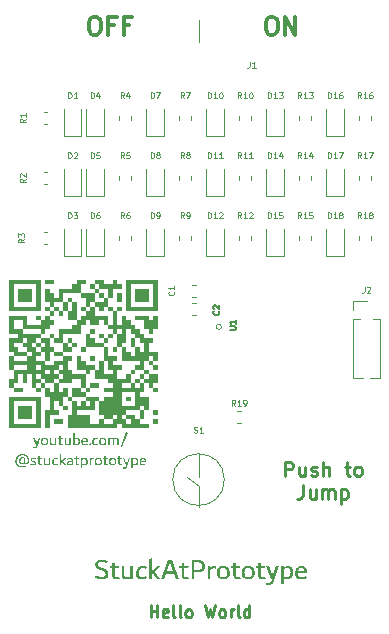
<source format=gto>
G04 #@! TF.GenerationSoftware,KiCad,Pcbnew,8.0.2*
G04 #@! TF.CreationDate,2024-10-23T21:54:28-05:00*
G04 #@! TF.ProjectId,SAMC21_breakout,53414d43-3231-45f6-9272-65616b6f7574,rev?*
G04 #@! TF.SameCoordinates,Original*
G04 #@! TF.FileFunction,Legend,Top*
G04 #@! TF.FilePolarity,Positive*
%FSLAX46Y46*%
G04 Gerber Fmt 4.6, Leading zero omitted, Abs format (unit mm)*
G04 Created by KiCad (PCBNEW 8.0.2) date 2024-10-23 21:54:28*
%MOMM*%
%LPD*%
G01*
G04 APERTURE LIST*
%ADD10C,0.000000*%
%ADD11C,0.254000*%
%ADD12C,0.200000*%
%ADD13C,0.260000*%
%ADD14C,0.150000*%
%ADD15C,0.300000*%
%ADD16C,0.125000*%
%ADD17C,0.127000*%
%ADD18C,0.120000*%
%ADD19C,0.050000*%
G04 APERTURE END LIST*
D10*
G36*
X92962000Y-106271001D02*
G01*
X92581001Y-106271001D01*
X92581001Y-105890000D01*
X92962000Y-105890000D01*
X92962000Y-106271001D01*
G37*
G36*
X87628001Y-104747000D02*
G01*
X87247001Y-104747000D01*
X87247001Y-104366001D01*
X87628001Y-104366001D01*
X87628001Y-104747000D01*
G37*
G36*
X85342001Y-106271001D02*
G01*
X84961001Y-106271001D01*
X84961001Y-105890000D01*
X85342001Y-105890000D01*
X85342001Y-106271001D01*
G37*
G36*
X88390001Y-98651001D02*
G01*
X88009000Y-98651001D01*
X88009000Y-98270001D01*
X88390001Y-98270001D01*
X88390001Y-98651001D01*
G37*
G36*
X88771000Y-109319000D02*
G01*
X88390001Y-109319000D01*
X88390001Y-108938000D01*
X88771000Y-108938000D01*
X88771000Y-109319000D01*
G37*
G36*
X92962000Y-109700000D02*
G01*
X92581001Y-109700000D01*
X92581001Y-109319000D01*
X92962000Y-109319000D01*
X92962000Y-109700000D01*
G37*
G36*
X87628001Y-106271001D02*
G01*
X87247001Y-106271001D01*
X87247001Y-105890000D01*
X87628001Y-105890000D01*
X87628001Y-106271001D01*
G37*
G36*
X85342001Y-104366001D02*
G01*
X84961001Y-104366001D01*
X84961001Y-103985000D01*
X85342001Y-103985000D01*
X85342001Y-104366001D01*
G37*
G36*
X89533000Y-101318001D02*
G01*
X89152001Y-101318001D01*
X89152001Y-100937001D01*
X89533000Y-100937001D01*
X89533000Y-101318001D01*
G37*
G36*
X86485001Y-99032001D02*
G01*
X86104001Y-99032001D01*
X86104001Y-98651001D01*
X86485001Y-98651001D01*
X86485001Y-99032001D01*
G37*
G36*
X94105001Y-102080001D02*
G01*
X93724000Y-102080001D01*
X93724000Y-101699001D01*
X94105001Y-101699001D01*
X94105001Y-102080001D01*
G37*
G36*
X85723001Y-107033001D02*
G01*
X85342001Y-107033001D01*
X85342001Y-106652000D01*
X85723001Y-106652000D01*
X85723001Y-107033001D01*
G37*
G36*
X89152001Y-108557001D02*
G01*
X88771000Y-108557001D01*
X88771000Y-108176000D01*
X89152001Y-108176000D01*
X89152001Y-108557001D01*
G37*
G36*
X89152001Y-105128000D02*
G01*
X88771000Y-105128000D01*
X88771000Y-104747000D01*
X89152001Y-104747000D01*
X89152001Y-105128000D01*
G37*
G36*
X89533000Y-106271001D02*
G01*
X89152001Y-106271001D01*
X89152001Y-105890000D01*
X89533000Y-105890000D01*
X89533000Y-106271001D01*
G37*
G36*
X92962000Y-108557001D02*
G01*
X92581001Y-108557001D01*
X92581001Y-108176000D01*
X92962000Y-108176000D01*
X92962000Y-108557001D01*
G37*
G36*
X87247001Y-107414000D02*
G01*
X86866001Y-107414000D01*
X86866001Y-107033001D01*
X87247001Y-107033001D01*
X87247001Y-107414000D01*
G37*
G36*
X94486000Y-100937001D02*
G01*
X94105001Y-100937001D01*
X94105001Y-100556001D01*
X94486000Y-100556001D01*
X94486000Y-100937001D01*
G37*
G36*
X83437001Y-99794001D02*
G01*
X83056001Y-99794001D01*
X83056001Y-99413001D01*
X83437001Y-99413001D01*
X83437001Y-99794001D01*
G37*
G36*
X93343000Y-99413001D02*
G01*
X92962000Y-99413001D01*
X92962000Y-99032001D01*
X93343000Y-99032001D01*
X93343000Y-99413001D01*
G37*
G36*
X90295000Y-100175001D02*
G01*
X89914001Y-100175001D01*
X89914001Y-99794001D01*
X90295000Y-99794001D01*
X90295000Y-100175001D01*
G37*
G36*
X87247001Y-103985000D02*
G01*
X86866001Y-103985000D01*
X86866001Y-103604001D01*
X87247001Y-103604001D01*
X87247001Y-103985000D01*
G37*
G36*
X90676000Y-105509001D02*
G01*
X90295000Y-105509001D01*
X90295000Y-105128000D01*
X90676000Y-105128000D01*
X90676000Y-105509001D01*
G37*
G36*
X83437001Y-101318001D02*
G01*
X83056001Y-101318001D01*
X83056001Y-100937001D01*
X83437001Y-100937001D01*
X83437001Y-101318001D01*
G37*
G36*
X92962000Y-103985000D02*
G01*
X92581001Y-103985000D01*
X92581001Y-103604001D01*
X92962000Y-103604001D01*
X92962000Y-103985000D01*
G37*
G36*
X94486000Y-107033001D02*
G01*
X94105001Y-107033001D01*
X94105001Y-106652000D01*
X94486000Y-106652000D01*
X94486000Y-107033001D01*
G37*
G36*
X89914001Y-99032001D02*
G01*
X89533000Y-99032001D01*
X89533000Y-98651001D01*
X89914001Y-98651001D01*
X89914001Y-99032001D01*
G37*
G36*
X86485001Y-106271001D02*
G01*
X86104001Y-106271001D01*
X86104001Y-105890000D01*
X86485001Y-105890000D01*
X86485001Y-106271001D01*
G37*
G36*
X91438000Y-101318001D02*
G01*
X91057001Y-101318001D01*
X91057001Y-100937001D01*
X91438000Y-100937001D01*
X91438000Y-101318001D01*
G37*
G36*
X87247001Y-104747000D02*
G01*
X86866001Y-104747000D01*
X86866001Y-104366001D01*
X87247001Y-104366001D01*
X87247001Y-104747000D01*
G37*
G36*
X91057001Y-97889001D02*
G01*
X90676000Y-97889001D01*
X90676000Y-97508001D01*
X91057001Y-97508001D01*
X91057001Y-97889001D01*
G37*
G36*
X89152001Y-104747000D02*
G01*
X88771000Y-104747000D01*
X88771000Y-104366001D01*
X89152001Y-104366001D01*
X89152001Y-104747000D01*
G37*
G36*
X91438000Y-107795000D02*
G01*
X91057001Y-107795000D01*
X91057001Y-107414000D01*
X91438000Y-107414000D01*
X91438000Y-107795000D01*
G37*
G36*
X84961001Y-110081001D02*
G01*
X84580001Y-110081001D01*
X84580001Y-109700000D01*
X84961001Y-109700000D01*
X84961001Y-110081001D01*
G37*
G36*
X89533000Y-100175001D02*
G01*
X89152001Y-100175001D01*
X89152001Y-99794001D01*
X89533000Y-99794001D01*
X89533000Y-100175001D01*
G37*
G36*
X88009000Y-108557001D02*
G01*
X87628001Y-108557001D01*
X87628001Y-108176000D01*
X88009000Y-108176000D01*
X88009000Y-108557001D01*
G37*
G36*
X85342001Y-101699001D02*
G01*
X84961001Y-101699001D01*
X84961001Y-101318001D01*
X85342001Y-101318001D01*
X85342001Y-101699001D01*
G37*
G36*
X85723001Y-109700000D02*
G01*
X85342001Y-109700000D01*
X85342001Y-109319000D01*
X85723001Y-109319000D01*
X85723001Y-109700000D01*
G37*
G36*
X94105001Y-108557001D02*
G01*
X93724000Y-108557001D01*
X93724000Y-108176000D01*
X94105001Y-108176000D01*
X94105001Y-108557001D01*
G37*
G36*
X88771000Y-100937001D02*
G01*
X88390001Y-100937001D01*
X88390001Y-100556001D01*
X88771000Y-100556001D01*
X88771000Y-100937001D01*
G37*
G36*
X95629001Y-98270001D02*
G01*
X95248000Y-98270001D01*
X95248000Y-97889001D01*
X95629001Y-97889001D01*
X95629001Y-98270001D01*
G37*
G36*
X85723001Y-97889001D02*
G01*
X85342001Y-97889001D01*
X85342001Y-97508001D01*
X85723001Y-97508001D01*
X85723001Y-97889001D01*
G37*
G36*
X88009000Y-105128000D02*
G01*
X87628001Y-105128000D01*
X87628001Y-104747000D01*
X88009000Y-104747000D01*
X88009000Y-105128000D01*
G37*
G36*
X92581001Y-102461000D02*
G01*
X92200000Y-102461000D01*
X92200000Y-102080001D01*
X92581001Y-102080001D01*
X92581001Y-102461000D01*
G37*
G36*
X83818001Y-100937001D02*
G01*
X83437001Y-100937001D01*
X83437001Y-100556001D01*
X83818001Y-100556001D01*
X83818001Y-100937001D01*
G37*
G36*
X92200000Y-107795000D02*
G01*
X91819001Y-107795000D01*
X91819001Y-107414000D01*
X92200000Y-107414000D01*
X92200000Y-107795000D01*
G37*
G36*
X92581001Y-107033001D02*
G01*
X92200000Y-107033001D01*
X92200000Y-106652000D01*
X92581001Y-106652000D01*
X92581001Y-107033001D01*
G37*
G36*
X86104001Y-102080001D02*
G01*
X85723001Y-102080001D01*
X85723001Y-101699001D01*
X86104001Y-101699001D01*
X86104001Y-102080001D01*
G37*
G36*
X95629001Y-99413001D02*
G01*
X95248000Y-99413001D01*
X95248000Y-99032001D01*
X95629001Y-99032001D01*
X95629001Y-99413001D01*
G37*
G36*
X91438000Y-107033001D02*
G01*
X91057001Y-107033001D01*
X91057001Y-106652000D01*
X91438000Y-106652000D01*
X91438000Y-107033001D01*
G37*
G36*
X88009000Y-107414000D02*
G01*
X87628001Y-107414000D01*
X87628001Y-107033001D01*
X88009000Y-107033001D01*
X88009000Y-107414000D01*
G37*
G36*
X90295000Y-102842001D02*
G01*
X89914001Y-102842001D01*
X89914001Y-102461000D01*
X90295000Y-102461000D01*
X90295000Y-102842001D01*
G37*
G36*
X86485001Y-105128000D02*
G01*
X86104001Y-105128000D01*
X86104001Y-104747000D01*
X86485001Y-104747000D01*
X86485001Y-105128000D01*
G37*
G36*
X88771000Y-101699001D02*
G01*
X88390001Y-101699001D01*
X88390001Y-101318001D01*
X88771000Y-101318001D01*
X88771000Y-101699001D01*
G37*
G36*
X87628001Y-105509001D02*
G01*
X87247001Y-105509001D01*
X87247001Y-105128000D01*
X87628001Y-105128000D01*
X87628001Y-105509001D01*
G37*
G36*
X92200000Y-100937001D02*
G01*
X91819001Y-100937001D01*
X91819001Y-100556001D01*
X92200000Y-100556001D01*
X92200000Y-100937001D01*
G37*
G36*
X84199001Y-102080001D02*
G01*
X83818001Y-102080001D01*
X83818001Y-101699001D01*
X84199001Y-101699001D01*
X84199001Y-102080001D01*
G37*
G36*
X88771000Y-108938000D02*
G01*
X88390001Y-108938000D01*
X88390001Y-108557001D01*
X88771000Y-108557001D01*
X88771000Y-108938000D01*
G37*
G36*
X94867000Y-101318001D02*
G01*
X94486000Y-101318001D01*
X94486000Y-100937001D01*
X94867000Y-100937001D01*
X94867000Y-101318001D01*
G37*
G36*
X83437001Y-108938000D02*
G01*
X83056001Y-108938000D01*
X83056001Y-108557001D01*
X83437001Y-108557001D01*
X83437001Y-108938000D01*
G37*
G36*
X88009000Y-102080001D02*
G01*
X87628001Y-102080001D01*
X87628001Y-101699001D01*
X88009000Y-101699001D01*
X88009000Y-102080001D01*
G37*
G36*
X86866001Y-103604001D02*
G01*
X86485001Y-103604001D01*
X86485001Y-103223000D01*
X86866001Y-103223000D01*
X86866001Y-103604001D01*
G37*
G36*
X89152001Y-109319000D02*
G01*
X88771000Y-109319000D01*
X88771000Y-108938000D01*
X89152001Y-108938000D01*
X89152001Y-109319000D01*
G37*
G36*
X84961001Y-104747000D02*
G01*
X84580001Y-104747000D01*
X84580001Y-104366001D01*
X84961001Y-104366001D01*
X84961001Y-104747000D01*
G37*
G36*
X84580001Y-107795000D02*
G01*
X84199001Y-107795000D01*
X84199001Y-107414000D01*
X84580001Y-107414000D01*
X84580001Y-107795000D01*
G37*
G36*
X85723001Y-110081001D02*
G01*
X85342001Y-110081001D01*
X85342001Y-109700000D01*
X85723001Y-109700000D01*
X85723001Y-110081001D01*
G37*
G36*
X93343000Y-101699001D02*
G01*
X92962000Y-101699001D01*
X92962000Y-101318001D01*
X93343000Y-101318001D01*
X93343000Y-101699001D01*
G37*
G36*
X84961001Y-103604001D02*
G01*
X84580001Y-103604001D01*
X84580001Y-103223000D01*
X84961001Y-103223000D01*
X84961001Y-103604001D01*
G37*
G36*
X91819001Y-108176000D02*
G01*
X91438000Y-108176000D01*
X91438000Y-107795000D01*
X91819001Y-107795000D01*
X91819001Y-108176000D01*
G37*
G36*
X95629001Y-107033001D02*
G01*
X95248000Y-107033001D01*
X95248000Y-106652000D01*
X95629001Y-106652000D01*
X95629001Y-107033001D01*
G37*
G36*
X91057001Y-108938000D02*
G01*
X90676000Y-108938000D01*
X90676000Y-108557001D01*
X91057001Y-108557001D01*
X91057001Y-108938000D01*
G37*
G36*
X88771000Y-108176000D02*
G01*
X88390001Y-108176000D01*
X88390001Y-107795000D01*
X88771000Y-107795000D01*
X88771000Y-108176000D01*
G37*
G36*
X84580001Y-106271001D02*
G01*
X84199001Y-106271001D01*
X84199001Y-105890000D01*
X84580001Y-105890000D01*
X84580001Y-106271001D01*
G37*
G36*
X88771000Y-109700000D02*
G01*
X88390001Y-109700000D01*
X88390001Y-109319000D01*
X88771000Y-109319000D01*
X88771000Y-109700000D01*
G37*
G36*
X89152001Y-105890000D02*
G01*
X88771000Y-105890000D01*
X88771000Y-105509001D01*
X89152001Y-105509001D01*
X89152001Y-105890000D01*
G37*
G36*
X90295000Y-99413001D02*
G01*
X89914001Y-99413001D01*
X89914001Y-99032001D01*
X90295000Y-99032001D01*
X90295000Y-99413001D01*
G37*
G36*
X93343000Y-107033001D02*
G01*
X92962000Y-107033001D01*
X92962000Y-106652000D01*
X93343000Y-106652000D01*
X93343000Y-107033001D01*
G37*
G36*
X86866001Y-97889001D02*
G01*
X86485001Y-97889001D01*
X86485001Y-97508001D01*
X86866001Y-97508001D01*
X86866001Y-97889001D01*
G37*
G36*
X87247001Y-102842001D02*
G01*
X86866001Y-102842001D01*
X86866001Y-102461000D01*
X87247001Y-102461000D01*
X87247001Y-102842001D01*
G37*
G36*
X83818001Y-97889001D02*
G01*
X83437001Y-97889001D01*
X83437001Y-97508001D01*
X83818001Y-97508001D01*
X83818001Y-97889001D01*
G37*
G36*
X89533000Y-105890000D02*
G01*
X89152001Y-105890000D01*
X89152001Y-105509001D01*
X89533000Y-105509001D01*
X89533000Y-105890000D01*
G37*
G36*
X92581001Y-105128000D02*
G01*
X92200000Y-105128000D01*
X92200000Y-104747000D01*
X92581001Y-104747000D01*
X92581001Y-105128000D01*
G37*
G36*
X92581001Y-108938000D02*
G01*
X92200000Y-108938000D01*
X92200000Y-108557001D01*
X92581001Y-108557001D01*
X92581001Y-108938000D01*
G37*
G36*
X86485001Y-110081001D02*
G01*
X86104001Y-110081001D01*
X86104001Y-109700000D01*
X86485001Y-109700000D01*
X86485001Y-110081001D01*
G37*
G36*
X92200000Y-106652000D02*
G01*
X91819001Y-106652000D01*
X91819001Y-106271001D01*
X92200000Y-106271001D01*
X92200000Y-106652000D01*
G37*
G36*
X91438000Y-104366001D02*
G01*
X91057001Y-104366001D01*
X91057001Y-103985000D01*
X91438000Y-103985000D01*
X91438000Y-104366001D01*
G37*
G36*
X84199001Y-99032001D02*
G01*
X83818001Y-99032001D01*
X83818001Y-98651001D01*
X84199001Y-98651001D01*
X84199001Y-99032001D01*
G37*
G36*
X84961001Y-109319000D02*
G01*
X84580001Y-109319000D01*
X84580001Y-108938000D01*
X84961001Y-108938000D01*
X84961001Y-109319000D01*
G37*
G36*
X89152001Y-101318001D02*
G01*
X88771000Y-101318001D01*
X88771000Y-100937001D01*
X89152001Y-100937001D01*
X89152001Y-101318001D01*
G37*
G36*
X92200000Y-108938000D02*
G01*
X91819001Y-108938000D01*
X91819001Y-108557001D01*
X92200000Y-108557001D01*
X92200000Y-108938000D01*
G37*
G36*
X93343000Y-98651001D02*
G01*
X92962000Y-98651001D01*
X92962000Y-98270001D01*
X93343000Y-98270001D01*
X93343000Y-98651001D01*
G37*
G36*
X90676000Y-100937001D02*
G01*
X90295000Y-100937001D01*
X90295000Y-100556001D01*
X90676000Y-100556001D01*
X90676000Y-100937001D01*
G37*
G36*
X83437001Y-102080001D02*
G01*
X83056001Y-102080001D01*
X83056001Y-101699001D01*
X83437001Y-101699001D01*
X83437001Y-102080001D01*
G37*
G36*
X86866001Y-108938000D02*
G01*
X86485001Y-108938000D01*
X86485001Y-108557001D01*
X86866001Y-108557001D01*
X86866001Y-108938000D01*
G37*
G36*
X89533000Y-110081001D02*
G01*
X89152001Y-110081001D01*
X89152001Y-109700000D01*
X89533000Y-109700000D01*
X89533000Y-110081001D01*
G37*
G36*
X85723001Y-100937001D02*
G01*
X85342001Y-100937001D01*
X85342001Y-100556001D01*
X85723001Y-100556001D01*
X85723001Y-100937001D01*
G37*
G36*
X91438000Y-109319000D02*
G01*
X91057001Y-109319000D01*
X91057001Y-108938000D01*
X91438000Y-108938000D01*
X91438000Y-109319000D01*
G37*
G36*
X84961001Y-102842001D02*
G01*
X84580001Y-102842001D01*
X84580001Y-102461000D01*
X84961001Y-102461000D01*
X84961001Y-102842001D01*
G37*
G36*
X87247001Y-107033001D02*
G01*
X86866001Y-107033001D01*
X86866001Y-106652000D01*
X87247001Y-106652000D01*
X87247001Y-107033001D01*
G37*
G36*
X95629001Y-109700000D02*
G01*
X95248000Y-109700000D01*
X95248000Y-109319000D01*
X95629001Y-109319000D01*
X95629001Y-109700000D01*
G37*
G36*
X84580001Y-100937001D02*
G01*
X84199001Y-100937001D01*
X84199001Y-100556001D01*
X84580001Y-100556001D01*
X84580001Y-100937001D01*
G37*
G36*
X85723001Y-103223000D02*
G01*
X85342001Y-103223000D01*
X85342001Y-102842001D01*
X85723001Y-102842001D01*
X85723001Y-103223000D01*
G37*
G36*
X91819001Y-106271001D02*
G01*
X91438000Y-106271001D01*
X91438000Y-105890000D01*
X91819001Y-105890000D01*
X91819001Y-106271001D01*
G37*
G36*
X88771000Y-102080001D02*
G01*
X88390001Y-102080001D01*
X88390001Y-101699001D01*
X88771000Y-101699001D01*
X88771000Y-102080001D01*
G37*
G36*
X94867000Y-99032001D02*
G01*
X94486000Y-99032001D01*
X94486000Y-98651001D01*
X94867000Y-98651001D01*
X94867000Y-99032001D01*
G37*
G36*
X86104001Y-105890000D02*
G01*
X85723001Y-105890000D01*
X85723001Y-105509001D01*
X86104001Y-105509001D01*
X86104001Y-105890000D01*
G37*
G36*
X83818001Y-104747000D02*
G01*
X83437001Y-104747000D01*
X83437001Y-104366001D01*
X83818001Y-104366001D01*
X83818001Y-104747000D01*
G37*
G36*
X84199001Y-102461000D02*
G01*
X83818001Y-102461000D01*
X83818001Y-102080001D01*
X84199001Y-102080001D01*
X84199001Y-102461000D01*
G37*
G36*
X92962000Y-100937001D02*
G01*
X92581001Y-100937001D01*
X92581001Y-100556001D01*
X92962000Y-100556001D01*
X92962000Y-100937001D01*
G37*
G36*
X95629001Y-99032001D02*
G01*
X95248000Y-99032001D01*
X95248000Y-98651001D01*
X95629001Y-98651001D01*
X95629001Y-99032001D01*
G37*
G36*
X88771000Y-100175001D02*
G01*
X88390001Y-100175001D01*
X88390001Y-99794001D01*
X88771000Y-99794001D01*
X88771000Y-100175001D01*
G37*
G36*
X84580001Y-99413001D02*
G01*
X84199001Y-99413001D01*
X84199001Y-99032001D01*
X84580001Y-99032001D01*
X84580001Y-99413001D01*
G37*
G36*
X94105001Y-98651001D02*
G01*
X93724000Y-98651001D01*
X93724000Y-98270001D01*
X94105001Y-98270001D01*
X94105001Y-98651001D01*
G37*
G36*
X92962000Y-103604001D02*
G01*
X92581001Y-103604001D01*
X92581001Y-103223000D01*
X92962000Y-103223000D01*
X92962000Y-103604001D01*
G37*
G36*
X94867000Y-108557001D02*
G01*
X94486000Y-108557001D01*
X94486000Y-108176000D01*
X94867000Y-108176000D01*
X94867000Y-108557001D01*
G37*
G36*
X93343000Y-107795000D02*
G01*
X92962000Y-107795000D01*
X92962000Y-107414000D01*
X93343000Y-107414000D01*
X93343000Y-107795000D01*
G37*
G36*
X88390001Y-99413001D02*
G01*
X88009000Y-99413001D01*
X88009000Y-99032001D01*
X88390001Y-99032001D01*
X88390001Y-99413001D01*
G37*
G36*
X90295000Y-108176000D02*
G01*
X89914001Y-108176000D01*
X89914001Y-107795000D01*
X90295000Y-107795000D01*
X90295000Y-108176000D01*
G37*
G36*
X91819001Y-107033001D02*
G01*
X91438000Y-107033001D01*
X91438000Y-106652000D01*
X91819001Y-106652000D01*
X91819001Y-107033001D01*
G37*
G36*
X84580001Y-99032001D02*
G01*
X84199001Y-99032001D01*
X84199001Y-98651001D01*
X84580001Y-98651001D01*
X84580001Y-99032001D01*
G37*
G36*
X91819001Y-102461000D02*
G01*
X91438000Y-102461000D01*
X91438000Y-102080001D01*
X91819001Y-102080001D01*
X91819001Y-102461000D01*
G37*
G36*
X86104001Y-105128000D02*
G01*
X85723001Y-105128000D01*
X85723001Y-104747000D01*
X86104001Y-104747000D01*
X86104001Y-105128000D01*
G37*
G36*
X94867000Y-97889001D02*
G01*
X94486000Y-97889001D01*
X94486000Y-97508001D01*
X94867000Y-97508001D01*
X94867000Y-97889001D01*
G37*
G36*
X84199001Y-107033001D02*
G01*
X83818001Y-107033001D01*
X83818001Y-106652000D01*
X84199001Y-106652000D01*
X84199001Y-107033001D01*
G37*
G36*
X92200000Y-103604001D02*
G01*
X91819001Y-103604001D01*
X91819001Y-103223000D01*
X92200000Y-103223000D01*
X92200000Y-103604001D01*
G37*
G36*
X86485001Y-102842001D02*
G01*
X86104001Y-102842001D01*
X86104001Y-102461000D01*
X86485001Y-102461000D01*
X86485001Y-102842001D01*
G37*
G36*
X83818001Y-100175001D02*
G01*
X83437001Y-100175001D01*
X83437001Y-99794001D01*
X83818001Y-99794001D01*
X83818001Y-100175001D01*
G37*
G36*
X91057001Y-109700000D02*
G01*
X90676000Y-109700000D01*
X90676000Y-109319000D01*
X91057001Y-109319000D01*
X91057001Y-109700000D01*
G37*
G36*
X85723001Y-109319000D02*
G01*
X85342001Y-109319000D01*
X85342001Y-108938000D01*
X85723001Y-108938000D01*
X85723001Y-109319000D01*
G37*
G36*
X84961001Y-108938000D02*
G01*
X84580001Y-108938000D01*
X84580001Y-108557001D01*
X84961001Y-108557001D01*
X84961001Y-108938000D01*
G37*
G36*
X94486000Y-97889001D02*
G01*
X94105001Y-97889001D01*
X94105001Y-97508001D01*
X94486000Y-97508001D01*
X94486000Y-97889001D01*
G37*
G36*
X87628001Y-99032001D02*
G01*
X87247001Y-99032001D01*
X87247001Y-98651001D01*
X87628001Y-98651001D01*
X87628001Y-99032001D01*
G37*
G36*
X91057001Y-110081001D02*
G01*
X90676000Y-110081001D01*
X90676000Y-109700000D01*
X91057001Y-109700000D01*
X91057001Y-110081001D01*
G37*
G36*
X94105001Y-107795000D02*
G01*
X93724000Y-107795000D01*
X93724000Y-107414000D01*
X94105001Y-107414000D01*
X94105001Y-107795000D01*
G37*
G36*
X91057001Y-102461000D02*
G01*
X90676000Y-102461000D01*
X90676000Y-102080001D01*
X91057001Y-102080001D01*
X91057001Y-102461000D01*
G37*
G36*
X88009000Y-104366001D02*
G01*
X87628001Y-104366001D01*
X87628001Y-103985000D01*
X88009000Y-103985000D01*
X88009000Y-104366001D01*
G37*
G36*
X83437001Y-109319000D02*
G01*
X83056001Y-109319000D01*
X83056001Y-108938000D01*
X83437001Y-108938000D01*
X83437001Y-109319000D01*
G37*
G36*
X94867000Y-102842001D02*
G01*
X94486000Y-102842001D01*
X94486000Y-102461000D01*
X94867000Y-102461000D01*
X94867000Y-102842001D01*
G37*
G36*
X93724000Y-105509001D02*
G01*
X93343000Y-105509001D01*
X93343000Y-105128000D01*
X93724000Y-105128000D01*
X93724000Y-105509001D01*
G37*
G36*
X94105001Y-103985000D02*
G01*
X93724000Y-103985000D01*
X93724000Y-103604001D01*
X94105001Y-103604001D01*
X94105001Y-103985000D01*
G37*
G36*
X84199001Y-103985000D02*
G01*
X83818001Y-103985000D01*
X83818001Y-103604001D01*
X84199001Y-103604001D01*
X84199001Y-103985000D01*
G37*
G36*
X84580001Y-110081001D02*
G01*
X84199001Y-110081001D01*
X84199001Y-109700000D01*
X84580001Y-109700000D01*
X84580001Y-110081001D01*
G37*
G36*
X84199001Y-100175001D02*
G01*
X83818001Y-100175001D01*
X83818001Y-99794001D01*
X84199001Y-99794001D01*
X84199001Y-100175001D01*
G37*
G36*
X92962000Y-110081001D02*
G01*
X92581001Y-110081001D01*
X92581001Y-109700000D01*
X92962000Y-109700000D01*
X92962000Y-110081001D01*
G37*
G36*
X89152001Y-109700000D02*
G01*
X88771000Y-109700000D01*
X88771000Y-109319000D01*
X89152001Y-109319000D01*
X89152001Y-109700000D01*
G37*
G36*
X91438000Y-108938000D02*
G01*
X91057001Y-108938000D01*
X91057001Y-108557001D01*
X91438000Y-108557001D01*
X91438000Y-108938000D01*
G37*
G36*
X86485001Y-103604001D02*
G01*
X86104001Y-103604001D01*
X86104001Y-103223000D01*
X86485001Y-103223000D01*
X86485001Y-103604001D01*
G37*
G36*
X83818001Y-105890000D02*
G01*
X83437001Y-105890000D01*
X83437001Y-105509001D01*
X83818001Y-105509001D01*
X83818001Y-105890000D01*
G37*
G36*
X93343000Y-103985000D02*
G01*
X92962000Y-103985000D01*
X92962000Y-103604001D01*
X93343000Y-103604001D01*
X93343000Y-103985000D01*
G37*
G36*
X88009000Y-105890000D02*
G01*
X87628001Y-105890000D01*
X87628001Y-105509001D01*
X88009000Y-105509001D01*
X88009000Y-105890000D01*
G37*
G36*
X94486000Y-99413001D02*
G01*
X94105001Y-99413001D01*
X94105001Y-99032001D01*
X94486000Y-99032001D01*
X94486000Y-99413001D01*
G37*
G36*
X85723001Y-107795000D02*
G01*
X85342001Y-107795000D01*
X85342001Y-107414000D01*
X85723001Y-107414000D01*
X85723001Y-107795000D01*
G37*
G36*
X84199001Y-104747000D02*
G01*
X83818001Y-104747000D01*
X83818001Y-104366001D01*
X84199001Y-104366001D01*
X84199001Y-104747000D01*
G37*
G36*
X92581001Y-99413001D02*
G01*
X92200000Y-99413001D01*
X92200000Y-99032001D01*
X92581001Y-99032001D01*
X92581001Y-99413001D01*
G37*
G36*
X86104001Y-106652000D02*
G01*
X85723001Y-106652000D01*
X85723001Y-106271001D01*
X86104001Y-106271001D01*
X86104001Y-106652000D01*
G37*
G36*
X95629001Y-105890000D02*
G01*
X95248000Y-105890000D01*
X95248000Y-105509001D01*
X95629001Y-105509001D01*
X95629001Y-105890000D01*
G37*
G36*
X94867000Y-105509001D02*
G01*
X94486000Y-105509001D01*
X94486000Y-105128000D01*
X94867000Y-105128000D01*
X94867000Y-105509001D01*
G37*
G36*
X91819001Y-99032001D02*
G01*
X91438000Y-99032001D01*
X91438000Y-98651001D01*
X91819001Y-98651001D01*
X91819001Y-99032001D01*
G37*
G36*
X93724000Y-109700000D02*
G01*
X93343000Y-109700000D01*
X93343000Y-109319000D01*
X93724000Y-109319000D01*
X93724000Y-109700000D01*
G37*
G36*
X92200000Y-108557001D02*
G01*
X91819001Y-108557001D01*
X91819001Y-108176000D01*
X92200000Y-108176000D01*
X92200000Y-108557001D01*
G37*
G36*
X86485001Y-105890000D02*
G01*
X86104001Y-105890000D01*
X86104001Y-105509001D01*
X86485001Y-105509001D01*
X86485001Y-105890000D01*
G37*
G36*
X84961001Y-105128000D02*
G01*
X84580001Y-105128000D01*
X84580001Y-104747000D01*
X84961001Y-104747000D01*
X84961001Y-105128000D01*
G37*
G36*
X86485001Y-108938000D02*
G01*
X86104001Y-108938000D01*
X86104001Y-108557001D01*
X86485001Y-108557001D01*
X86485001Y-108938000D01*
G37*
G36*
X88390001Y-105509001D02*
G01*
X88009000Y-105509001D01*
X88009000Y-105128000D01*
X88390001Y-105128000D01*
X88390001Y-105509001D01*
G37*
G36*
X84580001Y-101699001D02*
G01*
X84199001Y-101699001D01*
X84199001Y-101318001D01*
X84580001Y-101318001D01*
X84580001Y-101699001D01*
G37*
G36*
X94486000Y-99032001D02*
G01*
X94105001Y-99032001D01*
X94105001Y-98651001D01*
X94486000Y-98651001D01*
X94486000Y-99032001D01*
G37*
G36*
X94105001Y-108176000D02*
G01*
X93724000Y-108176000D01*
X93724000Y-107795000D01*
X94105001Y-107795000D01*
X94105001Y-108176000D01*
G37*
G36*
X91438000Y-105890000D02*
G01*
X91057001Y-105890000D01*
X91057001Y-105509001D01*
X91438000Y-105509001D01*
X91438000Y-105890000D01*
G37*
G36*
X88390001Y-110081001D02*
G01*
X88009000Y-110081001D01*
X88009000Y-109700000D01*
X88390001Y-109700000D01*
X88390001Y-110081001D01*
G37*
G36*
X85723001Y-108176000D02*
G01*
X85342001Y-108176000D01*
X85342001Y-107795000D01*
X85723001Y-107795000D01*
X85723001Y-108176000D01*
G37*
G36*
X95629001Y-101318001D02*
G01*
X95248000Y-101318001D01*
X95248000Y-100937001D01*
X95629001Y-100937001D01*
X95629001Y-101318001D01*
G37*
G36*
X88390001Y-100937001D02*
G01*
X88009000Y-100937001D01*
X88009000Y-100556001D01*
X88390001Y-100556001D01*
X88390001Y-100937001D01*
G37*
G36*
X90295000Y-110081001D02*
G01*
X89914001Y-110081001D01*
X89914001Y-109700000D01*
X90295000Y-109700000D01*
X90295000Y-110081001D01*
G37*
G36*
X90295000Y-108557001D02*
G01*
X89914001Y-108557001D01*
X89914001Y-108176000D01*
X90295000Y-108176000D01*
X90295000Y-108557001D01*
G37*
G36*
X92200000Y-101699001D02*
G01*
X91819001Y-101699001D01*
X91819001Y-101318001D01*
X92200000Y-101318001D01*
X92200000Y-101699001D01*
G37*
G36*
X89914001Y-107033001D02*
G01*
X89533000Y-107033001D01*
X89533000Y-106652000D01*
X89914001Y-106652000D01*
X89914001Y-107033001D01*
G37*
G36*
X83437001Y-98651001D02*
G01*
X83056001Y-98651001D01*
X83056001Y-98270001D01*
X83437001Y-98270001D01*
X83437001Y-98651001D01*
G37*
G36*
X91438000Y-108557001D02*
G01*
X91057001Y-108557001D01*
X91057001Y-108176000D01*
X91438000Y-108176000D01*
X91438000Y-108557001D01*
G37*
G36*
X94486000Y-103985000D02*
G01*
X94105001Y-103985000D01*
X94105001Y-103604001D01*
X94486000Y-103604001D01*
X94486000Y-103985000D01*
G37*
G36*
X84961001Y-97889001D02*
G01*
X84580001Y-97889001D01*
X84580001Y-97508001D01*
X84961001Y-97508001D01*
X84961001Y-97889001D01*
G37*
G36*
X89152001Y-98270001D02*
G01*
X88771000Y-98270001D01*
X88771000Y-97889001D01*
X89152001Y-97889001D01*
X89152001Y-98270001D01*
G37*
G36*
X85342001Y-100175001D02*
G01*
X84961001Y-100175001D01*
X84961001Y-99794001D01*
X85342001Y-99794001D01*
X85342001Y-100175001D01*
G37*
G36*
X88009000Y-99794001D02*
G01*
X87628001Y-99794001D01*
X87628001Y-99413001D01*
X88009000Y-99413001D01*
X88009000Y-99794001D01*
G37*
G36*
X95248000Y-102080001D02*
G01*
X94867000Y-102080001D01*
X94867000Y-101699001D01*
X95248000Y-101699001D01*
X95248000Y-102080001D01*
G37*
G36*
X92200000Y-108176000D02*
G01*
X91819001Y-108176000D01*
X91819001Y-107795000D01*
X92200000Y-107795000D01*
X92200000Y-108176000D01*
G37*
G36*
X93343000Y-105890000D02*
G01*
X92962000Y-105890000D01*
X92962000Y-105509001D01*
X93343000Y-105509001D01*
X93343000Y-105890000D01*
G37*
G36*
X92200000Y-105509001D02*
G01*
X91819001Y-105509001D01*
X91819001Y-105128000D01*
X92200000Y-105128000D01*
X92200000Y-105509001D01*
G37*
G36*
X92962000Y-108938000D02*
G01*
X92581001Y-108938000D01*
X92581001Y-108557001D01*
X92962000Y-108557001D01*
X92962000Y-108938000D01*
G37*
G36*
X85342001Y-102842001D02*
G01*
X84961001Y-102842001D01*
X84961001Y-102461000D01*
X85342001Y-102461000D01*
X85342001Y-102842001D01*
G37*
G36*
X88009000Y-107033001D02*
G01*
X87628001Y-107033001D01*
X87628001Y-106652000D01*
X88009000Y-106652000D01*
X88009000Y-107033001D01*
G37*
G36*
X91438000Y-99794001D02*
G01*
X91057001Y-99794001D01*
X91057001Y-99413001D01*
X91438000Y-99413001D01*
X91438000Y-99794001D01*
G37*
G36*
X95629001Y-100937001D02*
G01*
X95248000Y-100937001D01*
X95248000Y-100556001D01*
X95629001Y-100556001D01*
X95629001Y-100937001D01*
G37*
G36*
X92962000Y-101318001D02*
G01*
X92581001Y-101318001D01*
X92581001Y-100937001D01*
X92962000Y-100937001D01*
X92962000Y-101318001D01*
G37*
G36*
X95629001Y-100175001D02*
G01*
X95248000Y-100175001D01*
X95248000Y-99794001D01*
X95629001Y-99794001D01*
X95629001Y-100175001D01*
G37*
G36*
X83818001Y-103985000D02*
G01*
X83437001Y-103985000D01*
X83437001Y-103604001D01*
X83818001Y-103604001D01*
X83818001Y-103985000D01*
G37*
G36*
X91819001Y-110081001D02*
G01*
X91438000Y-110081001D01*
X91438000Y-109700000D01*
X91819001Y-109700000D01*
X91819001Y-110081001D01*
G37*
G36*
X86866001Y-100556001D02*
G01*
X86485001Y-100556001D01*
X86485001Y-100175001D01*
X86866001Y-100175001D01*
X86866001Y-100556001D01*
G37*
G36*
X86485001Y-107414000D02*
G01*
X86104001Y-107414000D01*
X86104001Y-107033001D01*
X86485001Y-107033001D01*
X86485001Y-107414000D01*
G37*
G36*
X87628001Y-102080001D02*
G01*
X87247001Y-102080001D01*
X87247001Y-101699001D01*
X87628001Y-101699001D01*
X87628001Y-102080001D01*
G37*
G36*
X84580001Y-102461000D02*
G01*
X84199001Y-102461000D01*
X84199001Y-102080001D01*
X84580001Y-102080001D01*
X84580001Y-102461000D01*
G37*
G36*
X88390001Y-109700000D02*
G01*
X88009000Y-109700000D01*
X88009000Y-109319000D01*
X88390001Y-109319000D01*
X88390001Y-109700000D01*
G37*
G36*
X86485001Y-103985000D02*
G01*
X86104001Y-103985000D01*
X86104001Y-103604001D01*
X86485001Y-103604001D01*
X86485001Y-103985000D01*
G37*
G36*
X91438000Y-108176000D02*
G01*
X91057001Y-108176000D01*
X91057001Y-107795000D01*
X91438000Y-107795000D01*
X91438000Y-108176000D01*
G37*
G36*
X92581001Y-101699001D02*
G01*
X92200000Y-101699001D01*
X92200000Y-101318001D01*
X92581001Y-101318001D01*
X92581001Y-101699001D01*
G37*
G36*
X91438000Y-103604001D02*
G01*
X91057001Y-103604001D01*
X91057001Y-103223000D01*
X91438000Y-103223000D01*
X91438000Y-103604001D01*
G37*
G36*
X91438000Y-98270001D02*
G01*
X91057001Y-98270001D01*
X91057001Y-97889001D01*
X91438000Y-97889001D01*
X91438000Y-98270001D01*
G37*
G36*
X93343000Y-101318001D02*
G01*
X92962000Y-101318001D01*
X92962000Y-100937001D01*
X93343000Y-100937001D01*
X93343000Y-101318001D01*
G37*
G36*
X90676000Y-99794001D02*
G01*
X90295000Y-99794001D01*
X90295000Y-99413001D01*
X90676000Y-99413001D01*
X90676000Y-99794001D01*
G37*
G36*
X92581001Y-109700000D02*
G01*
X92200000Y-109700000D01*
X92200000Y-109319000D01*
X92581001Y-109319000D01*
X92581001Y-109700000D01*
G37*
G36*
X92200000Y-97889001D02*
G01*
X91819001Y-97889001D01*
X91819001Y-97508001D01*
X92200000Y-97508001D01*
X92200000Y-97889001D01*
G37*
G36*
X83818001Y-110081001D02*
G01*
X83437001Y-110081001D01*
X83437001Y-109700000D01*
X83818001Y-109700000D01*
X83818001Y-110081001D01*
G37*
G36*
X84961001Y-107795000D02*
G01*
X84580001Y-107795000D01*
X84580001Y-107414000D01*
X84961001Y-107414000D01*
X84961001Y-107795000D01*
G37*
G36*
X92581001Y-108176000D02*
G01*
X92200000Y-108176000D01*
X92200000Y-107795000D01*
X92581001Y-107795000D01*
X92581001Y-108176000D01*
G37*
G36*
X85723001Y-101699001D02*
G01*
X85342001Y-101699001D01*
X85342001Y-101318001D01*
X85723001Y-101318001D01*
X85723001Y-101699001D01*
G37*
G36*
X85342001Y-97889001D02*
G01*
X84961001Y-97889001D01*
X84961001Y-97508001D01*
X85342001Y-97508001D01*
X85342001Y-97889001D01*
G37*
G36*
X88390001Y-102080001D02*
G01*
X88009000Y-102080001D01*
X88009000Y-101699001D01*
X88390001Y-101699001D01*
X88390001Y-102080001D01*
G37*
G36*
X94486000Y-102842001D02*
G01*
X94105001Y-102842001D01*
X94105001Y-102461000D01*
X94486000Y-102461000D01*
X94486000Y-102842001D01*
G37*
G36*
X88771000Y-98270001D02*
G01*
X88390001Y-98270001D01*
X88390001Y-97889001D01*
X88771000Y-97889001D01*
X88771000Y-98270001D01*
G37*
G36*
X94486000Y-100175001D02*
G01*
X94105001Y-100175001D01*
X94105001Y-99794001D01*
X94486000Y-99794001D01*
X94486000Y-100175001D01*
G37*
G36*
X84199001Y-107795000D02*
G01*
X83818001Y-107795000D01*
X83818001Y-107414000D01*
X84199001Y-107414000D01*
X84199001Y-107795000D01*
G37*
G36*
X84580001Y-108938000D02*
G01*
X84199001Y-108938000D01*
X84199001Y-108557001D01*
X84580001Y-108557001D01*
X84580001Y-108938000D01*
G37*
G36*
X92200000Y-101318001D02*
G01*
X91819001Y-101318001D01*
X91819001Y-100937001D01*
X92200000Y-100937001D01*
X92200000Y-101318001D01*
G37*
G36*
X85342001Y-104747000D02*
G01*
X84961001Y-104747000D01*
X84961001Y-104366001D01*
X85342001Y-104366001D01*
X85342001Y-104747000D01*
G37*
G36*
X91438000Y-99413001D02*
G01*
X91057001Y-99413001D01*
X91057001Y-99032001D01*
X91438000Y-99032001D01*
X91438000Y-99413001D01*
G37*
G36*
X93343000Y-109319000D02*
G01*
X92962000Y-109319000D01*
X92962000Y-108938000D01*
X93343000Y-108938000D01*
X93343000Y-109319000D01*
G37*
G36*
X94867000Y-100937001D02*
G01*
X94486000Y-100937001D01*
X94486000Y-100556001D01*
X94867000Y-100556001D01*
X94867000Y-100937001D01*
G37*
G36*
X86866001Y-105890000D02*
G01*
X86485001Y-105890000D01*
X86485001Y-105509001D01*
X86866001Y-105509001D01*
X86866001Y-105890000D01*
G37*
G36*
X86866001Y-101318001D02*
G01*
X86485001Y-101318001D01*
X86485001Y-100937001D01*
X86866001Y-100937001D01*
X86866001Y-101318001D01*
G37*
G36*
X86866001Y-99413001D02*
G01*
X86485001Y-99413001D01*
X86485001Y-99032001D01*
X86866001Y-99032001D01*
X86866001Y-99413001D01*
G37*
G36*
X94486000Y-109319000D02*
G01*
X94105001Y-109319000D01*
X94105001Y-108938000D01*
X94486000Y-108938000D01*
X94486000Y-109319000D01*
G37*
G36*
X95629001Y-103985000D02*
G01*
X95248000Y-103985000D01*
X95248000Y-103604001D01*
X95629001Y-103604001D01*
X95629001Y-103985000D01*
G37*
G36*
X89914001Y-99794001D02*
G01*
X89533000Y-99794001D01*
X89533000Y-99413001D01*
X89914001Y-99413001D01*
X89914001Y-99794001D01*
G37*
G36*
X90676000Y-103223000D02*
G01*
X90295000Y-103223000D01*
X90295000Y-102842001D01*
X90676000Y-102842001D01*
X90676000Y-103223000D01*
G37*
G36*
X84580001Y-103985000D02*
G01*
X84199001Y-103985000D01*
X84199001Y-103604001D01*
X84580001Y-103604001D01*
X84580001Y-103985000D01*
G37*
G36*
X95629001Y-105128000D02*
G01*
X95248000Y-105128000D01*
X95248000Y-104747000D01*
X95629001Y-104747000D01*
X95629001Y-105128000D01*
G37*
G36*
X85723001Y-104747000D02*
G01*
X85342001Y-104747000D01*
X85342001Y-104366001D01*
X85723001Y-104366001D01*
X85723001Y-104747000D01*
G37*
G36*
X85342001Y-105890000D02*
G01*
X84961001Y-105890000D01*
X84961001Y-105509001D01*
X85342001Y-105509001D01*
X85342001Y-105890000D01*
G37*
G36*
X86485001Y-103223000D02*
G01*
X86104001Y-103223000D01*
X86104001Y-102842001D01*
X86485001Y-102842001D01*
X86485001Y-103223000D01*
G37*
G36*
X94105001Y-109700000D02*
G01*
X93724000Y-109700000D01*
X93724000Y-109319000D01*
X94105001Y-109319000D01*
X94105001Y-109700000D01*
G37*
G36*
X91057001Y-100937001D02*
G01*
X90676000Y-100937001D01*
X90676000Y-100556001D01*
X91057001Y-100556001D01*
X91057001Y-100937001D01*
G37*
G36*
X95629001Y-104366001D02*
G01*
X95248000Y-104366001D01*
X95248000Y-103985000D01*
X95629001Y-103985000D01*
X95629001Y-104366001D01*
G37*
G36*
X93343000Y-97889001D02*
G01*
X92962000Y-97889001D01*
X92962000Y-97508001D01*
X93343000Y-97508001D01*
X93343000Y-97889001D01*
G37*
G36*
X90295000Y-103223000D02*
G01*
X89914001Y-103223000D01*
X89914001Y-102842001D01*
X90295000Y-102842001D01*
X90295000Y-103223000D01*
G37*
G36*
X88390001Y-103604001D02*
G01*
X88009000Y-103604001D01*
X88009000Y-103223000D01*
X88390001Y-103223000D01*
X88390001Y-103604001D01*
G37*
G36*
X91057001Y-105890000D02*
G01*
X90676000Y-105890000D01*
X90676000Y-105509001D01*
X91057001Y-105509001D01*
X91057001Y-105890000D01*
G37*
G36*
X90295000Y-99032001D02*
G01*
X89914001Y-99032001D01*
X89914001Y-98651001D01*
X90295000Y-98651001D01*
X90295000Y-99032001D01*
G37*
G36*
X88009000Y-105509001D02*
G01*
X87628001Y-105509001D01*
X87628001Y-105128000D01*
X88009000Y-105128000D01*
X88009000Y-105509001D01*
G37*
G36*
X83818001Y-102080001D02*
G01*
X83437001Y-102080001D01*
X83437001Y-101699001D01*
X83818001Y-101699001D01*
X83818001Y-102080001D01*
G37*
G36*
X84961001Y-98651001D02*
G01*
X84580001Y-98651001D01*
X84580001Y-98270001D01*
X84961001Y-98270001D01*
X84961001Y-98651001D01*
G37*
G36*
X85342001Y-105509001D02*
G01*
X84961001Y-105509001D01*
X84961001Y-105128000D01*
X85342001Y-105128000D01*
X85342001Y-105509001D01*
G37*
G36*
X87247001Y-100175001D02*
G01*
X86866001Y-100175001D01*
X86866001Y-99794001D01*
X87247001Y-99794001D01*
X87247001Y-100175001D01*
G37*
G36*
X84580001Y-100175001D02*
G01*
X84199001Y-100175001D01*
X84199001Y-99794001D01*
X84580001Y-99794001D01*
X84580001Y-100175001D01*
G37*
G36*
X92200000Y-109700000D02*
G01*
X91819001Y-109700000D01*
X91819001Y-109319000D01*
X92200000Y-109319000D01*
X92200000Y-109700000D01*
G37*
G36*
X93724000Y-108557001D02*
G01*
X93343000Y-108557001D01*
X93343000Y-108176000D01*
X93724000Y-108176000D01*
X93724000Y-108557001D01*
G37*
G36*
X89533000Y-100937001D02*
G01*
X89152001Y-100937001D01*
X89152001Y-100556001D01*
X89533000Y-100556001D01*
X89533000Y-100937001D01*
G37*
G36*
X87247001Y-99413001D02*
G01*
X86866001Y-99413001D01*
X86866001Y-99032001D01*
X87247001Y-99032001D01*
X87247001Y-99413001D01*
G37*
G36*
X93724000Y-103223000D02*
G01*
X93343000Y-103223000D01*
X93343000Y-102842001D01*
X93724000Y-102842001D01*
X93724000Y-103223000D01*
G37*
G36*
X84961001Y-105509001D02*
G01*
X84580001Y-105509001D01*
X84580001Y-105128000D01*
X84961001Y-105128000D01*
X84961001Y-105509001D01*
G37*
G36*
X83437001Y-109700000D02*
G01*
X83056001Y-109700000D01*
X83056001Y-109319000D01*
X83437001Y-109319000D01*
X83437001Y-109700000D01*
G37*
G36*
X88390001Y-104366001D02*
G01*
X88009000Y-104366001D01*
X88009000Y-103985000D01*
X88390001Y-103985000D01*
X88390001Y-104366001D01*
G37*
G36*
X85342001Y-103985000D02*
G01*
X84961001Y-103985000D01*
X84961001Y-103604001D01*
X85342001Y-103604001D01*
X85342001Y-103985000D01*
G37*
G36*
X95248000Y-102842001D02*
G01*
X94867000Y-102842001D01*
X94867000Y-102461000D01*
X95248000Y-102461000D01*
X95248000Y-102842001D01*
G37*
G36*
X84199001Y-108557001D02*
G01*
X83818001Y-108557001D01*
X83818001Y-108176000D01*
X84199001Y-108176000D01*
X84199001Y-108557001D01*
G37*
G36*
X91057001Y-108557001D02*
G01*
X90676000Y-108557001D01*
X90676000Y-108176000D01*
X91057001Y-108176000D01*
X91057001Y-108557001D01*
G37*
G36*
X85342001Y-105128000D02*
G01*
X84961001Y-105128000D01*
X84961001Y-104747000D01*
X85342001Y-104747000D01*
X85342001Y-105128000D01*
G37*
G36*
X95248000Y-97889001D02*
G01*
X94867000Y-97889001D01*
X94867000Y-97508001D01*
X95248000Y-97508001D01*
X95248000Y-97889001D01*
G37*
G36*
X83437001Y-105128000D02*
G01*
X83056001Y-105128000D01*
X83056001Y-104747000D01*
X83437001Y-104747000D01*
X83437001Y-105128000D01*
G37*
G36*
X84580001Y-109319000D02*
G01*
X84199001Y-109319000D01*
X84199001Y-108938000D01*
X84580001Y-108938000D01*
X84580001Y-109319000D01*
G37*
G36*
X94867000Y-98651001D02*
G01*
X94486000Y-98651001D01*
X94486000Y-98270001D01*
X94867000Y-98270001D01*
X94867000Y-98651001D01*
G37*
G36*
X94486000Y-107795000D02*
G01*
X94105001Y-107795000D01*
X94105001Y-107414000D01*
X94486000Y-107414000D01*
X94486000Y-107795000D01*
G37*
G36*
X85342001Y-107795000D02*
G01*
X84961001Y-107795000D01*
X84961001Y-107414000D01*
X85342001Y-107414000D01*
X85342001Y-107795000D01*
G37*
G36*
X90295000Y-101318001D02*
G01*
X89914001Y-101318001D01*
X89914001Y-100937001D01*
X90295000Y-100937001D01*
X90295000Y-101318001D01*
G37*
G36*
X89533000Y-107414000D02*
G01*
X89152001Y-107414000D01*
X89152001Y-107033001D01*
X89533000Y-107033001D01*
X89533000Y-107414000D01*
G37*
G36*
X91438000Y-100937001D02*
G01*
X91057001Y-100937001D01*
X91057001Y-100556001D01*
X91438000Y-100556001D01*
X91438000Y-100937001D01*
G37*
G36*
X95248000Y-100175001D02*
G01*
X94867000Y-100175001D01*
X94867000Y-99794001D01*
X95248000Y-99794001D01*
X95248000Y-100175001D01*
G37*
G36*
X84580001Y-105890000D02*
G01*
X84199001Y-105890000D01*
X84199001Y-105509001D01*
X84580001Y-105509001D01*
X84580001Y-105890000D01*
G37*
G36*
X84199001Y-109319000D02*
G01*
X83818001Y-109319000D01*
X83818001Y-108938000D01*
X84199001Y-108938000D01*
X84199001Y-109319000D01*
G37*
G36*
X92200000Y-100556001D02*
G01*
X91819001Y-100556001D01*
X91819001Y-100175001D01*
X92200000Y-100175001D01*
X92200000Y-100556001D01*
G37*
G36*
X86485001Y-100175001D02*
G01*
X86104001Y-100175001D01*
X86104001Y-99794001D01*
X86485001Y-99794001D01*
X86485001Y-100175001D01*
G37*
G36*
X84961001Y-104366001D02*
G01*
X84580001Y-104366001D01*
X84580001Y-103985000D01*
X84961001Y-103985000D01*
X84961001Y-104366001D01*
G37*
G36*
X95629001Y-108938000D02*
G01*
X95248000Y-108938000D01*
X95248000Y-108557001D01*
X95629001Y-108557001D01*
X95629001Y-108938000D01*
G37*
G36*
X83437001Y-99413001D02*
G01*
X83056001Y-99413001D01*
X83056001Y-99032001D01*
X83437001Y-99032001D01*
X83437001Y-99413001D01*
G37*
G36*
X91819001Y-98270001D02*
G01*
X91438000Y-98270001D01*
X91438000Y-97889001D01*
X91819001Y-97889001D01*
X91819001Y-98270001D01*
G37*
G36*
X93724000Y-106652000D02*
G01*
X93343000Y-106652000D01*
X93343000Y-106271001D01*
X93724000Y-106271001D01*
X93724000Y-106652000D01*
G37*
G36*
X94486000Y-105890000D02*
G01*
X94105001Y-105890000D01*
X94105001Y-105509001D01*
X94486000Y-105509001D01*
X94486000Y-105890000D01*
G37*
G36*
X93343000Y-100175001D02*
G01*
X92962000Y-100175001D01*
X92962000Y-99794001D01*
X93343000Y-99794001D01*
X93343000Y-100175001D01*
G37*
G36*
X86104001Y-101699001D02*
G01*
X85723001Y-101699001D01*
X85723001Y-101318001D01*
X86104001Y-101318001D01*
X86104001Y-101699001D01*
G37*
G36*
X90676000Y-97889001D02*
G01*
X90295000Y-97889001D01*
X90295000Y-97508001D01*
X90676000Y-97508001D01*
X90676000Y-97889001D01*
G37*
G36*
X89914001Y-100937001D02*
G01*
X89533000Y-100937001D01*
X89533000Y-100556001D01*
X89914001Y-100556001D01*
X89914001Y-100937001D01*
G37*
G36*
X92581001Y-108557001D02*
G01*
X92200000Y-108557001D01*
X92200000Y-108176000D01*
X92581001Y-108176000D01*
X92581001Y-108557001D01*
G37*
G36*
X88771000Y-110081001D02*
G01*
X88390001Y-110081001D01*
X88390001Y-109700000D01*
X88771000Y-109700000D01*
X88771000Y-110081001D01*
G37*
G36*
X88009000Y-100175001D02*
G01*
X87628001Y-100175001D01*
X87628001Y-99794001D01*
X88009000Y-99794001D01*
X88009000Y-100175001D01*
G37*
G36*
X95629001Y-101699001D02*
G01*
X95248000Y-101699001D01*
X95248000Y-101318001D01*
X95629001Y-101318001D01*
X95629001Y-101699001D01*
G37*
G36*
X86866001Y-108176000D02*
G01*
X86485001Y-108176000D01*
X86485001Y-107795000D01*
X86866001Y-107795000D01*
X86866001Y-108176000D01*
G37*
G36*
X93343000Y-99032001D02*
G01*
X92962000Y-99032001D01*
X92962000Y-98651001D01*
X93343000Y-98651001D01*
X93343000Y-99032001D01*
G37*
G36*
X88390001Y-106271001D02*
G01*
X88009000Y-106271001D01*
X88009000Y-105890000D01*
X88390001Y-105890000D01*
X88390001Y-106271001D01*
G37*
G36*
X83437001Y-106652000D02*
G01*
X83056001Y-106652000D01*
X83056001Y-106271001D01*
X83437001Y-106271001D01*
X83437001Y-106652000D01*
G37*
G36*
X83437001Y-103604001D02*
G01*
X83056001Y-103604001D01*
X83056001Y-103223000D01*
X83437001Y-103223000D01*
X83437001Y-103604001D01*
G37*
G36*
X84580001Y-97889001D02*
G01*
X84199001Y-97889001D01*
X84199001Y-97508001D01*
X84580001Y-97508001D01*
X84580001Y-97889001D01*
G37*
G36*
X86866001Y-105509001D02*
G01*
X86485001Y-105509001D01*
X86485001Y-105128000D01*
X86866001Y-105128000D01*
X86866001Y-105509001D01*
G37*
G36*
X85723001Y-100175001D02*
G01*
X85342001Y-100175001D01*
X85342001Y-99794001D01*
X85723001Y-99794001D01*
X85723001Y-100175001D01*
G37*
G36*
X89914001Y-99413001D02*
G01*
X89533000Y-99413001D01*
X89533000Y-99032001D01*
X89914001Y-99032001D01*
X89914001Y-99413001D01*
G37*
G36*
X84961001Y-99032001D02*
G01*
X84580001Y-99032001D01*
X84580001Y-98651001D01*
X84961001Y-98651001D01*
X84961001Y-99032001D01*
G37*
G36*
X84961001Y-108557001D02*
G01*
X84580001Y-108557001D01*
X84580001Y-108176000D01*
X84961001Y-108176000D01*
X84961001Y-108557001D01*
G37*
G36*
X86866001Y-108557001D02*
G01*
X86485001Y-108557001D01*
X86485001Y-108176000D01*
X86866001Y-108176000D01*
X86866001Y-108557001D01*
G37*
G36*
X83437001Y-100175001D02*
G01*
X83056001Y-100175001D01*
X83056001Y-99794001D01*
X83437001Y-99794001D01*
X83437001Y-100175001D01*
G37*
G36*
X84961001Y-103223000D02*
G01*
X84580001Y-103223000D01*
X84580001Y-102842001D01*
X84961001Y-102842001D01*
X84961001Y-103223000D01*
G37*
G36*
X89152001Y-102080001D02*
G01*
X88771000Y-102080001D01*
X88771000Y-101699001D01*
X89152001Y-101699001D01*
X89152001Y-102080001D01*
G37*
G36*
X91819001Y-100175001D02*
G01*
X91438000Y-100175001D01*
X91438000Y-99794001D01*
X91819001Y-99794001D01*
X91819001Y-100175001D01*
G37*
G36*
X92200000Y-102080001D02*
G01*
X91819001Y-102080001D01*
X91819001Y-101699001D01*
X92200000Y-101699001D01*
X92200000Y-102080001D01*
G37*
G36*
X83437001Y-108557001D02*
G01*
X83056001Y-108557001D01*
X83056001Y-108176000D01*
X83437001Y-108176000D01*
X83437001Y-108557001D01*
G37*
G36*
X85723001Y-98651001D02*
G01*
X85342001Y-98651001D01*
X85342001Y-98270001D01*
X85723001Y-98270001D01*
X85723001Y-98651001D01*
G37*
G36*
X88771000Y-107414000D02*
G01*
X88390001Y-107414000D01*
X88390001Y-107033001D01*
X88771000Y-107033001D01*
X88771000Y-107414000D01*
G37*
G36*
X87628001Y-102842001D02*
G01*
X87247001Y-102842001D01*
X87247001Y-102461000D01*
X87628001Y-102461000D01*
X87628001Y-102842001D01*
G37*
G36*
X91819001Y-104747000D02*
G01*
X91438000Y-104747000D01*
X91438000Y-104366001D01*
X91819001Y-104366001D01*
X91819001Y-104747000D01*
G37*
G36*
X88009000Y-104747000D02*
G01*
X87628001Y-104747000D01*
X87628001Y-104366001D01*
X88009000Y-104366001D01*
X88009000Y-104747000D01*
G37*
G36*
X95248000Y-104747000D02*
G01*
X94867000Y-104747000D01*
X94867000Y-104366001D01*
X95248000Y-104366001D01*
X95248000Y-104747000D01*
G37*
G36*
X84199001Y-102842001D02*
G01*
X83818001Y-102842001D01*
X83818001Y-102461000D01*
X84199001Y-102461000D01*
X84199001Y-102842001D01*
G37*
G36*
X88390001Y-109319000D02*
G01*
X88009000Y-109319000D01*
X88009000Y-108938000D01*
X88390001Y-108938000D01*
X88390001Y-109319000D01*
G37*
G36*
X94105001Y-100937001D02*
G01*
X93724000Y-100937001D01*
X93724000Y-100556001D01*
X94105001Y-100556001D01*
X94105001Y-100937001D01*
G37*
G36*
X94867000Y-108176000D02*
G01*
X94486000Y-108176000D01*
X94486000Y-107795000D01*
X94867000Y-107795000D01*
X94867000Y-108176000D01*
G37*
G36*
X89533000Y-105128000D02*
G01*
X89152001Y-105128000D01*
X89152001Y-104747000D01*
X89533000Y-104747000D01*
X89533000Y-105128000D01*
G37*
G36*
X83437001Y-97889001D02*
G01*
X83056001Y-97889001D01*
X83056001Y-97508001D01*
X83437001Y-97508001D01*
X83437001Y-97889001D01*
G37*
G36*
X83437001Y-106271001D02*
G01*
X83056001Y-106271001D01*
X83056001Y-105890000D01*
X83437001Y-105890000D01*
X83437001Y-106271001D01*
G37*
G36*
X83437001Y-100937001D02*
G01*
X83056001Y-100937001D01*
X83056001Y-100556001D01*
X83437001Y-100556001D01*
X83437001Y-100937001D01*
G37*
G36*
X87247001Y-105128000D02*
G01*
X86866001Y-105128000D01*
X86866001Y-104747000D01*
X87247001Y-104747000D01*
X87247001Y-105128000D01*
G37*
G36*
X88009000Y-98651001D02*
G01*
X87628001Y-98651001D01*
X87628001Y-98270001D01*
X88009000Y-98270001D01*
X88009000Y-98651001D01*
G37*
G36*
X94105001Y-103604001D02*
G01*
X93724000Y-103604001D01*
X93724000Y-103223000D01*
X94105001Y-103223000D01*
X94105001Y-103604001D01*
G37*
G36*
X87628001Y-102461000D02*
G01*
X87247001Y-102461000D01*
X87247001Y-102080001D01*
X87628001Y-102080001D01*
X87628001Y-102461000D01*
G37*
G36*
X92962000Y-102080001D02*
G01*
X92581001Y-102080001D01*
X92581001Y-101699001D01*
X92962000Y-101699001D01*
X92962000Y-102080001D01*
G37*
G36*
X83437001Y-103223000D02*
G01*
X83056001Y-103223000D01*
X83056001Y-102842001D01*
X83437001Y-102842001D01*
X83437001Y-103223000D01*
G37*
G36*
X83437001Y-102842001D02*
G01*
X83056001Y-102842001D01*
X83056001Y-102461000D01*
X83437001Y-102461000D01*
X83437001Y-102842001D01*
G37*
G36*
X93724000Y-102080001D02*
G01*
X93343000Y-102080001D01*
X93343000Y-101699001D01*
X93724000Y-101699001D01*
X93724000Y-102080001D01*
G37*
G36*
X89914001Y-108557001D02*
G01*
X89533000Y-108557001D01*
X89533000Y-108176000D01*
X89914001Y-108176000D01*
X89914001Y-108557001D01*
G37*
G36*
X86485001Y-97889001D02*
G01*
X86104001Y-97889001D01*
X86104001Y-97508001D01*
X86485001Y-97508001D01*
X86485001Y-97889001D01*
G37*
G36*
X94486000Y-105128000D02*
G01*
X94105001Y-105128000D01*
X94105001Y-104747000D01*
X94486000Y-104747000D01*
X94486000Y-105128000D01*
G37*
G36*
X91057001Y-100175001D02*
G01*
X90676000Y-100175001D01*
X90676000Y-99794001D01*
X91057001Y-99794001D01*
X91057001Y-100175001D01*
G37*
G36*
X86485001Y-100937001D02*
G01*
X86104001Y-100937001D01*
X86104001Y-100556001D01*
X86485001Y-100556001D01*
X86485001Y-100937001D01*
G37*
G36*
X94105001Y-100175001D02*
G01*
X93724000Y-100175001D01*
X93724000Y-99794001D01*
X94105001Y-99794001D01*
X94105001Y-100175001D01*
G37*
G36*
X94867000Y-110081001D02*
G01*
X94486000Y-110081001D01*
X94486000Y-109700000D01*
X94867000Y-109700000D01*
X94867000Y-110081001D01*
G37*
G36*
X94105001Y-104366001D02*
G01*
X93724000Y-104366001D01*
X93724000Y-103985000D01*
X94105001Y-103985000D01*
X94105001Y-104366001D01*
G37*
G36*
X88771000Y-105890000D02*
G01*
X88390001Y-105890000D01*
X88390001Y-105509001D01*
X88771000Y-105509001D01*
X88771000Y-105890000D01*
G37*
G36*
X91819001Y-108557001D02*
G01*
X91438000Y-108557001D01*
X91438000Y-108176000D01*
X91819001Y-108176000D01*
X91819001Y-108557001D01*
G37*
G36*
X87247001Y-109700000D02*
G01*
X86866001Y-109700000D01*
X86866001Y-109319000D01*
X87247001Y-109319000D01*
X87247001Y-109700000D01*
G37*
G36*
X90676000Y-101318001D02*
G01*
X90295000Y-101318001D01*
X90295000Y-100937001D01*
X90676000Y-100937001D01*
X90676000Y-101318001D01*
G37*
G36*
X87628001Y-108176000D02*
G01*
X87247001Y-108176000D01*
X87247001Y-107795000D01*
X87628001Y-107795000D01*
X87628001Y-108176000D01*
G37*
G36*
X85342001Y-103604001D02*
G01*
X84961001Y-103604001D01*
X84961001Y-103223000D01*
X85342001Y-103223000D01*
X85342001Y-103604001D01*
G37*
G36*
X89914001Y-103223000D02*
G01*
X89533000Y-103223000D01*
X89533000Y-102842001D01*
X89914001Y-102842001D01*
X89914001Y-103223000D01*
G37*
G36*
X86485001Y-101699001D02*
G01*
X86104001Y-101699001D01*
X86104001Y-101318001D01*
X86485001Y-101318001D01*
X86485001Y-101699001D01*
G37*
G36*
X89533000Y-106652000D02*
G01*
X89152001Y-106652000D01*
X89152001Y-106271001D01*
X89533000Y-106271001D01*
X89533000Y-106652000D01*
G37*
G36*
X92581001Y-99032001D02*
G01*
X92200000Y-99032001D01*
X92200000Y-98651001D01*
X92581001Y-98651001D01*
X92581001Y-99032001D01*
G37*
G36*
X88771000Y-100556001D02*
G01*
X88390001Y-100556001D01*
X88390001Y-100175001D01*
X88771000Y-100175001D01*
X88771000Y-100556001D01*
G37*
G36*
X90676000Y-105890000D02*
G01*
X90295000Y-105890000D01*
X90295000Y-105509001D01*
X90676000Y-105509001D01*
X90676000Y-105890000D01*
G37*
G36*
X93724000Y-102842001D02*
G01*
X93343000Y-102842001D01*
X93343000Y-102461000D01*
X93724000Y-102461000D01*
X93724000Y-102842001D01*
G37*
G36*
X91057001Y-103223000D02*
G01*
X90676000Y-103223000D01*
X90676000Y-102842001D01*
X91057001Y-102842001D01*
X91057001Y-103223000D01*
G37*
G36*
X83437001Y-104747000D02*
G01*
X83056001Y-104747000D01*
X83056001Y-104366001D01*
X83437001Y-104366001D01*
X83437001Y-104747000D01*
G37*
G36*
X93724000Y-107033001D02*
G01*
X93343000Y-107033001D01*
X93343000Y-106652000D01*
X93724000Y-106652000D01*
X93724000Y-107033001D01*
G37*
G36*
X94486000Y-98651001D02*
G01*
X94105001Y-98651001D01*
X94105001Y-98270001D01*
X94486000Y-98270001D01*
X94486000Y-98651001D01*
G37*
G36*
X94105001Y-102461000D02*
G01*
X93724000Y-102461000D01*
X93724000Y-102080001D01*
X94105001Y-102080001D01*
X94105001Y-102461000D01*
G37*
G36*
X89533000Y-108176000D02*
G01*
X89152001Y-108176000D01*
X89152001Y-107795000D01*
X89533000Y-107795000D01*
X89533000Y-108176000D01*
G37*
G36*
X89914001Y-100556001D02*
G01*
X89533000Y-100556001D01*
X89533000Y-100175001D01*
X89914001Y-100175001D01*
X89914001Y-100556001D01*
G37*
G36*
X83437001Y-107795000D02*
G01*
X83056001Y-107795000D01*
X83056001Y-107414000D01*
X83437001Y-107414000D01*
X83437001Y-107795000D01*
G37*
G36*
X84199001Y-110081001D02*
G01*
X83818001Y-110081001D01*
X83818001Y-109700000D01*
X84199001Y-109700000D01*
X84199001Y-110081001D01*
G37*
G36*
X86485001Y-109700000D02*
G01*
X86104001Y-109700000D01*
X86104001Y-109319000D01*
X86485001Y-109319000D01*
X86485001Y-109700000D01*
G37*
G36*
X90295000Y-100556001D02*
G01*
X89914001Y-100556001D01*
X89914001Y-100175001D01*
X90295000Y-100175001D01*
X90295000Y-100556001D01*
G37*
G36*
X86866001Y-107414000D02*
G01*
X86485001Y-107414000D01*
X86485001Y-107033001D01*
X86866001Y-107033001D01*
X86866001Y-107414000D01*
G37*
G36*
X93343000Y-99794001D02*
G01*
X92962000Y-99794001D01*
X92962000Y-99413001D01*
X93343000Y-99413001D01*
X93343000Y-99794001D01*
G37*
G36*
X85723001Y-102461000D02*
G01*
X85342001Y-102461000D01*
X85342001Y-102080001D01*
X85723001Y-102080001D01*
X85723001Y-102461000D01*
G37*
G36*
X85342001Y-106652000D02*
G01*
X84961001Y-106652000D01*
X84961001Y-106271001D01*
X85342001Y-106271001D01*
X85342001Y-106652000D01*
G37*
G36*
X92200000Y-105890000D02*
G01*
X91819001Y-105890000D01*
X91819001Y-105509001D01*
X92200000Y-105509001D01*
X92200000Y-105890000D01*
G37*
G36*
X89533000Y-99032001D02*
G01*
X89152001Y-99032001D01*
X89152001Y-98651001D01*
X89533000Y-98651001D01*
X89533000Y-99032001D01*
G37*
G36*
X88771000Y-99794001D02*
G01*
X88390001Y-99794001D01*
X88390001Y-99413001D01*
X88771000Y-99413001D01*
X88771000Y-99794001D01*
G37*
G36*
X92581001Y-100175001D02*
G01*
X92200000Y-100175001D01*
X92200000Y-99794001D01*
X92581001Y-99794001D01*
X92581001Y-100175001D01*
G37*
G36*
X88390001Y-107795000D02*
G01*
X88009000Y-107795000D01*
X88009000Y-107414000D01*
X88390001Y-107414000D01*
X88390001Y-107795000D01*
G37*
G36*
X92581001Y-107414000D02*
G01*
X92200000Y-107414000D01*
X92200000Y-107033001D01*
X92581001Y-107033001D01*
X92581001Y-107414000D01*
G37*
G36*
X92581001Y-102842001D02*
G01*
X92200000Y-102842001D01*
X92200000Y-102461000D01*
X92581001Y-102461000D01*
X92581001Y-102842001D01*
G37*
G36*
X94105001Y-106271001D02*
G01*
X93724000Y-106271001D01*
X93724000Y-105890000D01*
X94105001Y-105890000D01*
X94105001Y-106271001D01*
G37*
G36*
X95629001Y-98651001D02*
G01*
X95248000Y-98651001D01*
X95248000Y-98270001D01*
X95629001Y-98270001D01*
X95629001Y-98651001D01*
G37*
G36*
X92962000Y-107033001D02*
G01*
X92581001Y-107033001D01*
X92581001Y-106652000D01*
X92962000Y-106652000D01*
X92962000Y-107033001D01*
G37*
G36*
X92200000Y-98270001D02*
G01*
X91819001Y-98270001D01*
X91819001Y-97889001D01*
X92200000Y-97889001D01*
X92200000Y-98270001D01*
G37*
G36*
X93724000Y-100175001D02*
G01*
X93343000Y-100175001D01*
X93343000Y-99794001D01*
X93724000Y-99794001D01*
X93724000Y-100175001D01*
G37*
G36*
X89152001Y-107414000D02*
G01*
X88771000Y-107414000D01*
X88771000Y-107033001D01*
X89152001Y-107033001D01*
X89152001Y-107414000D01*
G37*
G36*
X91438000Y-110081001D02*
G01*
X91057001Y-110081001D01*
X91057001Y-109700000D01*
X91438000Y-109700000D01*
X91438000Y-110081001D01*
G37*
G36*
X92962000Y-101699001D02*
G01*
X92581001Y-101699001D01*
X92581001Y-101318001D01*
X92962000Y-101318001D01*
X92962000Y-101699001D01*
G37*
G36*
X87628001Y-98651001D02*
G01*
X87247001Y-98651001D01*
X87247001Y-98270001D01*
X87628001Y-98270001D01*
X87628001Y-98651001D01*
G37*
G36*
X94105001Y-105128000D02*
G01*
X93724000Y-105128000D01*
X93724000Y-104747000D01*
X94105001Y-104747000D01*
X94105001Y-105128000D01*
G37*
G36*
X89533000Y-104747000D02*
G01*
X89152001Y-104747000D01*
X89152001Y-104366001D01*
X89533000Y-104366001D01*
X89533000Y-104747000D01*
G37*
G36*
X95248000Y-101699001D02*
G01*
X94867000Y-101699001D01*
X94867000Y-101318001D01*
X95248000Y-101318001D01*
X95248000Y-101699001D01*
G37*
G36*
X89152001Y-110081001D02*
G01*
X88771000Y-110081001D01*
X88771000Y-109700000D01*
X89152001Y-109700000D01*
X89152001Y-110081001D01*
G37*
G36*
X95629001Y-106271001D02*
G01*
X95248000Y-106271001D01*
X95248000Y-105890000D01*
X95629001Y-105890000D01*
X95629001Y-106271001D01*
G37*
G36*
X90676000Y-107795000D02*
G01*
X90295000Y-107795000D01*
X90295000Y-107414000D01*
X90676000Y-107414000D01*
X90676000Y-107795000D01*
G37*
G36*
X87247001Y-108938000D02*
G01*
X86866001Y-108938000D01*
X86866001Y-108557001D01*
X87247001Y-108557001D01*
X87247001Y-108938000D01*
G37*
G36*
X92200000Y-105128000D02*
G01*
X91819001Y-105128000D01*
X91819001Y-104747000D01*
X92200000Y-104747000D01*
X92200000Y-105128000D01*
G37*
G36*
X94486000Y-104366001D02*
G01*
X94105001Y-104366001D01*
X94105001Y-103985000D01*
X94486000Y-103985000D01*
X94486000Y-104366001D01*
G37*
G36*
X89533000Y-97889001D02*
G01*
X89152001Y-97889001D01*
X89152001Y-97508001D01*
X89533000Y-97508001D01*
X89533000Y-97889001D01*
G37*
G36*
X84199001Y-97889001D02*
G01*
X83818001Y-97889001D01*
X83818001Y-97508001D01*
X84199001Y-97508001D01*
X84199001Y-97889001D01*
G37*
G36*
X91819001Y-101699001D02*
G01*
X91438000Y-101699001D01*
X91438000Y-101318001D01*
X91819001Y-101318001D01*
X91819001Y-101699001D01*
G37*
G36*
X84580001Y-105509001D02*
G01*
X84199001Y-105509001D01*
X84199001Y-105128000D01*
X84580001Y-105128000D01*
X84580001Y-105509001D01*
G37*
G36*
X90295000Y-100937001D02*
G01*
X89914001Y-100937001D01*
X89914001Y-100556001D01*
X90295000Y-100556001D01*
X90295000Y-100937001D01*
G37*
G36*
X85342001Y-110081001D02*
G01*
X84961001Y-110081001D01*
X84961001Y-109700000D01*
X85342001Y-109700000D01*
X85342001Y-110081001D01*
G37*
G36*
X84199001Y-100937001D02*
G01*
X83818001Y-100937001D01*
X83818001Y-100556001D01*
X84199001Y-100556001D01*
X84199001Y-100937001D01*
G37*
G36*
X89152001Y-104366001D02*
G01*
X88771000Y-104366001D01*
X88771000Y-103985000D01*
X89152001Y-103985000D01*
X89152001Y-104366001D01*
G37*
G36*
X90676000Y-106652000D02*
G01*
X90295000Y-106652000D01*
X90295000Y-106271001D01*
X90676000Y-106271001D01*
X90676000Y-106652000D01*
G37*
G36*
X95629001Y-99794001D02*
G01*
X95248000Y-99794001D01*
X95248000Y-99413001D01*
X95629001Y-99413001D01*
X95629001Y-99794001D01*
G37*
G36*
X93343000Y-110081001D02*
G01*
X92962000Y-110081001D01*
X92962000Y-109700000D01*
X93343000Y-109700000D01*
X93343000Y-110081001D01*
G37*
G36*
X94867000Y-100175001D02*
G01*
X94486000Y-100175001D01*
X94486000Y-99794001D01*
X94867000Y-99794001D01*
X94867000Y-100175001D01*
G37*
G36*
X83437001Y-98270001D02*
G01*
X83056001Y-98270001D01*
X83056001Y-97889001D01*
X83437001Y-97889001D01*
X83437001Y-98270001D01*
G37*
G36*
X93724000Y-109319000D02*
G01*
X93343000Y-109319000D01*
X93343000Y-108938000D01*
X93724000Y-108938000D01*
X93724000Y-109319000D01*
G37*
G36*
X86866001Y-99032001D02*
G01*
X86485001Y-99032001D01*
X86485001Y-98651001D01*
X86866001Y-98651001D01*
X86866001Y-99032001D01*
G37*
G36*
X84199001Y-99413001D02*
G01*
X83818001Y-99413001D01*
X83818001Y-99032001D01*
X84199001Y-99032001D01*
X84199001Y-99413001D01*
G37*
G36*
X93343000Y-104366001D02*
G01*
X92962000Y-104366001D01*
X92962000Y-103985000D01*
X93343000Y-103985000D01*
X93343000Y-104366001D01*
G37*
G36*
X94867000Y-99413001D02*
G01*
X94486000Y-99413001D01*
X94486000Y-99032001D01*
X94867000Y-99032001D01*
X94867000Y-99413001D01*
G37*
G36*
X83437001Y-99032001D02*
G01*
X83056001Y-99032001D01*
X83056001Y-98651001D01*
X83437001Y-98651001D01*
X83437001Y-99032001D01*
G37*
G36*
X91819001Y-98651001D02*
G01*
X91438000Y-98651001D01*
X91438000Y-98270001D01*
X91819001Y-98270001D01*
X91819001Y-98651001D01*
G37*
G36*
X92200000Y-107414000D02*
G01*
X91819001Y-107414000D01*
X91819001Y-107033001D01*
X92200000Y-107033001D01*
X92200000Y-107414000D01*
G37*
G36*
X91057001Y-105509001D02*
G01*
X90676000Y-105509001D01*
X90676000Y-105128000D01*
X91057001Y-105128000D01*
X91057001Y-105509001D01*
G37*
G36*
X90295000Y-106652000D02*
G01*
X89914001Y-106652000D01*
X89914001Y-106271001D01*
X90295000Y-106271001D01*
X90295000Y-106652000D01*
G37*
G36*
X94867000Y-107795000D02*
G01*
X94486000Y-107795000D01*
X94486000Y-107414000D01*
X94867000Y-107414000D01*
X94867000Y-107795000D01*
G37*
G36*
X91057001Y-108176000D02*
G01*
X90676000Y-108176000D01*
X90676000Y-107795000D01*
X91057001Y-107795000D01*
X91057001Y-108176000D01*
G37*
G36*
X92581001Y-109319000D02*
G01*
X92200000Y-109319000D01*
X92200000Y-108938000D01*
X92581001Y-108938000D01*
X92581001Y-109319000D01*
G37*
G36*
X86104001Y-103604001D02*
G01*
X85723001Y-103604001D01*
X85723001Y-103223000D01*
X86104001Y-103223000D01*
X86104001Y-103604001D01*
G37*
G36*
X95248000Y-103985000D02*
G01*
X94867000Y-103985000D01*
X94867000Y-103604001D01*
X95248000Y-103604001D01*
X95248000Y-103985000D01*
G37*
G36*
X92581001Y-107795000D02*
G01*
X92200000Y-107795000D01*
X92200000Y-107414000D01*
X92581001Y-107414000D01*
X92581001Y-107795000D01*
G37*
G36*
X94486000Y-106652000D02*
G01*
X94105001Y-106652000D01*
X94105001Y-106271001D01*
X94486000Y-106271001D01*
X94486000Y-106652000D01*
G37*
G36*
X89914001Y-109700000D02*
G01*
X89533000Y-109700000D01*
X89533000Y-109319000D01*
X89914001Y-109319000D01*
X89914001Y-109700000D01*
G37*
G36*
X89914001Y-109319000D02*
G01*
X89533000Y-109319000D01*
X89533000Y-108938000D01*
X89914001Y-108938000D01*
X89914001Y-109319000D01*
G37*
G36*
X87247001Y-106652000D02*
G01*
X86866001Y-106652000D01*
X86866001Y-106271001D01*
X87247001Y-106271001D01*
X87247001Y-106652000D01*
G37*
G36*
X85723001Y-98270001D02*
G01*
X85342001Y-98270001D01*
X85342001Y-97889001D01*
X85723001Y-97889001D01*
X85723001Y-98270001D01*
G37*
G36*
X94486000Y-108176000D02*
G01*
X94105001Y-108176000D01*
X94105001Y-107795000D01*
X94486000Y-107795000D01*
X94486000Y-108176000D01*
G37*
G36*
X86485001Y-101318001D02*
G01*
X86104001Y-101318001D01*
X86104001Y-100937001D01*
X86485001Y-100937001D01*
X86485001Y-101318001D01*
G37*
G36*
X86866001Y-106271001D02*
G01*
X86485001Y-106271001D01*
X86485001Y-105890000D01*
X86866001Y-105890000D01*
X86866001Y-106271001D01*
G37*
G36*
X85723001Y-106271001D02*
G01*
X85342001Y-106271001D01*
X85342001Y-105890000D01*
X85723001Y-105890000D01*
X85723001Y-106271001D01*
G37*
G36*
X86866001Y-102461000D02*
G01*
X86485001Y-102461000D01*
X86485001Y-102080001D01*
X86866001Y-102080001D01*
X86866001Y-102461000D01*
G37*
G36*
X83818001Y-105509001D02*
G01*
X83437001Y-105509001D01*
X83437001Y-105128000D01*
X83818001Y-105128000D01*
X83818001Y-105509001D01*
G37*
G36*
X87628001Y-107414000D02*
G01*
X87247001Y-107414000D01*
X87247001Y-107033001D01*
X87628001Y-107033001D01*
X87628001Y-107414000D01*
G37*
G36*
X92581001Y-98270001D02*
G01*
X92200000Y-98270001D01*
X92200000Y-97889001D01*
X92581001Y-97889001D01*
X92581001Y-98270001D01*
G37*
G36*
X86104001Y-105509001D02*
G01*
X85723001Y-105509001D01*
X85723001Y-105128000D01*
X86104001Y-105128000D01*
X86104001Y-105509001D01*
G37*
G36*
X92200000Y-106271001D02*
G01*
X91819001Y-106271001D01*
X91819001Y-105890000D01*
X92200000Y-105890000D01*
X92200000Y-106271001D01*
G37*
G36*
X91819001Y-105890000D02*
G01*
X91438000Y-105890000D01*
X91438000Y-105509001D01*
X91819001Y-105509001D01*
X91819001Y-105890000D01*
G37*
G36*
X84580001Y-101318001D02*
G01*
X84199001Y-101318001D01*
X84199001Y-100937001D01*
X84580001Y-100937001D01*
X84580001Y-101318001D01*
G37*
G36*
X83437001Y-110081001D02*
G01*
X83056001Y-110081001D01*
X83056001Y-109700000D01*
X83437001Y-109700000D01*
X83437001Y-110081001D01*
G37*
G36*
X93343000Y-98270001D02*
G01*
X92962000Y-98270001D01*
X92962000Y-97889001D01*
X93343000Y-97889001D01*
X93343000Y-98270001D01*
G37*
G36*
X93343000Y-108557001D02*
G01*
X92962000Y-108557001D01*
X92962000Y-108176000D01*
X93343000Y-108176000D01*
X93343000Y-108557001D01*
G37*
G36*
X87628001Y-100556001D02*
G01*
X87247001Y-100556001D01*
X87247001Y-100175001D01*
X87628001Y-100175001D01*
X87628001Y-100556001D01*
G37*
G36*
X92581001Y-106652000D02*
G01*
X92200000Y-106652000D01*
X92200000Y-106271001D01*
X92581001Y-106271001D01*
X92581001Y-106652000D01*
G37*
G36*
X94867000Y-104366001D02*
G01*
X94486000Y-104366001D01*
X94486000Y-103985000D01*
X94867000Y-103985000D01*
X94867000Y-104366001D01*
G37*
G36*
X86485001Y-98651001D02*
G01*
X86104001Y-98651001D01*
X86104001Y-98270001D01*
X86485001Y-98270001D01*
X86485001Y-98651001D01*
G37*
G36*
X84961001Y-101699001D02*
G01*
X84580001Y-101699001D01*
X84580001Y-101318001D01*
X84961001Y-101318001D01*
X84961001Y-101699001D01*
G37*
G36*
X89914001Y-110081001D02*
G01*
X89533000Y-110081001D01*
X89533000Y-109700000D01*
X89914001Y-109700000D01*
X89914001Y-110081001D01*
G37*
G36*
X95248000Y-105890000D02*
G01*
X94867000Y-105890000D01*
X94867000Y-105509001D01*
X95248000Y-105509001D01*
X95248000Y-105890000D01*
G37*
G36*
X86104001Y-101318001D02*
G01*
X85723001Y-101318001D01*
X85723001Y-100937001D01*
X86104001Y-100937001D01*
X86104001Y-101318001D01*
G37*
G36*
X94867000Y-101699001D02*
G01*
X94486000Y-101699001D01*
X94486000Y-101318001D01*
X94867000Y-101318001D01*
X94867000Y-101699001D01*
G37*
G36*
X90676000Y-98651001D02*
G01*
X90295000Y-98651001D01*
X90295000Y-98270001D01*
X90676000Y-98270001D01*
X90676000Y-98651001D01*
G37*
G36*
X87628001Y-107795000D02*
G01*
X87247001Y-107795000D01*
X87247001Y-107414000D01*
X87628001Y-107414000D01*
X87628001Y-107795000D01*
G37*
G36*
X86866001Y-105128000D02*
G01*
X86485001Y-105128000D01*
X86485001Y-104747000D01*
X86866001Y-104747000D01*
X86866001Y-105128000D01*
G37*
G36*
X93724000Y-97889001D02*
G01*
X93343000Y-97889001D01*
X93343000Y-97508001D01*
X93724000Y-97508001D01*
X93724000Y-97889001D01*
G37*
G36*
X84580001Y-108557001D02*
G01*
X84199001Y-108557001D01*
X84199001Y-108176000D01*
X84580001Y-108176000D01*
X84580001Y-108557001D01*
G37*
G36*
X89533000Y-109319000D02*
G01*
X89152001Y-109319000D01*
X89152001Y-108938000D01*
X89533000Y-108938000D01*
X89533000Y-109319000D01*
G37*
G36*
X84580001Y-103223000D02*
G01*
X84199001Y-103223000D01*
X84199001Y-102842001D01*
X84580001Y-102842001D01*
X84580001Y-103223000D01*
G37*
G36*
X90295000Y-104366001D02*
G01*
X89914001Y-104366001D01*
X89914001Y-103985000D01*
X90295000Y-103985000D01*
X90295000Y-104366001D01*
G37*
G36*
X91819001Y-108938000D02*
G01*
X91438000Y-108938000D01*
X91438000Y-108557001D01*
X91819001Y-108557001D01*
X91819001Y-108938000D01*
G37*
G36*
X94867000Y-106271001D02*
G01*
X94486000Y-106271001D01*
X94486000Y-105890000D01*
X94867000Y-105890000D01*
X94867000Y-106271001D01*
G37*
G36*
X88390001Y-105890000D02*
G01*
X88009000Y-105890000D01*
X88009000Y-105509001D01*
X88390001Y-105509001D01*
X88390001Y-105890000D01*
G37*
G36*
X89914001Y-107795000D02*
G01*
X89533000Y-107795000D01*
X89533000Y-107414000D01*
X89914001Y-107414000D01*
X89914001Y-107795000D01*
G37*
G36*
X85342001Y-102461000D02*
G01*
X84961001Y-102461000D01*
X84961001Y-102080001D01*
X85342001Y-102080001D01*
X85342001Y-102461000D01*
G37*
G36*
X89152001Y-101699001D02*
G01*
X88771000Y-101699001D01*
X88771000Y-101318001D01*
X89152001Y-101318001D01*
X89152001Y-101699001D01*
G37*
G36*
X88390001Y-102842001D02*
G01*
X88009000Y-102842001D01*
X88009000Y-102461000D01*
X88390001Y-102461000D01*
X88390001Y-102842001D01*
G37*
G36*
X92200000Y-107033001D02*
G01*
X91819001Y-107033001D01*
X91819001Y-106652000D01*
X92200000Y-106652000D01*
X92200000Y-107033001D01*
G37*
G36*
X93724000Y-104366001D02*
G01*
X93343000Y-104366001D01*
X93343000Y-103985000D01*
X93724000Y-103985000D01*
X93724000Y-104366001D01*
G37*
G36*
X86485001Y-109319000D02*
G01*
X86104001Y-109319000D01*
X86104001Y-108938000D01*
X86485001Y-108938000D01*
X86485001Y-109319000D01*
G37*
G36*
X94867000Y-103985000D02*
G01*
X94486000Y-103985000D01*
X94486000Y-103604001D01*
X94867000Y-103604001D01*
X94867000Y-103985000D01*
G37*
G36*
X92962000Y-102461000D02*
G01*
X92581001Y-102461000D01*
X92581001Y-102080001D01*
X92962000Y-102080001D01*
X92962000Y-102461000D01*
G37*
G36*
X94486000Y-102461000D02*
G01*
X94105001Y-102461000D01*
X94105001Y-102080001D01*
X94486000Y-102080001D01*
X94486000Y-102461000D01*
G37*
G36*
X85723001Y-108557001D02*
G01*
X85342001Y-108557001D01*
X85342001Y-108176000D01*
X85723001Y-108176000D01*
X85723001Y-108557001D01*
G37*
G36*
X89533000Y-103604001D02*
G01*
X89152001Y-103604001D01*
X89152001Y-103223000D01*
X89533000Y-103223000D01*
X89533000Y-103604001D01*
G37*
G36*
X84961001Y-99413001D02*
G01*
X84580001Y-99413001D01*
X84580001Y-99032001D01*
X84961001Y-99032001D01*
X84961001Y-99413001D01*
G37*
G36*
X88009000Y-106271001D02*
G01*
X87628001Y-106271001D01*
X87628001Y-105890000D01*
X88009000Y-105890000D01*
X88009000Y-106271001D01*
G37*
G36*
X86485001Y-99413001D02*
G01*
X86104001Y-99413001D01*
X86104001Y-99032001D01*
X86485001Y-99032001D01*
X86485001Y-99413001D01*
G37*
G36*
X89914001Y-105128000D02*
G01*
X89533000Y-105128000D01*
X89533000Y-104747000D01*
X89914001Y-104747000D01*
X89914001Y-105128000D01*
G37*
G36*
X94105001Y-99032001D02*
G01*
X93724000Y-99032001D01*
X93724000Y-98651001D01*
X94105001Y-98651001D01*
X94105001Y-99032001D01*
G37*
G36*
X93343000Y-106271001D02*
G01*
X92962000Y-106271001D01*
X92962000Y-105890000D01*
X93343000Y-105890000D01*
X93343000Y-106271001D01*
G37*
G36*
X86104001Y-104747000D02*
G01*
X85723001Y-104747000D01*
X85723001Y-104366001D01*
X86104001Y-104366001D01*
X86104001Y-104747000D01*
G37*
G36*
X91438000Y-103985000D02*
G01*
X91057001Y-103985000D01*
X91057001Y-103604001D01*
X91438000Y-103604001D01*
X91438000Y-103985000D01*
G37*
G36*
X84580001Y-98651001D02*
G01*
X84199001Y-98651001D01*
X84199001Y-98270001D01*
X84580001Y-98270001D01*
X84580001Y-98651001D01*
G37*
G36*
X83818001Y-102842001D02*
G01*
X83437001Y-102842001D01*
X83437001Y-102461000D01*
X83818001Y-102461000D01*
X83818001Y-102842001D01*
G37*
G36*
X85723001Y-105509001D02*
G01*
X85342001Y-105509001D01*
X85342001Y-105128000D01*
X85723001Y-105128000D01*
X85723001Y-105509001D01*
G37*
G36*
X87247001Y-107795000D02*
G01*
X86866001Y-107795000D01*
X86866001Y-107414000D01*
X87247001Y-107414000D01*
X87247001Y-107795000D01*
G37*
G36*
X84199001Y-98651001D02*
G01*
X83818001Y-98651001D01*
X83818001Y-98270001D01*
X84199001Y-98270001D01*
X84199001Y-98651001D01*
G37*
G36*
X87247001Y-105890000D02*
G01*
X86866001Y-105890000D01*
X86866001Y-105509001D01*
X87247001Y-105509001D01*
X87247001Y-105890000D01*
G37*
G36*
X83437001Y-101699001D02*
G01*
X83056001Y-101699001D01*
X83056001Y-101318001D01*
X83437001Y-101318001D01*
X83437001Y-101699001D01*
G37*
G36*
X86866001Y-99794001D02*
G01*
X86485001Y-99794001D01*
X86485001Y-99413001D01*
X86866001Y-99413001D01*
X86866001Y-99794001D01*
G37*
G36*
X91057001Y-98270001D02*
G01*
X90676000Y-98270001D01*
X90676000Y-97889001D01*
X91057001Y-97889001D01*
X91057001Y-98270001D01*
G37*
G36*
X89152001Y-97889001D02*
G01*
X88771000Y-97889001D01*
X88771000Y-97508001D01*
X89152001Y-97508001D01*
X89152001Y-97889001D01*
G37*
G36*
X84199001Y-105509001D02*
G01*
X83818001Y-105509001D01*
X83818001Y-105128000D01*
X84199001Y-105128000D01*
X84199001Y-105509001D01*
G37*
G36*
X88771000Y-107033001D02*
G01*
X88390001Y-107033001D01*
X88390001Y-106652000D01*
X88771000Y-106652000D01*
X88771000Y-107033001D01*
G37*
G36*
X83818001Y-107033001D02*
G01*
X83437001Y-107033001D01*
X83437001Y-106652000D01*
X83818001Y-106652000D01*
X83818001Y-107033001D01*
G37*
G36*
X87628001Y-109700000D02*
G01*
X87247001Y-109700000D01*
X87247001Y-109319000D01*
X87628001Y-109319000D01*
X87628001Y-109700000D01*
G37*
G36*
X94486000Y-110081001D02*
G01*
X94105001Y-110081001D01*
X94105001Y-109700000D01*
X94486000Y-109700000D01*
X94486000Y-110081001D01*
G37*
G36*
X94486000Y-104747000D02*
G01*
X94105001Y-104747000D01*
X94105001Y-104366001D01*
X94486000Y-104366001D01*
X94486000Y-104747000D01*
G37*
G36*
X90295000Y-105128000D02*
G01*
X89914001Y-105128000D01*
X89914001Y-104747000D01*
X90295000Y-104747000D01*
X90295000Y-105128000D01*
G37*
G36*
X92581001Y-106271001D02*
G01*
X92200000Y-106271001D01*
X92200000Y-105890000D01*
X92581001Y-105890000D01*
X92581001Y-106271001D01*
G37*
G36*
X95248000Y-101318001D02*
G01*
X94867000Y-101318001D01*
X94867000Y-100937001D01*
X95248000Y-100937001D01*
X95248000Y-101318001D01*
G37*
G36*
X85723001Y-108938000D02*
G01*
X85342001Y-108938000D01*
X85342001Y-108557001D01*
X85723001Y-108557001D01*
X85723001Y-108938000D01*
G37*
G36*
X86485001Y-107033001D02*
G01*
X86104001Y-107033001D01*
X86104001Y-106652000D01*
X86485001Y-106652000D01*
X86485001Y-107033001D01*
G37*
G36*
X94105001Y-107033001D02*
G01*
X93724000Y-107033001D01*
X93724000Y-106652000D01*
X94105001Y-106652000D01*
X94105001Y-107033001D01*
G37*
G36*
X91057001Y-105128000D02*
G01*
X90676000Y-105128000D01*
X90676000Y-104747000D01*
X91057001Y-104747000D01*
X91057001Y-105128000D01*
G37*
G36*
X92581001Y-103223000D02*
G01*
X92200000Y-103223000D01*
X92200000Y-102842001D01*
X92581001Y-102842001D01*
X92581001Y-103223000D01*
G37*
G36*
X83818001Y-103604001D02*
G01*
X83437001Y-103604001D01*
X83437001Y-103223000D01*
X83818001Y-103223000D01*
X83818001Y-103604001D01*
G37*
G36*
X94105001Y-107414000D02*
G01*
X93724000Y-107414000D01*
X93724000Y-107033001D01*
X94105001Y-107033001D01*
X94105001Y-107414000D01*
G37*
G36*
X88771000Y-108557001D02*
G01*
X88390001Y-108557001D01*
X88390001Y-108176000D01*
X88771000Y-108176000D01*
X88771000Y-108557001D01*
G37*
G36*
X91819001Y-105128000D02*
G01*
X91438000Y-105128000D01*
X91438000Y-104747000D01*
X91819001Y-104747000D01*
X91819001Y-105128000D01*
G37*
G36*
X89152001Y-107033001D02*
G01*
X88771000Y-107033001D01*
X88771000Y-106652000D01*
X89152001Y-106652000D01*
X89152001Y-107033001D01*
G37*
G36*
X89533000Y-109700000D02*
G01*
X89152001Y-109700000D01*
X89152001Y-109319000D01*
X89533000Y-109319000D01*
X89533000Y-109700000D01*
G37*
G36*
X84961001Y-100175001D02*
G01*
X84580001Y-100175001D01*
X84580001Y-99794001D01*
X84961001Y-99794001D01*
X84961001Y-100175001D01*
G37*
G36*
X90676000Y-110081001D02*
G01*
X90295000Y-110081001D01*
X90295000Y-109700000D01*
X90676000Y-109700000D01*
X90676000Y-110081001D01*
G37*
G36*
X88009000Y-103604001D02*
G01*
X87628001Y-103604001D01*
X87628001Y-103223000D01*
X88009000Y-103223000D01*
X88009000Y-103604001D01*
G37*
G36*
X85723001Y-99794001D02*
G01*
X85342001Y-99794001D01*
X85342001Y-99413001D01*
X85723001Y-99413001D01*
X85723001Y-99794001D01*
G37*
G36*
X88390001Y-100556001D02*
G01*
X88009000Y-100556001D01*
X88009000Y-100175001D01*
X88390001Y-100175001D01*
X88390001Y-100556001D01*
G37*
G36*
X94867000Y-103604001D02*
G01*
X94486000Y-103604001D01*
X94486000Y-103223000D01*
X94867000Y-103223000D01*
X94867000Y-103604001D01*
G37*
G36*
X94105001Y-110081001D02*
G01*
X93724000Y-110081001D01*
X93724000Y-109700000D01*
X94105001Y-109700000D01*
X94105001Y-110081001D01*
G37*
G36*
X89914001Y-102842001D02*
G01*
X89533000Y-102842001D01*
X89533000Y-102461000D01*
X89914001Y-102461000D01*
X89914001Y-102842001D01*
G37*
G36*
X90295000Y-98270001D02*
G01*
X89914001Y-98270001D01*
X89914001Y-97889001D01*
X90295000Y-97889001D01*
X90295000Y-98270001D01*
G37*
G36*
X92962000Y-102842001D02*
G01*
X92581001Y-102842001D01*
X92581001Y-102461000D01*
X92962000Y-102461000D01*
X92962000Y-102842001D01*
G37*
G36*
X87628001Y-103985000D02*
G01*
X87247001Y-103985000D01*
X87247001Y-103604001D01*
X87628001Y-103604001D01*
X87628001Y-103985000D01*
G37*
G36*
X94105001Y-97889001D02*
G01*
X93724000Y-97889001D01*
X93724000Y-97508001D01*
X94105001Y-97508001D01*
X94105001Y-97889001D01*
G37*
G36*
X93724000Y-101699001D02*
G01*
X93343000Y-101699001D01*
X93343000Y-101318001D01*
X93724000Y-101318001D01*
X93724000Y-101699001D01*
G37*
G36*
X86104001Y-102842001D02*
G01*
X85723001Y-102842001D01*
X85723001Y-102461000D01*
X86104001Y-102461000D01*
X86104001Y-102842001D01*
G37*
G36*
X95248000Y-106271001D02*
G01*
X94867000Y-106271001D01*
X94867000Y-105890000D01*
X95248000Y-105890000D01*
X95248000Y-106271001D01*
G37*
G36*
X92200000Y-110081001D02*
G01*
X91819001Y-110081001D01*
X91819001Y-109700000D01*
X92200000Y-109700000D01*
X92200000Y-110081001D01*
G37*
G36*
X83818001Y-106271001D02*
G01*
X83437001Y-106271001D01*
X83437001Y-105890000D01*
X83818001Y-105890000D01*
X83818001Y-106271001D01*
G37*
G36*
X85723001Y-99032001D02*
G01*
X85342001Y-99032001D01*
X85342001Y-98651001D01*
X85723001Y-98651001D01*
X85723001Y-99032001D01*
G37*
G36*
X83437001Y-108176000D02*
G01*
X83056001Y-108176000D01*
X83056001Y-107795000D01*
X83437001Y-107795000D01*
X83437001Y-108176000D01*
G37*
G36*
X89533000Y-108557001D02*
G01*
X89152001Y-108557001D01*
X89152001Y-108176000D01*
X89533000Y-108176000D01*
X89533000Y-108557001D01*
G37*
G36*
X84580001Y-104747000D02*
G01*
X84199001Y-104747000D01*
X84199001Y-104366001D01*
X84580001Y-104366001D01*
X84580001Y-104747000D01*
G37*
G36*
X91819001Y-109319000D02*
G01*
X91438000Y-109319000D01*
X91438000Y-108938000D01*
X91819001Y-108938000D01*
X91819001Y-109319000D01*
G37*
G36*
X94486000Y-108938000D02*
G01*
X94105001Y-108938000D01*
X94105001Y-108557001D01*
X94486000Y-108557001D01*
X94486000Y-108938000D01*
G37*
G36*
X86866001Y-107795000D02*
G01*
X86485001Y-107795000D01*
X86485001Y-107414000D01*
X86866001Y-107414000D01*
X86866001Y-107795000D01*
G37*
G36*
X95248000Y-106652000D02*
G01*
X94867000Y-106652000D01*
X94867000Y-106271001D01*
X95248000Y-106271001D01*
X95248000Y-106652000D01*
G37*
G36*
X89914001Y-105509001D02*
G01*
X89533000Y-105509001D01*
X89533000Y-105128000D01*
X89914001Y-105128000D01*
X89914001Y-105509001D01*
G37*
G36*
X88009000Y-103223000D02*
G01*
X87628001Y-103223000D01*
X87628001Y-102842001D01*
X88009000Y-102842001D01*
X88009000Y-103223000D01*
G37*
G36*
X91819001Y-104366001D02*
G01*
X91438000Y-104366001D01*
X91438000Y-103985000D01*
X91819001Y-103985000D01*
X91819001Y-104366001D01*
G37*
G36*
X91819001Y-107795000D02*
G01*
X91438000Y-107795000D01*
X91438000Y-107414000D01*
X91819001Y-107414000D01*
X91819001Y-107795000D01*
G37*
G36*
X90295000Y-102080001D02*
G01*
X89914001Y-102080001D01*
X89914001Y-101699001D01*
X90295000Y-101699001D01*
X90295000Y-102080001D01*
G37*
G36*
X83437001Y-104366001D02*
G01*
X83056001Y-104366001D01*
X83056001Y-103985000D01*
X83437001Y-103985000D01*
X83437001Y-104366001D01*
G37*
G36*
X85723001Y-99413001D02*
G01*
X85342001Y-99413001D01*
X85342001Y-99032001D01*
X85723001Y-99032001D01*
X85723001Y-99413001D01*
G37*
G36*
X85723001Y-103985000D02*
G01*
X85342001Y-103985000D01*
X85342001Y-103604001D01*
X85723001Y-103604001D01*
X85723001Y-103985000D01*
G37*
G36*
X84199001Y-108938000D02*
G01*
X83818001Y-108938000D01*
X83818001Y-108557001D01*
X84199001Y-108557001D01*
X84199001Y-108938000D01*
G37*
G36*
X91057001Y-99794001D02*
G01*
X90676000Y-99794001D01*
X90676000Y-99413001D01*
X91057001Y-99413001D01*
X91057001Y-99794001D01*
G37*
G36*
X95629001Y-97889001D02*
G01*
X95248000Y-97889001D01*
X95248000Y-97508001D01*
X95629001Y-97508001D01*
X95629001Y-97889001D01*
G37*
G36*
X87628001Y-99413001D02*
G01*
X87247001Y-99413001D01*
X87247001Y-99032001D01*
X87628001Y-99032001D01*
X87628001Y-99413001D01*
G37*
G36*
X91057001Y-99032001D02*
G01*
X90676000Y-99032001D01*
X90676000Y-98651001D01*
X91057001Y-98651001D01*
X91057001Y-99032001D01*
G37*
G36*
X93724000Y-110081001D02*
G01*
X93343000Y-110081001D01*
X93343000Y-109700000D01*
X93724000Y-109700000D01*
X93724000Y-110081001D01*
G37*
G36*
X94867000Y-103223000D02*
G01*
X94486000Y-103223000D01*
X94486000Y-102842001D01*
X94867000Y-102842001D01*
X94867000Y-103223000D01*
G37*
G36*
X83818001Y-107795000D02*
G01*
X83437001Y-107795000D01*
X83437001Y-107414000D01*
X83818001Y-107414000D01*
X83818001Y-107795000D01*
G37*
G36*
X94105001Y-99413001D02*
G01*
X93724000Y-99413001D01*
X93724000Y-99032001D01*
X94105001Y-99032001D01*
X94105001Y-99413001D01*
G37*
G36*
X91057001Y-104747000D02*
G01*
X90676000Y-104747000D01*
X90676000Y-104366001D01*
X91057001Y-104366001D01*
X91057001Y-104747000D01*
G37*
G36*
X88771000Y-98651001D02*
G01*
X88390001Y-98651001D01*
X88390001Y-98270001D01*
X88771000Y-98270001D01*
X88771000Y-98651001D01*
G37*
G36*
X90295000Y-107795000D02*
G01*
X89914001Y-107795000D01*
X89914001Y-107414000D01*
X90295000Y-107414000D01*
X90295000Y-107795000D01*
G37*
G36*
X89914001Y-102461000D02*
G01*
X89533000Y-102461000D01*
X89533000Y-102080001D01*
X89914001Y-102080001D01*
X89914001Y-102461000D01*
G37*
G36*
X84961001Y-102461000D02*
G01*
X84580001Y-102461000D01*
X84580001Y-102080001D01*
X84961001Y-102080001D01*
X84961001Y-102461000D01*
G37*
G36*
X92962000Y-104366001D02*
G01*
X92581001Y-104366001D01*
X92581001Y-103985000D01*
X92962000Y-103985000D01*
X92962000Y-104366001D01*
G37*
G36*
X89152001Y-98651001D02*
G01*
X88771000Y-98651001D01*
X88771000Y-98270001D01*
X89152001Y-98270001D01*
X89152001Y-98651001D01*
G37*
G36*
X88771000Y-103223000D02*
G01*
X88390001Y-103223000D01*
X88390001Y-102842001D01*
X88771000Y-102842001D01*
X88771000Y-103223000D01*
G37*
G36*
X92200000Y-104366001D02*
G01*
X91819001Y-104366001D01*
X91819001Y-103985000D01*
X92200000Y-103985000D01*
X92200000Y-104366001D01*
G37*
G36*
X86485001Y-104366001D02*
G01*
X86104001Y-104366001D01*
X86104001Y-103985000D01*
X86485001Y-103985000D01*
X86485001Y-104366001D01*
G37*
G36*
X91438000Y-102842001D02*
G01*
X91057001Y-102842001D01*
X91057001Y-102461000D01*
X91438000Y-102461000D01*
X91438000Y-102842001D01*
G37*
D11*
X95023048Y-126084812D02*
X95023048Y-125068812D01*
X95023048Y-125552622D02*
X95603620Y-125552622D01*
X95603620Y-126084812D02*
X95603620Y-125068812D01*
X96474477Y-126036432D02*
X96377715Y-126084812D01*
X96377715Y-126084812D02*
X96184191Y-126084812D01*
X96184191Y-126084812D02*
X96087429Y-126036432D01*
X96087429Y-126036432D02*
X96039048Y-125939670D01*
X96039048Y-125939670D02*
X96039048Y-125552622D01*
X96039048Y-125552622D02*
X96087429Y-125455860D01*
X96087429Y-125455860D02*
X96184191Y-125407479D01*
X96184191Y-125407479D02*
X96377715Y-125407479D01*
X96377715Y-125407479D02*
X96474477Y-125455860D01*
X96474477Y-125455860D02*
X96522858Y-125552622D01*
X96522858Y-125552622D02*
X96522858Y-125649384D01*
X96522858Y-125649384D02*
X96039048Y-125746146D01*
X97103429Y-126084812D02*
X97006667Y-126036432D01*
X97006667Y-126036432D02*
X96958286Y-125939670D01*
X96958286Y-125939670D02*
X96958286Y-125068812D01*
X97635619Y-126084812D02*
X97538857Y-126036432D01*
X97538857Y-126036432D02*
X97490476Y-125939670D01*
X97490476Y-125939670D02*
X97490476Y-125068812D01*
X98167809Y-126084812D02*
X98071047Y-126036432D01*
X98071047Y-126036432D02*
X98022666Y-125988051D01*
X98022666Y-125988051D02*
X97974285Y-125891289D01*
X97974285Y-125891289D02*
X97974285Y-125601003D01*
X97974285Y-125601003D02*
X98022666Y-125504241D01*
X98022666Y-125504241D02*
X98071047Y-125455860D01*
X98071047Y-125455860D02*
X98167809Y-125407479D01*
X98167809Y-125407479D02*
X98312952Y-125407479D01*
X98312952Y-125407479D02*
X98409714Y-125455860D01*
X98409714Y-125455860D02*
X98458095Y-125504241D01*
X98458095Y-125504241D02*
X98506476Y-125601003D01*
X98506476Y-125601003D02*
X98506476Y-125891289D01*
X98506476Y-125891289D02*
X98458095Y-125988051D01*
X98458095Y-125988051D02*
X98409714Y-126036432D01*
X98409714Y-126036432D02*
X98312952Y-126084812D01*
X98312952Y-126084812D02*
X98167809Y-126084812D01*
X99619237Y-125068812D02*
X99861142Y-126084812D01*
X99861142Y-126084812D02*
X100054666Y-125359098D01*
X100054666Y-125359098D02*
X100248190Y-126084812D01*
X100248190Y-126084812D02*
X100490095Y-125068812D01*
X101022285Y-126084812D02*
X100925523Y-126036432D01*
X100925523Y-126036432D02*
X100877142Y-125988051D01*
X100877142Y-125988051D02*
X100828761Y-125891289D01*
X100828761Y-125891289D02*
X100828761Y-125601003D01*
X100828761Y-125601003D02*
X100877142Y-125504241D01*
X100877142Y-125504241D02*
X100925523Y-125455860D01*
X100925523Y-125455860D02*
X101022285Y-125407479D01*
X101022285Y-125407479D02*
X101167428Y-125407479D01*
X101167428Y-125407479D02*
X101264190Y-125455860D01*
X101264190Y-125455860D02*
X101312571Y-125504241D01*
X101312571Y-125504241D02*
X101360952Y-125601003D01*
X101360952Y-125601003D02*
X101360952Y-125891289D01*
X101360952Y-125891289D02*
X101312571Y-125988051D01*
X101312571Y-125988051D02*
X101264190Y-126036432D01*
X101264190Y-126036432D02*
X101167428Y-126084812D01*
X101167428Y-126084812D02*
X101022285Y-126084812D01*
X101796380Y-126084812D02*
X101796380Y-125407479D01*
X101796380Y-125601003D02*
X101844761Y-125504241D01*
X101844761Y-125504241D02*
X101893142Y-125455860D01*
X101893142Y-125455860D02*
X101989904Y-125407479D01*
X101989904Y-125407479D02*
X102086666Y-125407479D01*
X102570475Y-126084812D02*
X102473713Y-126036432D01*
X102473713Y-126036432D02*
X102425332Y-125939670D01*
X102425332Y-125939670D02*
X102425332Y-125068812D01*
X103392951Y-126084812D02*
X103392951Y-125068812D01*
X103392951Y-126036432D02*
X103296189Y-126084812D01*
X103296189Y-126084812D02*
X103102665Y-126084812D01*
X103102665Y-126084812D02*
X103005903Y-126036432D01*
X103005903Y-126036432D02*
X102957522Y-125988051D01*
X102957522Y-125988051D02*
X102909141Y-125891289D01*
X102909141Y-125891289D02*
X102909141Y-125601003D01*
X102909141Y-125601003D02*
X102957522Y-125504241D01*
X102957522Y-125504241D02*
X103005903Y-125455860D01*
X103005903Y-125455860D02*
X103102665Y-125407479D01*
X103102665Y-125407479D02*
X103296189Y-125407479D01*
X103296189Y-125407479D02*
X103392951Y-125455860D01*
D12*
G36*
X85688657Y-110876815D02*
G01*
X85688657Y-110885252D01*
X85449936Y-111544341D01*
X85429827Y-111595207D01*
X85406755Y-111643266D01*
X85382687Y-111683057D01*
X85349615Y-111723145D01*
X85310175Y-111753868D01*
X85301790Y-111758495D01*
X85252718Y-111776176D01*
X85202961Y-111781977D01*
X85195333Y-111782069D01*
X85144527Y-111778424D01*
X85094131Y-111767489D01*
X85071010Y-111759984D01*
X85104014Y-111663453D01*
X85152700Y-111674227D01*
X85185407Y-111676357D01*
X85235130Y-111668567D01*
X85240993Y-111666183D01*
X85280619Y-111634563D01*
X85286156Y-111627719D01*
X85312208Y-111583683D01*
X85329831Y-111541859D01*
X85346953Y-111496200D01*
X85314197Y-111496200D01*
X85073987Y-110885252D01*
X85073987Y-110876815D01*
X85204018Y-110876815D01*
X85351420Y-111272616D01*
X85367053Y-111315049D01*
X85389883Y-111381554D01*
X85425617Y-111272616D01*
X85562844Y-110876815D01*
X85688657Y-110876815D01*
G37*
G36*
X86111667Y-110864329D02*
G01*
X86165233Y-110876068D01*
X86212304Y-110896192D01*
X86225159Y-110903864D01*
X86267316Y-110936985D01*
X86301322Y-110977319D01*
X86325163Y-111020246D01*
X86342568Y-111067938D01*
X86353526Y-111119507D01*
X86357877Y-111169234D01*
X86358167Y-111186507D01*
X86355484Y-111240992D01*
X86347435Y-111290296D01*
X86331965Y-111339572D01*
X86315237Y-111373365D01*
X86285474Y-111414824D01*
X86245960Y-111451583D01*
X86199351Y-111479077D01*
X86151945Y-111496482D01*
X86100614Y-111507440D01*
X86051059Y-111511791D01*
X86033834Y-111512081D01*
X85980053Y-111508685D01*
X85926419Y-111496947D01*
X85879232Y-111476823D01*
X85866333Y-111469151D01*
X85824287Y-111435971D01*
X85790275Y-111395461D01*
X85766328Y-111352272D01*
X85749054Y-111304057D01*
X85738178Y-111252159D01*
X85733860Y-111202301D01*
X85733572Y-111185018D01*
X85862114Y-111185018D01*
X85864968Y-111234850D01*
X85875000Y-111284571D01*
X85894620Y-111331942D01*
X85907774Y-111352520D01*
X85944701Y-111387982D01*
X85992361Y-111408723D01*
X86045001Y-111414806D01*
X86098117Y-111409196D01*
X86149973Y-111387653D01*
X86188865Y-111349954D01*
X86214793Y-111296097D01*
X86226496Y-111238875D01*
X86229377Y-111185018D01*
X86225805Y-111130129D01*
X86213455Y-111076922D01*
X86192285Y-111031906D01*
X86184214Y-111019998D01*
X86147998Y-110984819D01*
X86101108Y-110964243D01*
X86049220Y-110958209D01*
X85997423Y-110962979D01*
X85950323Y-110979467D01*
X85911220Y-111011207D01*
X85905540Y-111018509D01*
X85880816Y-111065391D01*
X85867246Y-111117425D01*
X85862284Y-111171922D01*
X85862114Y-111185018D01*
X85733572Y-111185018D01*
X85736255Y-111131201D01*
X85745688Y-111076662D01*
X85761913Y-111028484D01*
X85776502Y-110999898D01*
X85806241Y-110958333D01*
X85845672Y-110921568D01*
X85892140Y-110894186D01*
X85939677Y-110876650D01*
X85991090Y-110865610D01*
X86040678Y-110861226D01*
X86057905Y-110860934D01*
X86111667Y-110864329D01*
G37*
G36*
X87034378Y-110860934D02*
G01*
X87034378Y-111496200D01*
X86924447Y-111496200D01*
X86917251Y-111448306D01*
X86868917Y-111473156D01*
X86820322Y-111491902D01*
X86771466Y-111504545D01*
X86715310Y-111511521D01*
X86694163Y-111512081D01*
X86642852Y-111507307D01*
X86593630Y-111491028D01*
X86551973Y-111463195D01*
X86520609Y-111423663D01*
X86502263Y-111372285D01*
X86496937Y-111321437D01*
X86496884Y-111315298D01*
X86496884Y-110875078D01*
X86619966Y-110860934D01*
X86619966Y-111280308D01*
X86624425Y-111331257D01*
X86631381Y-111354754D01*
X86665434Y-111392878D01*
X86668604Y-111394458D01*
X86718482Y-111405624D01*
X86740071Y-111406369D01*
X86791234Y-111400182D01*
X86839157Y-111385916D01*
X86886337Y-111366281D01*
X86911544Y-111354009D01*
X86911544Y-110875078D01*
X87034378Y-110860934D01*
G37*
G36*
X87626714Y-111470888D02*
G01*
X87579362Y-111492611D01*
X87530362Y-111506288D01*
X87479714Y-111511920D01*
X87469386Y-111512081D01*
X87417629Y-111507210D01*
X87369036Y-111490600D01*
X87329181Y-111462203D01*
X87299936Y-111421847D01*
X87282830Y-111369704D01*
X87277864Y-111318273D01*
X87277814Y-111312072D01*
X87277814Y-110974090D01*
X87152002Y-110974090D01*
X87152002Y-110876815D01*
X87277814Y-110876815D01*
X87277814Y-110737603D01*
X87400897Y-110717999D01*
X87400897Y-110876815D01*
X87612321Y-110876815D01*
X87599417Y-110974090D01*
X87400897Y-110974090D01*
X87400897Y-111289242D01*
X87406434Y-111340485D01*
X87432128Y-111387038D01*
X87478759Y-111405911D01*
X87489487Y-111406369D01*
X87539613Y-111400661D01*
X87587155Y-111384406D01*
X87592469Y-111382050D01*
X87626714Y-111470888D01*
G37*
G36*
X88275132Y-110860934D02*
G01*
X88275132Y-111496200D01*
X88165201Y-111496200D01*
X88158005Y-111448306D01*
X88109671Y-111473156D01*
X88061076Y-111491902D01*
X88012219Y-111504545D01*
X87956064Y-111511521D01*
X87934917Y-111512081D01*
X87883605Y-111507307D01*
X87834383Y-111491028D01*
X87792727Y-111463195D01*
X87761362Y-111423663D01*
X87743017Y-111372285D01*
X87737691Y-111321437D01*
X87737637Y-111315298D01*
X87737637Y-110875078D01*
X87860720Y-110860934D01*
X87860720Y-111280308D01*
X87865179Y-111331257D01*
X87872135Y-111354754D01*
X87906188Y-111392878D01*
X87909358Y-111394458D01*
X87959236Y-111405624D01*
X87980825Y-111406369D01*
X88031987Y-111400182D01*
X88079911Y-111385916D01*
X88127090Y-111366281D01*
X88152297Y-111354009D01*
X88152297Y-110875078D01*
X88275132Y-110860934D01*
G37*
G36*
X88594502Y-110916023D02*
G01*
X88645698Y-110891921D01*
X88697795Y-110874706D01*
X88750790Y-110864377D01*
X88804685Y-110860934D01*
X88858442Y-110865684D01*
X88909727Y-110881701D01*
X88943154Y-110901134D01*
X88980981Y-110935437D01*
X89010713Y-110978045D01*
X89026036Y-111011065D01*
X89041577Y-111061086D01*
X89050107Y-111110174D01*
X89053306Y-111162702D01*
X89053332Y-111168144D01*
X89050768Y-111219591D01*
X89041555Y-111273036D01*
X89025642Y-111320774D01*
X88999732Y-111367657D01*
X88967364Y-111407413D01*
X88926196Y-111443666D01*
X88879551Y-111471583D01*
X88864490Y-111478333D01*
X88813062Y-111496130D01*
X88760519Y-111507335D01*
X88706861Y-111511949D01*
X88695995Y-111512081D01*
X88646040Y-111509522D01*
X88591958Y-111501845D01*
X88541253Y-111490929D01*
X88487389Y-111476094D01*
X88471419Y-111471136D01*
X88471419Y-111007591D01*
X88594502Y-111007591D01*
X88594502Y-111403391D01*
X88645993Y-111411952D01*
X88691777Y-111414806D01*
X88745923Y-111410291D01*
X88794180Y-111396747D01*
X88840892Y-111371108D01*
X88857542Y-111357731D01*
X88891434Y-111314513D01*
X88911205Y-111262978D01*
X88920243Y-111207117D01*
X88921813Y-111167400D01*
X88918868Y-111116835D01*
X88907273Y-111064417D01*
X88884590Y-111019006D01*
X88847753Y-110985105D01*
X88797729Y-110968487D01*
X88770193Y-110966646D01*
X88716889Y-110970644D01*
X88667672Y-110981081D01*
X88617277Y-110997994D01*
X88594502Y-111007591D01*
X88471419Y-111007591D01*
X88471419Y-110510048D01*
X88594502Y-110495656D01*
X88594502Y-110916023D01*
G37*
G36*
X89506219Y-110864892D02*
G01*
X89554580Y-110876768D01*
X89593557Y-110894434D01*
X89636430Y-110925588D01*
X89669883Y-110965014D01*
X89682146Y-110986002D01*
X89701587Y-111036048D01*
X89710736Y-111087334D01*
X89712173Y-111119507D01*
X89709195Y-111210330D01*
X89273442Y-111210330D01*
X89278166Y-111263682D01*
X89292532Y-111312556D01*
X89322438Y-111356746D01*
X89325554Y-111359717D01*
X89367790Y-111388145D01*
X89418192Y-111403453D01*
X89456329Y-111406369D01*
X89506743Y-111403534D01*
X89555838Y-111393465D01*
X89603251Y-111375693D01*
X89649391Y-111353265D01*
X89696539Y-111438132D01*
X89652206Y-111463263D01*
X89599449Y-111486011D01*
X89545574Y-111501682D01*
X89490584Y-111510276D01*
X89450622Y-111512081D01*
X89393221Y-111508471D01*
X89341092Y-111497642D01*
X89294236Y-111479593D01*
X89247142Y-111450125D01*
X89231257Y-111436643D01*
X89195321Y-111393419D01*
X89172300Y-111346564D01*
X89157140Y-111291278D01*
X89150402Y-111237181D01*
X89149119Y-111197674D01*
X89151827Y-111146785D01*
X89156475Y-111120251D01*
X89280639Y-111120251D01*
X89592068Y-111120251D01*
X89592068Y-111114544D01*
X89586938Y-111061432D01*
X89567986Y-111013405D01*
X89555590Y-110997417D01*
X89514685Y-110969274D01*
X89464405Y-110958553D01*
X89452111Y-110958209D01*
X89400813Y-110964316D01*
X89355480Y-110984714D01*
X89335480Y-111001635D01*
X89306197Y-111042041D01*
X89287673Y-111088791D01*
X89280639Y-111120251D01*
X89156475Y-111120251D01*
X89161191Y-111093326D01*
X89177244Y-111043114D01*
X89183363Y-111028684D01*
X89208062Y-110984050D01*
X89239352Y-110945379D01*
X89277234Y-110912668D01*
X89285602Y-110906842D01*
X89331078Y-110882632D01*
X89382516Y-110867389D01*
X89433907Y-110861337D01*
X89452111Y-110860934D01*
X89506219Y-110864892D01*
G37*
G36*
X89893571Y-111512081D02*
G01*
X89847663Y-111500170D01*
X89814163Y-111468407D01*
X89802003Y-111424732D01*
X89814163Y-111381058D01*
X89847663Y-111349294D01*
X89893571Y-111337383D01*
X89938982Y-111349294D01*
X89972731Y-111381058D01*
X89984890Y-111424732D01*
X89972731Y-111468407D01*
X89938982Y-111500170D01*
X89893571Y-111512081D01*
G37*
G36*
X90356620Y-111512081D02*
G01*
X90300475Y-111508543D01*
X90249506Y-111497927D01*
X90197596Y-111477129D01*
X90152448Y-111447087D01*
X90142218Y-111438132D01*
X90107260Y-111395636D01*
X90084865Y-111349394D01*
X90070117Y-111294697D01*
X90063562Y-111241085D01*
X90062313Y-111201893D01*
X90065167Y-111145966D01*
X90073728Y-111095064D01*
X90090182Y-111043806D01*
X90107973Y-111008335D01*
X90139210Y-110964327D01*
X90175536Y-110928462D01*
X90216951Y-110900739D01*
X90225845Y-110896171D01*
X90271874Y-110877589D01*
X90324577Y-110865097D01*
X90374372Y-110860968D01*
X90379450Y-110860934D01*
X90433179Y-110865174D01*
X90482092Y-110876061D01*
X90532091Y-110893649D01*
X90576730Y-110914534D01*
X90531070Y-111007591D01*
X90484356Y-110988545D01*
X90444465Y-110976076D01*
X90393370Y-110967567D01*
X90369524Y-110966646D01*
X90315917Y-110974006D01*
X90271107Y-110996086D01*
X90238004Y-111028932D01*
X90213141Y-111072552D01*
X90198637Y-111120098D01*
X90191592Y-111175496D01*
X90190855Y-111202637D01*
X90193849Y-111253167D01*
X90206009Y-111305598D01*
X90230190Y-111349502D01*
X90238749Y-111358972D01*
X90279379Y-111387855D01*
X90329432Y-111403407D01*
X90368035Y-111406369D01*
X90419769Y-111401815D01*
X90455880Y-111391976D01*
X90502702Y-111372094D01*
X90542485Y-111351528D01*
X90591123Y-111437388D01*
X90547563Y-111462638D01*
X90499278Y-111484975D01*
X90481688Y-111491733D01*
X90430024Y-111505643D01*
X90377798Y-111511584D01*
X90356620Y-111512081D01*
G37*
G36*
X91035970Y-110864329D02*
G01*
X91089536Y-110876068D01*
X91136607Y-110896192D01*
X91149462Y-110903864D01*
X91191619Y-110936985D01*
X91225626Y-110977319D01*
X91249466Y-111020246D01*
X91266871Y-111067938D01*
X91277829Y-111119507D01*
X91282180Y-111169234D01*
X91282471Y-111186507D01*
X91279787Y-111240992D01*
X91271738Y-111290296D01*
X91256268Y-111339572D01*
X91239540Y-111373365D01*
X91209777Y-111414824D01*
X91170263Y-111451583D01*
X91123654Y-111479077D01*
X91076249Y-111496482D01*
X91024917Y-111507440D01*
X90975362Y-111511791D01*
X90958138Y-111512081D01*
X90904356Y-111508685D01*
X90850722Y-111496947D01*
X90803535Y-111476823D01*
X90790636Y-111469151D01*
X90748590Y-111435971D01*
X90714579Y-111395461D01*
X90690631Y-111352272D01*
X90673357Y-111304057D01*
X90662481Y-111252159D01*
X90658163Y-111202301D01*
X90657875Y-111185018D01*
X90786417Y-111185018D01*
X90789271Y-111234850D01*
X90799304Y-111284571D01*
X90818923Y-111331942D01*
X90832077Y-111352520D01*
X90869005Y-111387982D01*
X90916664Y-111408723D01*
X90969304Y-111414806D01*
X91022420Y-111409196D01*
X91074276Y-111387653D01*
X91113168Y-111349954D01*
X91139096Y-111296097D01*
X91150799Y-111238875D01*
X91153680Y-111185018D01*
X91150108Y-111130129D01*
X91137758Y-111076922D01*
X91116588Y-111031906D01*
X91108517Y-111019998D01*
X91072301Y-110984819D01*
X91025412Y-110964243D01*
X90973523Y-110958209D01*
X90921726Y-110962979D01*
X90874626Y-110979467D01*
X90835523Y-111011207D01*
X90829844Y-111018509D01*
X90805119Y-111065391D01*
X90791549Y-111117425D01*
X90786587Y-111171922D01*
X90786417Y-111185018D01*
X90657875Y-111185018D01*
X90660558Y-111131201D01*
X90669991Y-111076662D01*
X90686216Y-111028484D01*
X90700805Y-110999898D01*
X90730545Y-110958333D01*
X90769975Y-110921568D01*
X90816443Y-110894186D01*
X90863980Y-110876650D01*
X90915394Y-110865610D01*
X90964981Y-110861226D01*
X90982208Y-110860934D01*
X91035970Y-110864329D01*
G37*
G36*
X92158939Y-110860934D02*
G01*
X92211026Y-110866270D01*
X92259020Y-110884265D01*
X92288970Y-110906097D01*
X92318608Y-110947926D01*
X92333760Y-111000248D01*
X92337607Y-111053002D01*
X92337607Y-111496200D01*
X92214525Y-111496200D01*
X92214525Y-111102136D01*
X92211305Y-111050813D01*
X92204350Y-111020991D01*
X92174406Y-110980108D01*
X92173084Y-110979302D01*
X92124704Y-110966955D01*
X92113031Y-110966646D01*
X92062245Y-110970932D01*
X92025682Y-110978805D01*
X91976121Y-110994639D01*
X91940070Y-111010320D01*
X91943048Y-111052754D01*
X91943048Y-111496200D01*
X91819965Y-111496200D01*
X91819965Y-111102136D01*
X91816981Y-111050813D01*
X91810535Y-111020991D01*
X91781335Y-110980108D01*
X91780013Y-110979302D01*
X91731634Y-110966955D01*
X91719960Y-110966646D01*
X91668275Y-110971396D01*
X91635589Y-110978805D01*
X91587232Y-110994247D01*
X91551466Y-111009080D01*
X91551466Y-111496200D01*
X91428383Y-111496200D01*
X91428383Y-110875078D01*
X91551466Y-110860934D01*
X91551466Y-110922971D01*
X91599384Y-110898798D01*
X91646733Y-110880563D01*
X91700147Y-110866992D01*
X91752817Y-110861176D01*
X91765868Y-110860934D01*
X91820365Y-110866410D01*
X91869268Y-110885341D01*
X91908899Y-110921784D01*
X91914510Y-110930168D01*
X91962069Y-110906059D01*
X92010909Y-110887160D01*
X92030893Y-110880786D01*
X92079492Y-110868688D01*
X92131353Y-110861884D01*
X92158939Y-110860934D01*
G37*
G36*
X92597173Y-111686779D02*
G01*
X92488483Y-111652783D01*
X92967414Y-110400366D01*
X93074615Y-110434363D01*
X92597173Y-111686779D01*
G37*
G36*
X84236951Y-112267710D02*
G01*
X84287904Y-112272654D01*
X84345914Y-112282937D01*
X84400503Y-112297965D01*
X84451672Y-112317740D01*
X84483885Y-112333559D01*
X84528928Y-112360598D01*
X84569695Y-112391092D01*
X84606188Y-112425040D01*
X84643360Y-112469012D01*
X84674713Y-112517687D01*
X84696808Y-112562471D01*
X84714332Y-112609348D01*
X84727284Y-112658319D01*
X84735665Y-112709384D01*
X84739475Y-112762542D01*
X84739729Y-112780727D01*
X84736869Y-112833692D01*
X84728291Y-112884330D01*
X84713993Y-112932642D01*
X84710447Y-112942025D01*
X84686826Y-112989858D01*
X84656227Y-113030654D01*
X84622353Y-113061634D01*
X84579217Y-113087064D01*
X84530334Y-113101939D01*
X84480908Y-113106301D01*
X84429540Y-113102578D01*
X84387107Y-113091412D01*
X84343371Y-113063956D01*
X84325069Y-113043519D01*
X84279695Y-113068950D01*
X84233466Y-113087922D01*
X84220101Y-113092156D01*
X84170941Y-113103377D01*
X84120908Y-113107774D01*
X84117863Y-113107790D01*
X84065101Y-113103157D01*
X84014833Y-113087535D01*
X83982125Y-113068582D01*
X83942556Y-113032507D01*
X83914174Y-112991719D01*
X83901227Y-112964607D01*
X83885198Y-112914135D01*
X83877004Y-112864865D01*
X83874923Y-112822416D01*
X83875101Y-112819687D01*
X84000736Y-112819687D01*
X84003935Y-112870359D01*
X84016218Y-112921633D01*
X84033492Y-112956418D01*
X84070017Y-112990514D01*
X84117629Y-113005078D01*
X84139452Y-113006296D01*
X84189468Y-113001927D01*
X84239543Y-112988820D01*
X84285117Y-112969322D01*
X84285117Y-112626129D01*
X84233687Y-112617568D01*
X84185112Y-112614714D01*
X84134923Y-112620422D01*
X84090070Y-112637544D01*
X84050501Y-112668454D01*
X84024310Y-112706778D01*
X84007389Y-112754575D01*
X84000943Y-112807352D01*
X84000736Y-112819687D01*
X83875101Y-112819687D01*
X83878476Y-112768076D01*
X83889135Y-112718958D01*
X83909312Y-112670505D01*
X83919839Y-112652929D01*
X83950489Y-112613686D01*
X83989803Y-112578747D01*
X84034981Y-112552428D01*
X84083555Y-112534062D01*
X84132715Y-112523319D01*
X84177916Y-112520169D01*
X84231240Y-112522354D01*
X84282213Y-112528908D01*
X84330836Y-112539833D01*
X84383525Y-112557669D01*
X84402492Y-112565828D01*
X84402492Y-112923662D01*
X84412748Y-112972365D01*
X84422344Y-112985699D01*
X84470078Y-113005572D01*
X84485374Y-113006296D01*
X84534076Y-112996016D01*
X84573241Y-112961954D01*
X84583890Y-112944010D01*
X84601833Y-112896502D01*
X84611681Y-112845476D01*
X84615282Y-112793171D01*
X84615405Y-112780727D01*
X84613351Y-112730841D01*
X84605972Y-112676620D01*
X84593228Y-112625377D01*
X84575116Y-112577112D01*
X84572475Y-112571288D01*
X84547521Y-112527117D01*
X84515587Y-112487661D01*
X84476674Y-112452920D01*
X84430781Y-112422894D01*
X84384807Y-112401331D01*
X84333085Y-112385065D01*
X84284178Y-112375338D01*
X84231049Y-112369501D01*
X84173697Y-112367556D01*
X84121327Y-112369545D01*
X84071416Y-112375512D01*
X84016297Y-112387502D01*
X83964526Y-112404907D01*
X83922817Y-112424134D01*
X83877882Y-112451298D01*
X83837531Y-112483282D01*
X83801764Y-112520088D01*
X83770580Y-112561715D01*
X83754819Y-112587666D01*
X83731419Y-112636310D01*
X83713767Y-112688659D01*
X83701862Y-112744713D01*
X83696232Y-112795708D01*
X83694766Y-112840283D01*
X83697402Y-112897333D01*
X83705311Y-112950796D01*
X83718491Y-113000674D01*
X83736944Y-113046966D01*
X83749856Y-113071808D01*
X83780301Y-113117328D01*
X83816546Y-113157110D01*
X83858592Y-113191153D01*
X83906439Y-113219457D01*
X83952552Y-113239376D01*
X84002085Y-113254402D01*
X84055038Y-113264536D01*
X84111411Y-113269778D01*
X84145160Y-113270576D01*
X84197540Y-113269257D01*
X84250804Y-113264808D01*
X84288094Y-113259410D01*
X84336716Y-113248871D01*
X84386176Y-113234005D01*
X84419614Y-113221691D01*
X84453859Y-113318221D01*
X84407331Y-113336673D01*
X84356150Y-113352659D01*
X84304969Y-113364129D01*
X84252609Y-113371900D01*
X84202669Y-113376165D01*
X84150499Y-113377764D01*
X84145160Y-113377778D01*
X84094206Y-113376148D01*
X84035302Y-113369890D01*
X83978840Y-113358938D01*
X83924820Y-113343293D01*
X83873244Y-113322954D01*
X83848371Y-113311025D01*
X83801337Y-113284140D01*
X83758316Y-113253365D01*
X83719308Y-113218698D01*
X83684313Y-113180141D01*
X83653331Y-113137693D01*
X83643895Y-113122679D01*
X83618933Y-113075551D01*
X83599135Y-113025737D01*
X83584502Y-112973236D01*
X83575033Y-112918047D01*
X83570729Y-112860172D01*
X83570443Y-112840283D01*
X83572375Y-112784856D01*
X83578173Y-112731950D01*
X83587836Y-112681564D01*
X83601364Y-112633698D01*
X83622701Y-112579585D01*
X83649603Y-112529102D01*
X83681466Y-112482658D01*
X83717499Y-112440664D01*
X83757702Y-112403118D01*
X83802076Y-112370022D01*
X83850619Y-112341375D01*
X83867727Y-112332815D01*
X83921098Y-112310129D01*
X83977173Y-112292138D01*
X84025969Y-112280730D01*
X84076642Y-112272581D01*
X84129193Y-112267692D01*
X84183623Y-112266062D01*
X84236951Y-112267710D01*
G37*
G36*
X85102029Y-113218961D02*
G01*
X85050969Y-113216901D01*
X84998666Y-113209877D01*
X84950409Y-113197868D01*
X84901403Y-113178873D01*
X84855258Y-113153527D01*
X84826085Y-113133101D01*
X84880430Y-113044263D01*
X84926444Y-113074431D01*
X84973288Y-113097189D01*
X85020964Y-113112537D01*
X85076468Y-113121006D01*
X85097562Y-113121686D01*
X85148222Y-113117411D01*
X85196326Y-113099352D01*
X85227227Y-113058450D01*
X85230571Y-113033344D01*
X85213262Y-112986770D01*
X85199800Y-112973540D01*
X85154010Y-112948047D01*
X85105917Y-112931739D01*
X85091855Y-112927880D01*
X85047684Y-112916465D01*
X84995551Y-112901251D01*
X84947617Y-112881399D01*
X84903980Y-112853482D01*
X84901027Y-112850954D01*
X84869305Y-112809997D01*
X84855348Y-112758781D01*
X84854623Y-112742264D01*
X84863097Y-112691048D01*
X84884649Y-112651440D01*
X84920569Y-112616327D01*
X84964949Y-112591296D01*
X84968276Y-112589899D01*
X85017788Y-112574802D01*
X85068443Y-112568353D01*
X85089125Y-112567814D01*
X85140526Y-112570148D01*
X85190289Y-112577151D01*
X85212704Y-112581958D01*
X85261260Y-112596484D01*
X85310554Y-112617482D01*
X85333553Y-112629355D01*
X85283427Y-112710748D01*
X85235176Y-112691207D01*
X85187361Y-112676318D01*
X85181933Y-112675015D01*
X85131910Y-112666989D01*
X85090614Y-112665089D01*
X85039613Y-112671449D01*
X85009717Y-112685189D01*
X84981464Y-112726698D01*
X84980435Y-112738789D01*
X85004009Y-112783953D01*
X85050019Y-112804584D01*
X85086147Y-112815220D01*
X85130566Y-112826387D01*
X85178311Y-112840151D01*
X85227352Y-112858204D01*
X85261342Y-112874528D01*
X85304086Y-112903996D01*
X85333553Y-112938799D01*
X85352014Y-112985464D01*
X85356383Y-113028381D01*
X85349949Y-113078301D01*
X85328903Y-113125178D01*
X85327102Y-113127890D01*
X85290810Y-113166291D01*
X85247553Y-113192055D01*
X85240497Y-113195139D01*
X85190110Y-113210563D01*
X85136475Y-113217821D01*
X85102029Y-113218961D01*
G37*
G36*
X85878244Y-113177768D02*
G01*
X85830892Y-113199491D01*
X85781892Y-113213168D01*
X85731244Y-113218800D01*
X85720917Y-113218961D01*
X85669159Y-113214090D01*
X85620566Y-113197480D01*
X85580712Y-113169083D01*
X85551466Y-113128727D01*
X85534361Y-113076584D01*
X85529395Y-113025153D01*
X85529344Y-113018952D01*
X85529344Y-112680970D01*
X85403532Y-112680970D01*
X85403532Y-112583695D01*
X85529344Y-112583695D01*
X85529344Y-112444483D01*
X85652427Y-112424879D01*
X85652427Y-112583695D01*
X85863852Y-112583695D01*
X85850948Y-112680970D01*
X85652427Y-112680970D01*
X85652427Y-112996122D01*
X85657964Y-113047365D01*
X85683659Y-113093918D01*
X85730289Y-113112791D01*
X85741017Y-113113249D01*
X85791143Y-113107541D01*
X85838686Y-113091286D01*
X85844000Y-113088930D01*
X85878244Y-113177768D01*
G37*
G36*
X86526662Y-112567814D02*
G01*
X86526662Y-113203080D01*
X86416731Y-113203080D01*
X86409535Y-113155186D01*
X86361201Y-113180036D01*
X86312606Y-113198782D01*
X86263750Y-113211425D01*
X86207594Y-113218401D01*
X86186448Y-113218961D01*
X86135136Y-113214187D01*
X86085914Y-113197908D01*
X86044257Y-113170075D01*
X86012893Y-113130543D01*
X85994548Y-113079165D01*
X85989222Y-113028317D01*
X85989168Y-113022178D01*
X85989168Y-112581958D01*
X86112250Y-112567814D01*
X86112250Y-112987188D01*
X86116709Y-113038137D01*
X86123665Y-113061634D01*
X86157718Y-113099758D01*
X86160888Y-113101338D01*
X86210766Y-113112504D01*
X86232355Y-113113249D01*
X86283518Y-113107062D01*
X86331441Y-113092796D01*
X86378621Y-113073161D01*
X86403828Y-113060889D01*
X86403828Y-112581958D01*
X86526662Y-112567814D01*
G37*
G36*
X86967378Y-113218961D02*
G01*
X86911232Y-113215423D01*
X86860264Y-113204807D01*
X86808354Y-113184009D01*
X86763206Y-113153967D01*
X86752976Y-113145012D01*
X86718017Y-113102516D01*
X86695622Y-113056274D01*
X86680874Y-113001577D01*
X86674320Y-112947965D01*
X86673071Y-112908773D01*
X86675925Y-112852846D01*
X86684486Y-112801944D01*
X86700940Y-112750686D01*
X86718731Y-112715215D01*
X86749968Y-112671207D01*
X86786294Y-112635342D01*
X86827709Y-112607619D01*
X86836602Y-112603051D01*
X86882632Y-112584469D01*
X86935335Y-112571977D01*
X86985130Y-112567848D01*
X86990208Y-112567814D01*
X87043937Y-112572054D01*
X87092850Y-112582941D01*
X87142848Y-112600529D01*
X87187488Y-112621414D01*
X87141828Y-112714471D01*
X87095114Y-112695425D01*
X87055223Y-112682956D01*
X87004127Y-112674447D01*
X86980282Y-112673526D01*
X86926675Y-112680886D01*
X86881865Y-112702966D01*
X86848762Y-112735812D01*
X86823898Y-112779432D01*
X86809395Y-112826978D01*
X86802350Y-112882376D01*
X86801613Y-112909517D01*
X86804607Y-112960047D01*
X86816767Y-113012478D01*
X86840947Y-113056382D01*
X86849506Y-113065852D01*
X86890137Y-113094735D01*
X86940190Y-113110287D01*
X86978793Y-113113249D01*
X87030526Y-113108695D01*
X87066638Y-113098856D01*
X87113460Y-113078974D01*
X87153243Y-113058408D01*
X87201880Y-113144268D01*
X87158320Y-113169518D01*
X87110036Y-113191855D01*
X87092446Y-113198613D01*
X87040782Y-113212523D01*
X86988556Y-113218464D01*
X86967378Y-113218961D01*
G37*
G36*
X87583040Y-112872046D02*
G01*
X87856006Y-113194642D01*
X87856006Y-113203080D01*
X87705875Y-113203080D01*
X87441594Y-112879243D01*
X87441594Y-113203080D01*
X87318511Y-113203080D01*
X87318511Y-112216928D01*
X87441594Y-112202536D01*
X87441594Y-112869317D01*
X87707363Y-112583695D01*
X87843102Y-112583695D01*
X87843102Y-112592132D01*
X87583040Y-112872046D01*
G37*
G36*
X88281010Y-112570900D02*
G01*
X88330796Y-112581751D01*
X88375938Y-112602969D01*
X88394493Y-112617196D01*
X88425857Y-112657831D01*
X88443073Y-112706376D01*
X88449367Y-112759514D01*
X88449582Y-112772538D01*
X88449582Y-113203080D01*
X88338163Y-113203080D01*
X88330966Y-113147990D01*
X88286417Y-113175644D01*
X88238970Y-113196505D01*
X88188626Y-113210575D01*
X88135385Y-113217852D01*
X88103660Y-113218961D01*
X88052355Y-113213812D01*
X88006633Y-113198365D01*
X87964461Y-113169854D01*
X87940129Y-113140297D01*
X87920445Y-113091832D01*
X87916554Y-113054437D01*
X87918363Y-113040541D01*
X88048074Y-113040541D01*
X88063797Y-113089025D01*
X88070160Y-113095134D01*
X88118384Y-113112382D01*
X88136664Y-113113249D01*
X88191028Y-113108793D01*
X88244685Y-113095426D01*
X88291787Y-113076062D01*
X88326748Y-113056919D01*
X88326748Y-112911999D01*
X88274612Y-112915766D01*
X88220554Y-112923184D01*
X88166783Y-112935495D01*
X88125249Y-112949966D01*
X88081311Y-112975111D01*
X88051767Y-113016190D01*
X88048074Y-113040541D01*
X87918363Y-113040541D01*
X87923123Y-113003976D01*
X87945270Y-112956017D01*
X87972140Y-112924903D01*
X88014895Y-112892530D01*
X88061346Y-112868801D01*
X88109326Y-112852086D01*
X88120783Y-112848968D01*
X88174697Y-112836997D01*
X88225258Y-112829223D01*
X88278300Y-112824147D01*
X88326748Y-112821920D01*
X88326748Y-112791646D01*
X88321077Y-112741133D01*
X88300940Y-112701815D01*
X88254935Y-112677504D01*
X88213839Y-112673526D01*
X88161076Y-112677915D01*
X88107258Y-112691083D01*
X88059303Y-112709805D01*
X88010540Y-112735248D01*
X87996459Y-112743752D01*
X87942114Y-112659878D01*
X87985313Y-112633355D01*
X88037983Y-112607462D01*
X88091560Y-112588043D01*
X88146044Y-112575096D01*
X88201436Y-112568623D01*
X88229473Y-112567814D01*
X88281010Y-112570900D01*
G37*
G36*
X89011892Y-113177768D02*
G01*
X88964540Y-113199491D01*
X88915540Y-113213168D01*
X88864892Y-113218800D01*
X88854564Y-113218961D01*
X88802806Y-113214090D01*
X88754214Y-113197480D01*
X88714359Y-113169083D01*
X88685114Y-113128727D01*
X88668008Y-113076584D01*
X88663042Y-113025153D01*
X88662992Y-113018952D01*
X88662992Y-112680970D01*
X88537179Y-112680970D01*
X88537179Y-112583695D01*
X88662992Y-112583695D01*
X88662992Y-112444483D01*
X88786075Y-112424879D01*
X88786075Y-112583695D01*
X88997499Y-112583695D01*
X88984595Y-112680970D01*
X88786075Y-112680970D01*
X88786075Y-112996122D01*
X88791612Y-113047365D01*
X88817306Y-113093918D01*
X88863937Y-113112791D01*
X88874664Y-113113249D01*
X88924791Y-113107541D01*
X88972333Y-113091286D01*
X88977647Y-113088930D01*
X89011892Y-113177768D01*
G37*
G36*
X89502811Y-112571958D02*
G01*
X89553717Y-112586088D01*
X89597528Y-112610247D01*
X89637123Y-112645865D01*
X89668064Y-112689439D01*
X89683884Y-112722908D01*
X89699849Y-112772855D01*
X89709187Y-112825792D01*
X89711925Y-112876513D01*
X89709288Y-112928160D01*
X89700019Y-112981887D01*
X89684076Y-113030981D01*
X89669739Y-113061137D01*
X89640368Y-113105892D01*
X89604988Y-113143376D01*
X89563597Y-113173590D01*
X89554597Y-113178761D01*
X89507168Y-113199960D01*
X89455764Y-113213308D01*
X89406102Y-113218608D01*
X89388833Y-113218961D01*
X89336942Y-113216344D01*
X89286238Y-113208492D01*
X89253094Y-113200350D01*
X89253094Y-113473067D01*
X89130012Y-113473067D01*
X89130012Y-112719682D01*
X89253094Y-112719682D01*
X89253094Y-113100593D01*
X89302310Y-113113447D01*
X89352870Y-113120677D01*
X89378907Y-113121686D01*
X89430811Y-113116015D01*
X89479565Y-113097466D01*
X89482386Y-113095878D01*
X89522834Y-113062688D01*
X89552191Y-113018614D01*
X89553853Y-113015229D01*
X89571044Y-112966490D01*
X89579135Y-112913721D01*
X89580405Y-112879491D01*
X89577009Y-112824645D01*
X89565271Y-112773881D01*
X89540116Y-112727102D01*
X89537475Y-112723900D01*
X89496738Y-112691285D01*
X89448738Y-112675936D01*
X89416129Y-112673526D01*
X89364594Y-112678033D01*
X89313593Y-112691556D01*
X89263124Y-112714093D01*
X89253094Y-112719682D01*
X89130012Y-112719682D01*
X89130012Y-112582206D01*
X89253094Y-112567814D01*
X89253094Y-112625633D01*
X89297898Y-112603492D01*
X89345586Y-112585568D01*
X89355084Y-112582703D01*
X89404342Y-112571536D01*
X89450374Y-112567814D01*
X89502811Y-112571958D01*
G37*
G36*
X90163559Y-112567814D02*
G01*
X90207730Y-112570791D01*
X90250660Y-112579229D01*
X90227830Y-112706530D01*
X90178604Y-112693170D01*
X90139241Y-112689407D01*
X90087469Y-112696406D01*
X90054869Y-112709260D01*
X90014772Y-112740034D01*
X89982908Y-112780312D01*
X89980672Y-112783705D01*
X89980672Y-113203080D01*
X89857590Y-113203080D01*
X89857590Y-112580469D01*
X89980672Y-112567814D01*
X89980672Y-112659629D01*
X90016681Y-112622087D01*
X90057706Y-112594141D01*
X90063555Y-112591140D01*
X90112130Y-112573645D01*
X90163559Y-112567814D01*
G37*
G36*
X90669204Y-112571209D02*
G01*
X90722769Y-112582948D01*
X90769841Y-112603072D01*
X90782695Y-112610744D01*
X90824853Y-112643865D01*
X90858859Y-112684199D01*
X90882700Y-112727126D01*
X90900105Y-112774818D01*
X90911063Y-112826387D01*
X90915414Y-112876114D01*
X90915704Y-112893387D01*
X90913021Y-112947872D01*
X90904972Y-112997176D01*
X90889502Y-113046452D01*
X90872774Y-113080245D01*
X90843011Y-113121704D01*
X90803497Y-113158463D01*
X90756888Y-113185957D01*
X90709482Y-113203362D01*
X90658151Y-113214320D01*
X90608596Y-113218671D01*
X90591371Y-113218961D01*
X90537590Y-113215565D01*
X90483956Y-113203827D01*
X90436769Y-113183703D01*
X90423869Y-113176031D01*
X90381824Y-113142851D01*
X90347812Y-113102341D01*
X90323865Y-113059152D01*
X90306591Y-113010937D01*
X90295715Y-112959039D01*
X90291397Y-112909181D01*
X90291109Y-112891898D01*
X90419651Y-112891898D01*
X90422505Y-112941730D01*
X90432537Y-112991451D01*
X90452157Y-113038822D01*
X90465311Y-113059400D01*
X90502238Y-113094862D01*
X90549898Y-113115603D01*
X90602538Y-113121686D01*
X90655654Y-113116076D01*
X90707510Y-113094533D01*
X90746402Y-113056834D01*
X90772330Y-113002977D01*
X90784033Y-112945755D01*
X90786914Y-112891898D01*
X90783342Y-112837009D01*
X90770992Y-112783802D01*
X90749822Y-112738786D01*
X90741751Y-112726878D01*
X90705535Y-112691699D01*
X90658645Y-112671123D01*
X90606757Y-112665089D01*
X90554960Y-112669859D01*
X90507860Y-112686347D01*
X90468757Y-112718087D01*
X90463077Y-112725389D01*
X90438353Y-112772271D01*
X90424782Y-112824305D01*
X90419821Y-112878802D01*
X90419651Y-112891898D01*
X90291109Y-112891898D01*
X90293792Y-112838081D01*
X90303225Y-112783542D01*
X90319449Y-112735364D01*
X90334039Y-112706778D01*
X90363778Y-112665213D01*
X90403209Y-112628448D01*
X90449677Y-112601066D01*
X90497214Y-112583530D01*
X90548627Y-112572490D01*
X90598215Y-112568106D01*
X90615442Y-112567814D01*
X90669204Y-112571209D01*
G37*
G36*
X91441784Y-113177768D02*
G01*
X91394432Y-113199491D01*
X91345432Y-113213168D01*
X91294784Y-113218800D01*
X91284456Y-113218961D01*
X91232698Y-113214090D01*
X91184106Y-113197480D01*
X91144251Y-113169083D01*
X91115006Y-113128727D01*
X91097900Y-113076584D01*
X91092934Y-113025153D01*
X91092884Y-113018952D01*
X91092884Y-112680970D01*
X90967071Y-112680970D01*
X90967071Y-112583695D01*
X91092884Y-112583695D01*
X91092884Y-112444483D01*
X91215967Y-112424879D01*
X91215967Y-112583695D01*
X91427391Y-112583695D01*
X91414487Y-112680970D01*
X91215967Y-112680970D01*
X91215967Y-112996122D01*
X91221503Y-113047365D01*
X91247198Y-113093918D01*
X91293829Y-113112791D01*
X91304556Y-113113249D01*
X91354683Y-113107541D01*
X91402225Y-113091286D01*
X91407539Y-113088930D01*
X91441784Y-113177768D01*
G37*
G36*
X91874224Y-112571209D02*
G01*
X91927789Y-112582948D01*
X91974861Y-112603072D01*
X91987715Y-112610744D01*
X92029873Y-112643865D01*
X92063879Y-112684199D01*
X92087720Y-112727126D01*
X92105125Y-112774818D01*
X92116083Y-112826387D01*
X92120434Y-112876114D01*
X92120724Y-112893387D01*
X92118041Y-112947872D01*
X92109992Y-112997176D01*
X92094522Y-113046452D01*
X92077794Y-113080245D01*
X92048031Y-113121704D01*
X92008517Y-113158463D01*
X91961908Y-113185957D01*
X91914502Y-113203362D01*
X91863171Y-113214320D01*
X91813616Y-113218671D01*
X91796391Y-113218961D01*
X91742610Y-113215565D01*
X91688976Y-113203827D01*
X91641789Y-113183703D01*
X91628889Y-113176031D01*
X91586844Y-113142851D01*
X91552832Y-113102341D01*
X91528885Y-113059152D01*
X91511611Y-113010937D01*
X91500735Y-112959039D01*
X91496417Y-112909181D01*
X91496129Y-112891898D01*
X91624671Y-112891898D01*
X91627525Y-112941730D01*
X91637557Y-112991451D01*
X91657177Y-113038822D01*
X91670331Y-113059400D01*
X91707258Y-113094862D01*
X91754918Y-113115603D01*
X91807558Y-113121686D01*
X91860674Y-113116076D01*
X91912530Y-113094533D01*
X91951422Y-113056834D01*
X91977350Y-113002977D01*
X91989053Y-112945755D01*
X91991934Y-112891898D01*
X91988361Y-112837009D01*
X91976012Y-112783802D01*
X91954842Y-112738786D01*
X91946771Y-112726878D01*
X91910555Y-112691699D01*
X91863665Y-112671123D01*
X91811777Y-112665089D01*
X91759980Y-112669859D01*
X91712879Y-112686347D01*
X91673777Y-112718087D01*
X91668097Y-112725389D01*
X91643373Y-112772271D01*
X91629802Y-112824305D01*
X91624841Y-112878802D01*
X91624671Y-112891898D01*
X91496129Y-112891898D01*
X91498812Y-112838081D01*
X91508245Y-112783542D01*
X91524469Y-112735364D01*
X91539059Y-112706778D01*
X91568798Y-112665213D01*
X91608229Y-112628448D01*
X91654697Y-112601066D01*
X91702233Y-112583530D01*
X91753647Y-112572490D01*
X91803235Y-112568106D01*
X91820462Y-112567814D01*
X91874224Y-112571209D01*
G37*
G36*
X92646804Y-113177768D02*
G01*
X92599452Y-113199491D01*
X92550451Y-113213168D01*
X92499804Y-113218800D01*
X92489476Y-113218961D01*
X92437718Y-113214090D01*
X92389126Y-113197480D01*
X92349271Y-113169083D01*
X92320026Y-113128727D01*
X92302920Y-113076584D01*
X92297954Y-113025153D01*
X92297904Y-113018952D01*
X92297904Y-112680970D01*
X92172091Y-112680970D01*
X92172091Y-112583695D01*
X92297904Y-112583695D01*
X92297904Y-112444483D01*
X92420987Y-112424879D01*
X92420987Y-112583695D01*
X92632411Y-112583695D01*
X92619507Y-112680970D01*
X92420987Y-112680970D01*
X92420987Y-112996122D01*
X92426523Y-113047365D01*
X92452218Y-113093918D01*
X92498849Y-113112791D01*
X92509576Y-113113249D01*
X92559703Y-113107541D01*
X92607245Y-113091286D01*
X92612559Y-113088930D01*
X92646804Y-113177768D01*
G37*
G36*
X93292492Y-112583695D02*
G01*
X93292492Y-112592132D01*
X93053771Y-113251221D01*
X93033662Y-113302087D01*
X93010591Y-113350146D01*
X92986522Y-113389937D01*
X92953450Y-113430025D01*
X92914010Y-113460748D01*
X92905625Y-113465375D01*
X92856553Y-113483056D01*
X92806796Y-113488857D01*
X92799168Y-113488949D01*
X92748363Y-113485304D01*
X92697966Y-113474369D01*
X92674845Y-113466864D01*
X92707849Y-113370333D01*
X92756535Y-113381107D01*
X92789242Y-113383237D01*
X92838965Y-113375447D01*
X92844828Y-113373063D01*
X92884455Y-113341443D01*
X92889991Y-113334599D01*
X92916043Y-113290563D01*
X92933666Y-113248739D01*
X92950788Y-113203080D01*
X92918032Y-113203080D01*
X92677823Y-112592132D01*
X92677823Y-112583695D01*
X92807854Y-112583695D01*
X92955255Y-112979496D01*
X92970889Y-113021929D01*
X92993718Y-113088434D01*
X93029452Y-112979496D01*
X93166680Y-112583695D01*
X93292492Y-112583695D01*
G37*
G36*
X93774974Y-112571958D02*
G01*
X93825880Y-112586088D01*
X93869691Y-112610247D01*
X93909286Y-112645865D01*
X93940227Y-112689439D01*
X93956047Y-112722908D01*
X93972012Y-112772855D01*
X93981350Y-112825792D01*
X93984088Y-112876513D01*
X93981451Y-112928160D01*
X93972182Y-112981887D01*
X93956239Y-113030981D01*
X93941902Y-113061137D01*
X93912531Y-113105892D01*
X93877151Y-113143376D01*
X93835760Y-113173590D01*
X93826760Y-113178761D01*
X93779331Y-113199960D01*
X93727927Y-113213308D01*
X93678265Y-113218608D01*
X93660996Y-113218961D01*
X93609105Y-113216344D01*
X93558401Y-113208492D01*
X93525257Y-113200350D01*
X93525257Y-113473067D01*
X93402175Y-113473067D01*
X93402175Y-112719682D01*
X93525257Y-112719682D01*
X93525257Y-113100593D01*
X93574473Y-113113447D01*
X93625033Y-113120677D01*
X93651070Y-113121686D01*
X93702974Y-113116015D01*
X93751728Y-113097466D01*
X93754549Y-113095878D01*
X93794997Y-113062688D01*
X93824354Y-113018614D01*
X93826016Y-113015229D01*
X93843207Y-112966490D01*
X93851298Y-112913721D01*
X93852568Y-112879491D01*
X93849172Y-112824645D01*
X93837434Y-112773881D01*
X93812279Y-112727102D01*
X93809638Y-112723900D01*
X93768901Y-112691285D01*
X93720901Y-112675936D01*
X93688292Y-112673526D01*
X93636757Y-112678033D01*
X93585756Y-112691556D01*
X93535287Y-112714093D01*
X93525257Y-112719682D01*
X93402175Y-112719682D01*
X93402175Y-112582206D01*
X93525257Y-112567814D01*
X93525257Y-112625633D01*
X93570061Y-112603492D01*
X93617749Y-112585568D01*
X93627247Y-112582703D01*
X93676505Y-112571536D01*
X93722537Y-112567814D01*
X93774974Y-112571958D01*
G37*
G36*
X94436974Y-112571772D02*
G01*
X94485335Y-112583648D01*
X94524312Y-112601314D01*
X94567185Y-112632468D01*
X94600639Y-112671894D01*
X94612902Y-112692882D01*
X94632343Y-112742928D01*
X94641491Y-112794214D01*
X94642928Y-112826387D01*
X94639950Y-112917210D01*
X94204198Y-112917210D01*
X94208922Y-112970562D01*
X94223287Y-113019436D01*
X94253193Y-113063626D01*
X94256309Y-113066597D01*
X94298545Y-113095025D01*
X94348947Y-113110333D01*
X94387085Y-113113249D01*
X94437499Y-113110414D01*
X94486593Y-113100345D01*
X94534007Y-113082573D01*
X94580146Y-113060145D01*
X94627295Y-113145012D01*
X94582962Y-113170143D01*
X94530204Y-113192891D01*
X94476330Y-113208562D01*
X94421340Y-113217156D01*
X94381377Y-113218961D01*
X94323977Y-113215351D01*
X94271848Y-113204522D01*
X94224992Y-113186473D01*
X94177897Y-113157005D01*
X94162012Y-113143523D01*
X94126077Y-113100299D01*
X94103056Y-113053444D01*
X94087896Y-112998158D01*
X94081158Y-112944061D01*
X94079874Y-112904554D01*
X94082583Y-112853665D01*
X94087231Y-112827131D01*
X94211394Y-112827131D01*
X94522823Y-112827131D01*
X94522823Y-112821424D01*
X94517694Y-112768312D01*
X94498742Y-112720285D01*
X94486345Y-112704297D01*
X94445440Y-112676154D01*
X94395161Y-112665433D01*
X94382866Y-112665089D01*
X94331569Y-112671196D01*
X94286235Y-112691594D01*
X94266235Y-112708515D01*
X94236953Y-112748921D01*
X94218429Y-112795671D01*
X94211394Y-112827131D01*
X94087231Y-112827131D01*
X94091947Y-112800206D01*
X94107999Y-112749994D01*
X94114119Y-112735564D01*
X94138818Y-112690930D01*
X94170108Y-112652259D01*
X94207990Y-112619548D01*
X94216357Y-112613722D01*
X94261834Y-112589512D01*
X94313272Y-112574269D01*
X94364663Y-112568217D01*
X94382866Y-112567814D01*
X94436974Y-112571772D01*
G37*
D13*
X106393429Y-114122656D02*
X106393429Y-112922656D01*
X106393429Y-112922656D02*
X106850572Y-112922656D01*
X106850572Y-112922656D02*
X106964857Y-112979799D01*
X106964857Y-112979799D02*
X107022000Y-113036942D01*
X107022000Y-113036942D02*
X107079143Y-113151228D01*
X107079143Y-113151228D02*
X107079143Y-113322656D01*
X107079143Y-113322656D02*
X107022000Y-113436942D01*
X107022000Y-113436942D02*
X106964857Y-113494085D01*
X106964857Y-113494085D02*
X106850572Y-113551228D01*
X106850572Y-113551228D02*
X106393429Y-113551228D01*
X108107715Y-113322656D02*
X108107715Y-114122656D01*
X107593429Y-113322656D02*
X107593429Y-113951228D01*
X107593429Y-113951228D02*
X107650572Y-114065514D01*
X107650572Y-114065514D02*
X107764857Y-114122656D01*
X107764857Y-114122656D02*
X107936286Y-114122656D01*
X107936286Y-114122656D02*
X108050572Y-114065514D01*
X108050572Y-114065514D02*
X108107715Y-114008371D01*
X108622000Y-114065514D02*
X108736286Y-114122656D01*
X108736286Y-114122656D02*
X108964857Y-114122656D01*
X108964857Y-114122656D02*
X109079143Y-114065514D01*
X109079143Y-114065514D02*
X109136286Y-113951228D01*
X109136286Y-113951228D02*
X109136286Y-113894085D01*
X109136286Y-113894085D02*
X109079143Y-113779799D01*
X109079143Y-113779799D02*
X108964857Y-113722656D01*
X108964857Y-113722656D02*
X108793429Y-113722656D01*
X108793429Y-113722656D02*
X108679143Y-113665514D01*
X108679143Y-113665514D02*
X108622000Y-113551228D01*
X108622000Y-113551228D02*
X108622000Y-113494085D01*
X108622000Y-113494085D02*
X108679143Y-113379799D01*
X108679143Y-113379799D02*
X108793429Y-113322656D01*
X108793429Y-113322656D02*
X108964857Y-113322656D01*
X108964857Y-113322656D02*
X109079143Y-113379799D01*
X109650572Y-114122656D02*
X109650572Y-112922656D01*
X110164858Y-114122656D02*
X110164858Y-113494085D01*
X110164858Y-113494085D02*
X110107715Y-113379799D01*
X110107715Y-113379799D02*
X109993429Y-113322656D01*
X109993429Y-113322656D02*
X109822000Y-113322656D01*
X109822000Y-113322656D02*
X109707715Y-113379799D01*
X109707715Y-113379799D02*
X109650572Y-113436942D01*
X111479143Y-113322656D02*
X111936286Y-113322656D01*
X111650572Y-112922656D02*
X111650572Y-113951228D01*
X111650572Y-113951228D02*
X111707715Y-114065514D01*
X111707715Y-114065514D02*
X111822000Y-114122656D01*
X111822000Y-114122656D02*
X111936286Y-114122656D01*
X112507714Y-114122656D02*
X112393429Y-114065514D01*
X112393429Y-114065514D02*
X112336286Y-114008371D01*
X112336286Y-114008371D02*
X112279143Y-113894085D01*
X112279143Y-113894085D02*
X112279143Y-113551228D01*
X112279143Y-113551228D02*
X112336286Y-113436942D01*
X112336286Y-113436942D02*
X112393429Y-113379799D01*
X112393429Y-113379799D02*
X112507714Y-113322656D01*
X112507714Y-113322656D02*
X112679143Y-113322656D01*
X112679143Y-113322656D02*
X112793429Y-113379799D01*
X112793429Y-113379799D02*
X112850572Y-113436942D01*
X112850572Y-113436942D02*
X112907714Y-113551228D01*
X112907714Y-113551228D02*
X112907714Y-113894085D01*
X112907714Y-113894085D02*
X112850572Y-114008371D01*
X112850572Y-114008371D02*
X112793429Y-114065514D01*
X112793429Y-114065514D02*
X112679143Y-114122656D01*
X112679143Y-114122656D02*
X112507714Y-114122656D01*
X107907714Y-114854589D02*
X107907714Y-115711732D01*
X107907714Y-115711732D02*
X107850571Y-115883161D01*
X107850571Y-115883161D02*
X107736285Y-115997447D01*
X107736285Y-115997447D02*
X107564857Y-116054589D01*
X107564857Y-116054589D02*
X107450571Y-116054589D01*
X108993429Y-115254589D02*
X108993429Y-116054589D01*
X108479143Y-115254589D02*
X108479143Y-115883161D01*
X108479143Y-115883161D02*
X108536286Y-115997447D01*
X108536286Y-115997447D02*
X108650571Y-116054589D01*
X108650571Y-116054589D02*
X108822000Y-116054589D01*
X108822000Y-116054589D02*
X108936286Y-115997447D01*
X108936286Y-115997447D02*
X108993429Y-115940304D01*
X109564857Y-116054589D02*
X109564857Y-115254589D01*
X109564857Y-115368875D02*
X109622000Y-115311732D01*
X109622000Y-115311732D02*
X109736285Y-115254589D01*
X109736285Y-115254589D02*
X109907714Y-115254589D01*
X109907714Y-115254589D02*
X110022000Y-115311732D01*
X110022000Y-115311732D02*
X110079143Y-115426018D01*
X110079143Y-115426018D02*
X110079143Y-116054589D01*
X110079143Y-115426018D02*
X110136285Y-115311732D01*
X110136285Y-115311732D02*
X110250571Y-115254589D01*
X110250571Y-115254589D02*
X110422000Y-115254589D01*
X110422000Y-115254589D02*
X110536285Y-115311732D01*
X110536285Y-115311732D02*
X110593428Y-115426018D01*
X110593428Y-115426018D02*
X110593428Y-116054589D01*
X111164857Y-115254589D02*
X111164857Y-116454589D01*
X111164857Y-115311732D02*
X111279143Y-115254589D01*
X111279143Y-115254589D02*
X111507714Y-115254589D01*
X111507714Y-115254589D02*
X111622000Y-115311732D01*
X111622000Y-115311732D02*
X111679143Y-115368875D01*
X111679143Y-115368875D02*
X111736285Y-115483161D01*
X111736285Y-115483161D02*
X111736285Y-115826018D01*
X111736285Y-115826018D02*
X111679143Y-115940304D01*
X111679143Y-115940304D02*
X111622000Y-115997447D01*
X111622000Y-115997447D02*
X111507714Y-116054589D01*
X111507714Y-116054589D02*
X111279143Y-116054589D01*
X111279143Y-116054589D02*
X111164857Y-115997447D01*
D14*
G36*
X90855909Y-122853533D02*
G01*
X90759631Y-122849720D01*
X90667681Y-122838282D01*
X90580060Y-122819217D01*
X90533251Y-122805330D01*
X90444405Y-122771200D01*
X90362429Y-122729605D01*
X90287324Y-122680547D01*
X90273127Y-122669840D01*
X90382996Y-122506122D01*
X90461835Y-122558071D01*
X90540435Y-122596249D01*
X90609247Y-122620768D01*
X90694485Y-122642278D01*
X90783726Y-122655560D01*
X90848092Y-122658549D01*
X90942630Y-122653465D01*
X91031637Y-122635891D01*
X91116166Y-122598232D01*
X91122113Y-122594278D01*
X91182845Y-122531020D01*
X91212616Y-122445688D01*
X91215914Y-122398859D01*
X91201326Y-122309757D01*
X91182041Y-122272488D01*
X91119638Y-122211252D01*
X91072172Y-122182162D01*
X90992662Y-122144781D01*
X90904397Y-122110094D01*
X90853304Y-122091835D01*
X90810746Y-122076635D01*
X90726815Y-122045994D01*
X90644678Y-122012271D01*
X90561564Y-121972251D01*
X90555399Y-121968938D01*
X90482526Y-121920020D01*
X90417835Y-121854996D01*
X90398195Y-121828671D01*
X90359394Y-121750721D01*
X90341134Y-121665663D01*
X90338267Y-121610236D01*
X90347247Y-121519830D01*
X90377526Y-121432909D01*
X90414263Y-121375734D01*
X90478425Y-121310920D01*
X90556267Y-121259785D01*
X90615761Y-121233295D01*
X90703798Y-121206346D01*
X90795940Y-121190583D01*
X90883268Y-121185960D01*
X90975566Y-121189608D01*
X91064641Y-121200549D01*
X91150493Y-121218785D01*
X91167276Y-121223307D01*
X91250278Y-121251042D01*
X91332093Y-121288107D01*
X91412720Y-121334502D01*
X91428703Y-121344901D01*
X91323611Y-121508618D01*
X91242187Y-121463387D01*
X91156182Y-121426240D01*
X91110822Y-121411343D01*
X91023467Y-121391662D01*
X90935579Y-121382400D01*
X90881096Y-121380945D01*
X90787784Y-121388578D01*
X90701030Y-121414077D01*
X90660490Y-121435228D01*
X90597838Y-121498688D01*
X90573544Y-121588102D01*
X90573203Y-121601985D01*
X90592124Y-121688210D01*
X90601865Y-121705340D01*
X90665051Y-121766546D01*
X90701745Y-121789153D01*
X90781134Y-121826939D01*
X90862233Y-121858817D01*
X90900638Y-121872531D01*
X90943196Y-121887731D01*
X91032127Y-121919284D01*
X91118369Y-121953296D01*
X91197953Y-121989435D01*
X91210703Y-121995862D01*
X91287622Y-122044527D01*
X91355367Y-122107955D01*
X91383540Y-122142209D01*
X91427733Y-122221741D01*
X91450325Y-122308485D01*
X91456062Y-122389305D01*
X91448979Y-122479279D01*
X91424829Y-122567279D01*
X91383540Y-122643784D01*
X91320354Y-122714013D01*
X91246984Y-122766157D01*
X91175962Y-122800119D01*
X91086675Y-122828287D01*
X90997977Y-122844718D01*
X90901378Y-122852699D01*
X90855909Y-122853533D01*
G37*
G36*
X92391466Y-122781446D02*
G01*
X92308600Y-122819461D01*
X92222849Y-122843396D01*
X92134215Y-122853252D01*
X92116143Y-122853533D01*
X92025566Y-122845009D01*
X91940529Y-122815942D01*
X91870784Y-122766246D01*
X91819604Y-122695624D01*
X91789670Y-122604373D01*
X91780979Y-122514370D01*
X91780891Y-122503517D01*
X91780891Y-121912050D01*
X91560719Y-121912050D01*
X91560719Y-121741818D01*
X91780891Y-121741818D01*
X91780891Y-121498196D01*
X91996286Y-121463889D01*
X91996286Y-121741818D01*
X92366279Y-121741818D01*
X92343697Y-121912050D01*
X91996286Y-121912050D01*
X91996286Y-122463565D01*
X92005975Y-122553240D01*
X92050941Y-122634709D01*
X92132545Y-122667736D01*
X92151318Y-122668537D01*
X92239039Y-122658549D01*
X92322239Y-122630103D01*
X92331537Y-122625979D01*
X92391466Y-122781446D01*
G37*
G36*
X93526197Y-121714025D02*
G01*
X93526197Y-122825741D01*
X93333818Y-122825741D01*
X93321225Y-122741928D01*
X93236640Y-122785415D01*
X93151599Y-122818221D01*
X93066100Y-122840346D01*
X92967828Y-122852552D01*
X92930821Y-122853533D01*
X92841026Y-122845179D01*
X92754887Y-122816690D01*
X92681988Y-122767983D01*
X92627101Y-122698802D01*
X92594996Y-122608890D01*
X92585676Y-122519906D01*
X92585582Y-122509162D01*
X92585582Y-121738778D01*
X92800977Y-121714025D01*
X92800977Y-122447931D01*
X92808780Y-122537091D01*
X92820953Y-122578210D01*
X92880545Y-122644927D01*
X92886092Y-122647692D01*
X92973379Y-122667234D01*
X93011160Y-122668537D01*
X93100695Y-122657710D01*
X93184560Y-122632744D01*
X93267125Y-122598383D01*
X93311237Y-122576907D01*
X93311237Y-121738778D01*
X93526197Y-121714025D01*
G37*
G36*
X94297450Y-122853533D02*
G01*
X94199195Y-122847341D01*
X94110000Y-122828763D01*
X94019158Y-122792367D01*
X93940149Y-122739794D01*
X93922246Y-122724123D01*
X93861069Y-122649755D01*
X93821877Y-122568831D01*
X93796068Y-122473112D01*
X93784598Y-122379290D01*
X93782413Y-122310704D01*
X93787407Y-122212831D01*
X93802389Y-122123753D01*
X93831183Y-122034051D01*
X93862317Y-121971978D01*
X93916982Y-121894964D01*
X93980552Y-121832199D01*
X94053029Y-121783684D01*
X94068593Y-121775691D01*
X94149143Y-121743172D01*
X94241374Y-121721312D01*
X94328515Y-121714085D01*
X94337402Y-121714025D01*
X94431428Y-121721445D01*
X94517026Y-121740498D01*
X94604523Y-121771277D01*
X94682642Y-121807826D01*
X94602737Y-121970675D01*
X94520987Y-121937345D01*
X94451179Y-121915524D01*
X94361761Y-121900633D01*
X94320031Y-121899022D01*
X94226219Y-121911901D01*
X94147802Y-121950541D01*
X94089872Y-122008022D01*
X94046360Y-122084357D01*
X94020979Y-122167563D01*
X94008651Y-122264509D01*
X94007361Y-122312006D01*
X94012600Y-122400433D01*
X94033880Y-122492189D01*
X94076196Y-122569020D01*
X94091174Y-122585593D01*
X94162278Y-122636137D01*
X94249871Y-122663353D01*
X94317426Y-122668537D01*
X94407960Y-122660568D01*
X94471155Y-122643350D01*
X94553094Y-122608556D01*
X94622713Y-122572565D01*
X94707829Y-122722820D01*
X94631599Y-122767008D01*
X94547101Y-122806098D01*
X94516319Y-122817924D01*
X94425907Y-122842266D01*
X94334510Y-122852664D01*
X94297450Y-122853533D01*
G37*
G36*
X95374858Y-122246433D02*
G01*
X95852548Y-122810976D01*
X95852548Y-122825741D01*
X95589819Y-122825741D01*
X95127328Y-122259026D01*
X95127328Y-122825741D01*
X94911933Y-122825741D01*
X94911933Y-121099976D01*
X95127328Y-121074789D01*
X95127328Y-122241656D01*
X95592424Y-121741818D01*
X95829966Y-121741818D01*
X95829966Y-121756583D01*
X95374858Y-122246433D01*
G37*
G36*
X97424149Y-122810976D02*
G01*
X97424149Y-122825741D01*
X97184001Y-122825741D01*
X97014204Y-122381489D01*
X96323724Y-122381489D01*
X96156099Y-122825741D01*
X95925939Y-122825741D01*
X95925939Y-122810976D01*
X96163639Y-122186504D01*
X96393641Y-122186504D01*
X96943853Y-122186504D01*
X96668964Y-121432622D01*
X96393641Y-122186504D01*
X96163639Y-122186504D01*
X96533908Y-121213753D01*
X96814008Y-121213753D01*
X97424149Y-122810976D01*
G37*
G36*
X98264449Y-122781446D02*
G01*
X98181583Y-122819461D01*
X98095833Y-122843396D01*
X98007199Y-122853252D01*
X97989126Y-122853533D01*
X97898550Y-122845009D01*
X97813513Y-122815942D01*
X97743767Y-122766246D01*
X97692588Y-122695624D01*
X97662653Y-122604373D01*
X97653962Y-122514370D01*
X97653874Y-122503517D01*
X97653874Y-121912050D01*
X97433703Y-121912050D01*
X97433703Y-121741818D01*
X97653874Y-121741818D01*
X97653874Y-121498196D01*
X97869269Y-121463889D01*
X97869269Y-121741818D01*
X98239262Y-121741818D01*
X98216680Y-121912050D01*
X97869269Y-121912050D01*
X97869269Y-122463565D01*
X97878959Y-122553240D01*
X97923924Y-122634709D01*
X98005528Y-122667736D01*
X98024301Y-122668537D01*
X98112023Y-122658549D01*
X98195222Y-122630103D01*
X98204521Y-122625979D01*
X98264449Y-122781446D01*
G37*
G36*
X99134144Y-121217607D02*
G01*
X99229911Y-121231157D01*
X99316540Y-121254462D01*
X99369216Y-121275419D01*
X99447011Y-121318879D01*
X99517302Y-121378049D01*
X99571583Y-121449124D01*
X99610153Y-121530215D01*
X99632713Y-121620029D01*
X99639328Y-121709248D01*
X99632585Y-121799358D01*
X99612357Y-121884039D01*
X99574529Y-121970919D01*
X99570280Y-121978492D01*
X99514796Y-122055692D01*
X99449927Y-122115810D01*
X99371319Y-122166344D01*
X99362702Y-122170871D01*
X99279695Y-122205508D01*
X99186520Y-122228809D01*
X99095162Y-122240005D01*
X99021371Y-122242524D01*
X98731283Y-122242524D01*
X98731283Y-122825741D01*
X98501123Y-122825741D01*
X98501123Y-122047540D01*
X98731283Y-122047540D01*
X99004000Y-122047540D01*
X99096607Y-122042193D01*
X99185996Y-122023395D01*
X99266946Y-121986636D01*
X99300168Y-121961990D01*
X99356540Y-121894511D01*
X99389511Y-121810305D01*
X99399181Y-121719236D01*
X99390232Y-121631552D01*
X99355871Y-121544917D01*
X99307551Y-121488208D01*
X99226696Y-121439781D01*
X99140285Y-121416499D01*
X99047720Y-121408815D01*
X99036570Y-121408738D01*
X98731283Y-121408738D01*
X98731283Y-122047540D01*
X98501123Y-122047540D01*
X98501123Y-121213753D01*
X99041347Y-121213753D01*
X99134144Y-121217607D01*
G37*
G36*
X100410147Y-121714025D02*
G01*
X100487446Y-121719236D01*
X100562573Y-121734001D01*
X100522621Y-121956779D01*
X100436475Y-121933398D01*
X100367589Y-121926814D01*
X100276989Y-121939062D01*
X100219939Y-121961556D01*
X100149769Y-122015410D01*
X100094007Y-122085897D01*
X100090094Y-122091835D01*
X100090094Y-122825741D01*
X99874699Y-122825741D01*
X99874699Y-121736173D01*
X100090094Y-121714025D01*
X100090094Y-121874703D01*
X100153109Y-121809003D01*
X100224903Y-121760098D01*
X100235138Y-121754846D01*
X100320145Y-121724230D01*
X100410147Y-121714025D01*
G37*
G36*
X101295024Y-121719968D02*
G01*
X101388764Y-121740511D01*
X101471139Y-121775727D01*
X101493635Y-121789153D01*
X101567411Y-121847115D01*
X101626921Y-121917700D01*
X101668643Y-121992823D01*
X101699101Y-122076283D01*
X101718278Y-122166528D01*
X101725892Y-122253550D01*
X101726400Y-122283779D01*
X101721705Y-122379127D01*
X101707618Y-122465410D01*
X101680546Y-122551642D01*
X101651272Y-122610780D01*
X101599186Y-122683333D01*
X101530038Y-122747662D01*
X101448471Y-122795776D01*
X101365512Y-122826234D01*
X101275682Y-122845411D01*
X101188961Y-122853026D01*
X101158817Y-122853533D01*
X101064700Y-122847591D01*
X100970841Y-122827048D01*
X100888263Y-122791832D01*
X100865689Y-122778406D01*
X100792109Y-122720341D01*
X100732589Y-122649448D01*
X100690681Y-122573868D01*
X100660452Y-122489491D01*
X100641419Y-122398669D01*
X100633862Y-122311418D01*
X100633358Y-122281174D01*
X100858307Y-122281174D01*
X100863301Y-122368379D01*
X100880858Y-122455390D01*
X100915192Y-122538291D01*
X100938211Y-122574302D01*
X101002835Y-122636360D01*
X101086239Y-122672657D01*
X101178359Y-122683302D01*
X101271312Y-122673484D01*
X101362060Y-122635785D01*
X101430121Y-122569811D01*
X101475494Y-122475562D01*
X101495976Y-122375423D01*
X101501017Y-122281174D01*
X101494765Y-122185117D01*
X101473154Y-122092005D01*
X101436106Y-122013227D01*
X101421981Y-121992388D01*
X101358603Y-121930825D01*
X101276547Y-121894816D01*
X101185742Y-121884257D01*
X101095097Y-121892604D01*
X101012672Y-121921459D01*
X100944242Y-121977004D01*
X100934303Y-121989783D01*
X100891036Y-122071825D01*
X100867287Y-122162885D01*
X100858604Y-122258254D01*
X100858307Y-122281174D01*
X100633358Y-122281174D01*
X100638054Y-122186993D01*
X100654561Y-122091551D01*
X100682954Y-122007238D01*
X100708486Y-121957213D01*
X100760530Y-121884474D01*
X100829533Y-121820135D01*
X100910853Y-121772217D01*
X100994041Y-121741530D01*
X101084015Y-121722208D01*
X101170794Y-121714537D01*
X101200941Y-121714025D01*
X101295024Y-121719968D01*
G37*
G36*
X102647039Y-122781446D02*
G01*
X102564173Y-122819461D01*
X102478423Y-122843396D01*
X102389789Y-122853252D01*
X102371716Y-122853533D01*
X102281140Y-122845009D01*
X102196103Y-122815942D01*
X102126357Y-122766246D01*
X102075178Y-122695624D01*
X102045243Y-122604373D01*
X102036552Y-122514370D01*
X102036464Y-122503517D01*
X102036464Y-121912050D01*
X101816293Y-121912050D01*
X101816293Y-121741818D01*
X102036464Y-121741818D01*
X102036464Y-121498196D01*
X102251859Y-121463889D01*
X102251859Y-121741818D01*
X102621852Y-121741818D01*
X102599270Y-121912050D01*
X102251859Y-121912050D01*
X102251859Y-122463565D01*
X102261549Y-122553240D01*
X102306514Y-122634709D01*
X102388118Y-122667736D01*
X102406891Y-122668537D01*
X102494613Y-122658549D01*
X102577812Y-122630103D01*
X102587111Y-122625979D01*
X102647039Y-122781446D01*
G37*
G36*
X103403809Y-121719968D02*
G01*
X103497549Y-121740511D01*
X103579924Y-121775727D01*
X103602420Y-121789153D01*
X103676196Y-121847115D01*
X103735706Y-121917700D01*
X103777428Y-121992823D01*
X103807886Y-122076283D01*
X103827063Y-122166528D01*
X103834677Y-122253550D01*
X103835185Y-122283779D01*
X103830490Y-122379127D01*
X103816403Y-122465410D01*
X103789331Y-122551642D01*
X103760057Y-122610780D01*
X103707971Y-122683333D01*
X103638823Y-122747662D01*
X103557256Y-122795776D01*
X103474297Y-122826234D01*
X103384467Y-122845411D01*
X103297746Y-122853026D01*
X103267602Y-122853533D01*
X103173485Y-122847591D01*
X103079626Y-122827048D01*
X102997048Y-122791832D01*
X102974474Y-122778406D01*
X102900894Y-122720341D01*
X102841374Y-122649448D01*
X102799466Y-122573868D01*
X102769237Y-122489491D01*
X102750204Y-122398669D01*
X102742647Y-122311418D01*
X102742143Y-122281174D01*
X102967092Y-122281174D01*
X102972086Y-122368379D01*
X102989643Y-122455390D01*
X103023977Y-122538291D01*
X103046996Y-122574302D01*
X103111620Y-122636360D01*
X103195024Y-122672657D01*
X103287144Y-122683302D01*
X103380097Y-122673484D01*
X103470845Y-122635785D01*
X103538906Y-122569811D01*
X103584279Y-122475562D01*
X103604761Y-122375423D01*
X103609802Y-122281174D01*
X103603550Y-122185117D01*
X103581939Y-122092005D01*
X103544891Y-122013227D01*
X103530766Y-121992388D01*
X103467388Y-121930825D01*
X103385332Y-121894816D01*
X103294527Y-121884257D01*
X103203882Y-121892604D01*
X103121457Y-121921459D01*
X103053027Y-121977004D01*
X103043088Y-121989783D01*
X102999821Y-122071825D01*
X102976072Y-122162885D01*
X102967389Y-122258254D01*
X102967092Y-122281174D01*
X102742143Y-122281174D01*
X102746839Y-122186993D01*
X102763346Y-122091551D01*
X102791739Y-122007238D01*
X102817271Y-121957213D01*
X102869315Y-121884474D01*
X102938318Y-121820135D01*
X103019638Y-121772217D01*
X103102826Y-121741530D01*
X103192800Y-121722208D01*
X103279578Y-121714537D01*
X103309726Y-121714025D01*
X103403809Y-121719968D01*
G37*
G36*
X104755824Y-122781446D02*
G01*
X104672958Y-122819461D01*
X104587208Y-122843396D01*
X104498574Y-122853252D01*
X104480501Y-122853533D01*
X104389925Y-122845009D01*
X104304888Y-122815942D01*
X104235142Y-122766246D01*
X104183963Y-122695624D01*
X104154028Y-122604373D01*
X104145337Y-122514370D01*
X104145249Y-122503517D01*
X104145249Y-121912050D01*
X103925078Y-121912050D01*
X103925078Y-121741818D01*
X104145249Y-121741818D01*
X104145249Y-121498196D01*
X104360644Y-121463889D01*
X104360644Y-121741818D01*
X104730637Y-121741818D01*
X104708055Y-121912050D01*
X104360644Y-121912050D01*
X104360644Y-122463565D01*
X104370334Y-122553240D01*
X104415299Y-122634709D01*
X104496903Y-122667736D01*
X104515676Y-122668537D01*
X104603398Y-122658549D01*
X104686597Y-122630103D01*
X104695896Y-122625979D01*
X104755824Y-122781446D01*
G37*
G36*
X105885779Y-121741818D02*
G01*
X105885779Y-121756583D01*
X105468017Y-122909988D01*
X105432826Y-122999003D01*
X105392451Y-123083108D01*
X105350331Y-123152741D01*
X105292456Y-123222895D01*
X105223436Y-123276661D01*
X105208761Y-123284757D01*
X105122886Y-123315699D01*
X105035811Y-123325851D01*
X105022462Y-123326012D01*
X104933552Y-123319634D01*
X104845359Y-123300498D01*
X104804896Y-123287363D01*
X104862653Y-123118434D01*
X104947855Y-123137289D01*
X105005092Y-123141016D01*
X105092107Y-123127384D01*
X105102367Y-123123211D01*
X105171713Y-123067876D01*
X105181403Y-123055900D01*
X105226993Y-122978837D01*
X105257833Y-122905645D01*
X105287797Y-122825741D01*
X105230475Y-122825741D01*
X104810107Y-121756583D01*
X104810107Y-121741818D01*
X105037661Y-121741818D01*
X105295614Y-122434469D01*
X105322973Y-122508728D01*
X105362925Y-122625111D01*
X105425459Y-122434469D01*
X105665607Y-121741818D01*
X105885779Y-121741818D01*
G37*
G36*
X106730121Y-121721277D02*
G01*
X106819208Y-121746006D01*
X106895876Y-121788284D01*
X106965168Y-121850615D01*
X107019316Y-121926869D01*
X107047000Y-121985440D01*
X107074938Y-122072847D01*
X107091280Y-122165488D01*
X107096072Y-122254249D01*
X107091458Y-122344631D01*
X107075236Y-122438653D01*
X107047336Y-122524568D01*
X107022247Y-122577342D01*
X106970848Y-122655662D01*
X106908931Y-122721259D01*
X106836497Y-122774134D01*
X106820749Y-122783183D01*
X106737746Y-122820282D01*
X106647789Y-122843640D01*
X106560882Y-122852915D01*
X106530660Y-122853533D01*
X106439852Y-122848953D01*
X106351119Y-122835213D01*
X106293118Y-122820964D01*
X106293118Y-123298219D01*
X106077723Y-123298219D01*
X106077723Y-121979795D01*
X106293118Y-121979795D01*
X106293118Y-122646390D01*
X106379245Y-122668883D01*
X106467725Y-122681536D01*
X106513290Y-122683302D01*
X106604123Y-122673378D01*
X106689442Y-122640917D01*
X106694378Y-122638139D01*
X106765163Y-122580056D01*
X106816537Y-122502925D01*
X106819446Y-122497003D01*
X106849531Y-122411709D01*
X106863689Y-122319364D01*
X106865912Y-122259461D01*
X106859969Y-122163480D01*
X106839427Y-122074643D01*
X106795406Y-121992781D01*
X106790784Y-121987177D01*
X106719494Y-121930100D01*
X106635495Y-121903240D01*
X106578429Y-121899022D01*
X106488243Y-121906910D01*
X106398990Y-121930574D01*
X106310670Y-121970014D01*
X106293118Y-121979795D01*
X106077723Y-121979795D01*
X106077723Y-121739213D01*
X106293118Y-121714025D01*
X106293118Y-121815209D01*
X106371525Y-121776463D01*
X106454978Y-121745095D01*
X106471600Y-121740081D01*
X106557802Y-121720539D01*
X106638358Y-121714025D01*
X106730121Y-121721277D01*
G37*
G36*
X107888623Y-121720953D02*
G01*
X107973254Y-121741735D01*
X108041464Y-121772651D01*
X108116492Y-121827170D01*
X108175036Y-121896167D01*
X108196496Y-121932894D01*
X108230518Y-122020475D01*
X108246528Y-122110226D01*
X108249042Y-122166528D01*
X108243831Y-122325469D01*
X107481264Y-122325469D01*
X107489531Y-122418834D01*
X107514671Y-122504364D01*
X107567006Y-122581697D01*
X107572459Y-122586895D01*
X107646372Y-122636646D01*
X107734575Y-122663434D01*
X107801316Y-122668537D01*
X107889541Y-122663575D01*
X107975456Y-122645955D01*
X108058430Y-122614854D01*
X108139173Y-122575605D01*
X108221684Y-122724123D01*
X108144101Y-122768102D01*
X108051775Y-122807911D01*
X107957495Y-122835335D01*
X107861262Y-122850374D01*
X107791328Y-122853533D01*
X107690877Y-122847216D01*
X107599652Y-122828265D01*
X107517653Y-122796679D01*
X107435238Y-122745110D01*
X107407439Y-122721517D01*
X107344552Y-122645874D01*
X107304265Y-122563878D01*
X107277735Y-122467129D01*
X107265944Y-122372457D01*
X107263698Y-122303321D01*
X107268438Y-122214264D01*
X107276571Y-122167831D01*
X107493857Y-122167831D01*
X108038858Y-122167831D01*
X108038858Y-122157843D01*
X108029881Y-122064897D01*
X107996716Y-121980850D01*
X107975022Y-121952870D01*
X107903438Y-121903621D01*
X107815449Y-121884860D01*
X107793934Y-121884257D01*
X107704163Y-121894944D01*
X107624830Y-121930641D01*
X107589830Y-121960253D01*
X107538585Y-122030964D01*
X107506168Y-122112775D01*
X107493857Y-122167831D01*
X107276571Y-122167831D01*
X107284825Y-122120711D01*
X107312916Y-122032841D01*
X107323626Y-122007588D01*
X107366849Y-121929479D01*
X107421607Y-121861804D01*
X107487900Y-121804561D01*
X107502543Y-121794364D01*
X107582127Y-121751998D01*
X107672143Y-121725323D01*
X107762078Y-121714731D01*
X107793934Y-121714025D01*
X107888623Y-121720953D01*
G37*
D15*
X90159429Y-75244328D02*
X90445143Y-75244328D01*
X90445143Y-75244328D02*
X90588000Y-75315757D01*
X90588000Y-75315757D02*
X90730857Y-75458614D01*
X90730857Y-75458614D02*
X90802286Y-75744328D01*
X90802286Y-75744328D02*
X90802286Y-76244328D01*
X90802286Y-76244328D02*
X90730857Y-76530042D01*
X90730857Y-76530042D02*
X90588000Y-76672900D01*
X90588000Y-76672900D02*
X90445143Y-76744328D01*
X90445143Y-76744328D02*
X90159429Y-76744328D01*
X90159429Y-76744328D02*
X90016572Y-76672900D01*
X90016572Y-76672900D02*
X89873714Y-76530042D01*
X89873714Y-76530042D02*
X89802286Y-76244328D01*
X89802286Y-76244328D02*
X89802286Y-75744328D01*
X89802286Y-75744328D02*
X89873714Y-75458614D01*
X89873714Y-75458614D02*
X90016572Y-75315757D01*
X90016572Y-75315757D02*
X90159429Y-75244328D01*
X91945143Y-75958614D02*
X91445143Y-75958614D01*
X91445143Y-76744328D02*
X91445143Y-75244328D01*
X91445143Y-75244328D02*
X92159429Y-75244328D01*
X93230857Y-75958614D02*
X92730857Y-75958614D01*
X92730857Y-76744328D02*
X92730857Y-75244328D01*
X92730857Y-75244328D02*
X93445143Y-75244328D01*
X105137428Y-75244328D02*
X105423142Y-75244328D01*
X105423142Y-75244328D02*
X105565999Y-75315757D01*
X105565999Y-75315757D02*
X105708856Y-75458614D01*
X105708856Y-75458614D02*
X105780285Y-75744328D01*
X105780285Y-75744328D02*
X105780285Y-76244328D01*
X105780285Y-76244328D02*
X105708856Y-76530042D01*
X105708856Y-76530042D02*
X105565999Y-76672900D01*
X105565999Y-76672900D02*
X105423142Y-76744328D01*
X105423142Y-76744328D02*
X105137428Y-76744328D01*
X105137428Y-76744328D02*
X104994571Y-76672900D01*
X104994571Y-76672900D02*
X104851713Y-76530042D01*
X104851713Y-76530042D02*
X104780285Y-76244328D01*
X104780285Y-76244328D02*
X104780285Y-75744328D01*
X104780285Y-75744328D02*
X104851713Y-75458614D01*
X104851713Y-75458614D02*
X104994571Y-75315757D01*
X104994571Y-75315757D02*
X105137428Y-75244328D01*
X106423142Y-76744328D02*
X106423142Y-75244328D01*
X106423142Y-75244328D02*
X107280285Y-76744328D01*
X107280285Y-76744328D02*
X107280285Y-75244328D01*
D16*
X96977190Y-98501333D02*
X97001000Y-98525142D01*
X97001000Y-98525142D02*
X97024809Y-98596571D01*
X97024809Y-98596571D02*
X97024809Y-98644190D01*
X97024809Y-98644190D02*
X97001000Y-98715618D01*
X97001000Y-98715618D02*
X96953380Y-98763237D01*
X96953380Y-98763237D02*
X96905761Y-98787047D01*
X96905761Y-98787047D02*
X96810523Y-98810856D01*
X96810523Y-98810856D02*
X96739095Y-98810856D01*
X96739095Y-98810856D02*
X96643857Y-98787047D01*
X96643857Y-98787047D02*
X96596238Y-98763237D01*
X96596238Y-98763237D02*
X96548619Y-98715618D01*
X96548619Y-98715618D02*
X96524809Y-98644190D01*
X96524809Y-98644190D02*
X96524809Y-98596571D01*
X96524809Y-98596571D02*
X96548619Y-98525142D01*
X96548619Y-98525142D02*
X96572428Y-98501333D01*
X97024809Y-98025142D02*
X97024809Y-98310856D01*
X97024809Y-98167999D02*
X96524809Y-98167999D01*
X96524809Y-98167999D02*
X96596238Y-98215618D01*
X96596238Y-98215618D02*
X96643857Y-98263237D01*
X96643857Y-98263237D02*
X96667666Y-98310856D01*
X84446809Y-83896333D02*
X84208714Y-84062999D01*
X84446809Y-84182047D02*
X83946809Y-84182047D01*
X83946809Y-84182047D02*
X83946809Y-83991571D01*
X83946809Y-83991571D02*
X83970619Y-83943952D01*
X83970619Y-83943952D02*
X83994428Y-83920142D01*
X83994428Y-83920142D02*
X84042047Y-83896333D01*
X84042047Y-83896333D02*
X84113476Y-83896333D01*
X84113476Y-83896333D02*
X84161095Y-83920142D01*
X84161095Y-83920142D02*
X84184904Y-83943952D01*
X84184904Y-83943952D02*
X84208714Y-83991571D01*
X84208714Y-83991571D02*
X84208714Y-84182047D01*
X84446809Y-83420142D02*
X84446809Y-83705856D01*
X84446809Y-83562999D02*
X83946809Y-83562999D01*
X83946809Y-83562999D02*
X84018238Y-83610618D01*
X84018238Y-83610618D02*
X84065857Y-83658237D01*
X84065857Y-83658237D02*
X84089666Y-83705856D01*
X84446809Y-88976333D02*
X84208714Y-89142999D01*
X84446809Y-89262047D02*
X83946809Y-89262047D01*
X83946809Y-89262047D02*
X83946809Y-89071571D01*
X83946809Y-89071571D02*
X83970619Y-89023952D01*
X83970619Y-89023952D02*
X83994428Y-89000142D01*
X83994428Y-89000142D02*
X84042047Y-88976333D01*
X84042047Y-88976333D02*
X84113476Y-88976333D01*
X84113476Y-88976333D02*
X84161095Y-89000142D01*
X84161095Y-89000142D02*
X84184904Y-89023952D01*
X84184904Y-89023952D02*
X84208714Y-89071571D01*
X84208714Y-89071571D02*
X84208714Y-89262047D01*
X83994428Y-88785856D02*
X83970619Y-88762047D01*
X83970619Y-88762047D02*
X83946809Y-88714428D01*
X83946809Y-88714428D02*
X83946809Y-88595380D01*
X83946809Y-88595380D02*
X83970619Y-88547761D01*
X83970619Y-88547761D02*
X83994428Y-88523952D01*
X83994428Y-88523952D02*
X84042047Y-88500142D01*
X84042047Y-88500142D02*
X84089666Y-88500142D01*
X84089666Y-88500142D02*
X84161095Y-88523952D01*
X84161095Y-88523952D02*
X84446809Y-88809666D01*
X84446809Y-88809666D02*
X84446809Y-88500142D01*
X92774666Y-82132809D02*
X92608000Y-81894714D01*
X92488952Y-82132809D02*
X92488952Y-81632809D01*
X92488952Y-81632809D02*
X92679428Y-81632809D01*
X92679428Y-81632809D02*
X92727047Y-81656619D01*
X92727047Y-81656619D02*
X92750857Y-81680428D01*
X92750857Y-81680428D02*
X92774666Y-81728047D01*
X92774666Y-81728047D02*
X92774666Y-81799476D01*
X92774666Y-81799476D02*
X92750857Y-81847095D01*
X92750857Y-81847095D02*
X92727047Y-81870904D01*
X92727047Y-81870904D02*
X92679428Y-81894714D01*
X92679428Y-81894714D02*
X92488952Y-81894714D01*
X93203238Y-81799476D02*
X93203238Y-82132809D01*
X93084190Y-81609000D02*
X92965143Y-81966142D01*
X92965143Y-81966142D02*
X93274666Y-81966142D01*
D17*
X101722406Y-101726047D02*
X102133644Y-101726047D01*
X102133644Y-101726047D02*
X102182025Y-101701857D01*
X102182025Y-101701857D02*
X102206216Y-101677666D01*
X102206216Y-101677666D02*
X102230406Y-101629285D01*
X102230406Y-101629285D02*
X102230406Y-101532523D01*
X102230406Y-101532523D02*
X102206216Y-101484142D01*
X102206216Y-101484142D02*
X102182025Y-101459952D01*
X102182025Y-101459952D02*
X102133644Y-101435761D01*
X102133644Y-101435761D02*
X101722406Y-101435761D01*
X102230406Y-100927762D02*
X102230406Y-101218048D01*
X102230406Y-101072905D02*
X101722406Y-101072905D01*
X101722406Y-101072905D02*
X101794977Y-101121286D01*
X101794977Y-101121286D02*
X101843358Y-101169667D01*
X101843358Y-101169667D02*
X101867549Y-101218048D01*
D16*
X98700048Y-110430000D02*
X98771476Y-110453809D01*
X98771476Y-110453809D02*
X98890524Y-110453809D01*
X98890524Y-110453809D02*
X98938143Y-110430000D01*
X98938143Y-110430000D02*
X98961952Y-110406190D01*
X98961952Y-110406190D02*
X98985762Y-110358571D01*
X98985762Y-110358571D02*
X98985762Y-110310952D01*
X98985762Y-110310952D02*
X98961952Y-110263333D01*
X98961952Y-110263333D02*
X98938143Y-110239523D01*
X98938143Y-110239523D02*
X98890524Y-110215714D01*
X98890524Y-110215714D02*
X98795286Y-110191904D01*
X98795286Y-110191904D02*
X98747667Y-110168095D01*
X98747667Y-110168095D02*
X98723857Y-110144285D01*
X98723857Y-110144285D02*
X98700048Y-110096666D01*
X98700048Y-110096666D02*
X98700048Y-110049047D01*
X98700048Y-110049047D02*
X98723857Y-110001428D01*
X98723857Y-110001428D02*
X98747667Y-109977619D01*
X98747667Y-109977619D02*
X98795286Y-109953809D01*
X98795286Y-109953809D02*
X98914333Y-109953809D01*
X98914333Y-109953809D02*
X98985762Y-109977619D01*
X99461952Y-110453809D02*
X99176238Y-110453809D01*
X99319095Y-110453809D02*
X99319095Y-109953809D01*
X99319095Y-109953809D02*
X99271476Y-110025238D01*
X99271476Y-110025238D02*
X99223857Y-110072857D01*
X99223857Y-110072857D02*
X99176238Y-110096666D01*
X112856571Y-92292809D02*
X112689905Y-92054714D01*
X112570857Y-92292809D02*
X112570857Y-91792809D01*
X112570857Y-91792809D02*
X112761333Y-91792809D01*
X112761333Y-91792809D02*
X112808952Y-91816619D01*
X112808952Y-91816619D02*
X112832762Y-91840428D01*
X112832762Y-91840428D02*
X112856571Y-91888047D01*
X112856571Y-91888047D02*
X112856571Y-91959476D01*
X112856571Y-91959476D02*
X112832762Y-92007095D01*
X112832762Y-92007095D02*
X112808952Y-92030904D01*
X112808952Y-92030904D02*
X112761333Y-92054714D01*
X112761333Y-92054714D02*
X112570857Y-92054714D01*
X113332762Y-92292809D02*
X113047048Y-92292809D01*
X113189905Y-92292809D02*
X113189905Y-91792809D01*
X113189905Y-91792809D02*
X113142286Y-91864238D01*
X113142286Y-91864238D02*
X113094667Y-91911857D01*
X113094667Y-91911857D02*
X113047048Y-91935666D01*
X113618476Y-92007095D02*
X113570857Y-91983285D01*
X113570857Y-91983285D02*
X113547047Y-91959476D01*
X113547047Y-91959476D02*
X113523238Y-91911857D01*
X113523238Y-91911857D02*
X113523238Y-91888047D01*
X113523238Y-91888047D02*
X113547047Y-91840428D01*
X113547047Y-91840428D02*
X113570857Y-91816619D01*
X113570857Y-91816619D02*
X113618476Y-91792809D01*
X113618476Y-91792809D02*
X113713714Y-91792809D01*
X113713714Y-91792809D02*
X113761333Y-91816619D01*
X113761333Y-91816619D02*
X113785142Y-91840428D01*
X113785142Y-91840428D02*
X113808952Y-91888047D01*
X113808952Y-91888047D02*
X113808952Y-91911857D01*
X113808952Y-91911857D02*
X113785142Y-91959476D01*
X113785142Y-91959476D02*
X113761333Y-91983285D01*
X113761333Y-91983285D02*
X113713714Y-92007095D01*
X113713714Y-92007095D02*
X113618476Y-92007095D01*
X113618476Y-92007095D02*
X113570857Y-92030904D01*
X113570857Y-92030904D02*
X113547047Y-92054714D01*
X113547047Y-92054714D02*
X113523238Y-92102333D01*
X113523238Y-92102333D02*
X113523238Y-92197571D01*
X113523238Y-92197571D02*
X113547047Y-92245190D01*
X113547047Y-92245190D02*
X113570857Y-92269000D01*
X113570857Y-92269000D02*
X113618476Y-92292809D01*
X113618476Y-92292809D02*
X113713714Y-92292809D01*
X113713714Y-92292809D02*
X113761333Y-92269000D01*
X113761333Y-92269000D02*
X113785142Y-92245190D01*
X113785142Y-92245190D02*
X113808952Y-92197571D01*
X113808952Y-92197571D02*
X113808952Y-92102333D01*
X113808952Y-92102333D02*
X113785142Y-92054714D01*
X113785142Y-92054714D02*
X113761333Y-92030904D01*
X113761333Y-92030904D02*
X113713714Y-92007095D01*
X97854666Y-87212809D02*
X97688000Y-86974714D01*
X97568952Y-87212809D02*
X97568952Y-86712809D01*
X97568952Y-86712809D02*
X97759428Y-86712809D01*
X97759428Y-86712809D02*
X97807047Y-86736619D01*
X97807047Y-86736619D02*
X97830857Y-86760428D01*
X97830857Y-86760428D02*
X97854666Y-86808047D01*
X97854666Y-86808047D02*
X97854666Y-86879476D01*
X97854666Y-86879476D02*
X97830857Y-86927095D01*
X97830857Y-86927095D02*
X97807047Y-86950904D01*
X97807047Y-86950904D02*
X97759428Y-86974714D01*
X97759428Y-86974714D02*
X97568952Y-86974714D01*
X98140381Y-86927095D02*
X98092762Y-86903285D01*
X98092762Y-86903285D02*
X98068952Y-86879476D01*
X98068952Y-86879476D02*
X98045143Y-86831857D01*
X98045143Y-86831857D02*
X98045143Y-86808047D01*
X98045143Y-86808047D02*
X98068952Y-86760428D01*
X98068952Y-86760428D02*
X98092762Y-86736619D01*
X98092762Y-86736619D02*
X98140381Y-86712809D01*
X98140381Y-86712809D02*
X98235619Y-86712809D01*
X98235619Y-86712809D02*
X98283238Y-86736619D01*
X98283238Y-86736619D02*
X98307047Y-86760428D01*
X98307047Y-86760428D02*
X98330857Y-86808047D01*
X98330857Y-86808047D02*
X98330857Y-86831857D01*
X98330857Y-86831857D02*
X98307047Y-86879476D01*
X98307047Y-86879476D02*
X98283238Y-86903285D01*
X98283238Y-86903285D02*
X98235619Y-86927095D01*
X98235619Y-86927095D02*
X98140381Y-86927095D01*
X98140381Y-86927095D02*
X98092762Y-86950904D01*
X98092762Y-86950904D02*
X98068952Y-86974714D01*
X98068952Y-86974714D02*
X98045143Y-87022333D01*
X98045143Y-87022333D02*
X98045143Y-87117571D01*
X98045143Y-87117571D02*
X98068952Y-87165190D01*
X98068952Y-87165190D02*
X98092762Y-87189000D01*
X98092762Y-87189000D02*
X98140381Y-87212809D01*
X98140381Y-87212809D02*
X98235619Y-87212809D01*
X98235619Y-87212809D02*
X98283238Y-87189000D01*
X98283238Y-87189000D02*
X98307047Y-87165190D01*
X98307047Y-87165190D02*
X98330857Y-87117571D01*
X98330857Y-87117571D02*
X98330857Y-87022333D01*
X98330857Y-87022333D02*
X98307047Y-86974714D01*
X98307047Y-86974714D02*
X98283238Y-86950904D01*
X98283238Y-86950904D02*
X98235619Y-86927095D01*
D17*
X100785025Y-100153666D02*
X100809216Y-100177857D01*
X100809216Y-100177857D02*
X100833406Y-100250428D01*
X100833406Y-100250428D02*
X100833406Y-100298809D01*
X100833406Y-100298809D02*
X100809216Y-100371381D01*
X100809216Y-100371381D02*
X100760835Y-100419762D01*
X100760835Y-100419762D02*
X100712454Y-100443952D01*
X100712454Y-100443952D02*
X100615692Y-100468143D01*
X100615692Y-100468143D02*
X100543120Y-100468143D01*
X100543120Y-100468143D02*
X100446358Y-100443952D01*
X100446358Y-100443952D02*
X100397977Y-100419762D01*
X100397977Y-100419762D02*
X100349596Y-100371381D01*
X100349596Y-100371381D02*
X100325406Y-100298809D01*
X100325406Y-100298809D02*
X100325406Y-100250428D01*
X100325406Y-100250428D02*
X100349596Y-100177857D01*
X100349596Y-100177857D02*
X100373787Y-100153666D01*
X100373787Y-99960143D02*
X100349596Y-99935952D01*
X100349596Y-99935952D02*
X100325406Y-99887571D01*
X100325406Y-99887571D02*
X100325406Y-99766619D01*
X100325406Y-99766619D02*
X100349596Y-99718238D01*
X100349596Y-99718238D02*
X100373787Y-99694047D01*
X100373787Y-99694047D02*
X100422168Y-99669857D01*
X100422168Y-99669857D02*
X100470549Y-99669857D01*
X100470549Y-99669857D02*
X100543120Y-99694047D01*
X100543120Y-99694047D02*
X100833406Y-99984333D01*
X100833406Y-99984333D02*
X100833406Y-99669857D01*
D16*
X103414333Y-79036809D02*
X103414333Y-79393952D01*
X103414333Y-79393952D02*
X103390524Y-79465380D01*
X103390524Y-79465380D02*
X103342905Y-79513000D01*
X103342905Y-79513000D02*
X103271476Y-79536809D01*
X103271476Y-79536809D02*
X103223857Y-79536809D01*
X103914333Y-79536809D02*
X103628619Y-79536809D01*
X103771476Y-79536809D02*
X103771476Y-79036809D01*
X103771476Y-79036809D02*
X103723857Y-79108238D01*
X103723857Y-79108238D02*
X103676238Y-79155857D01*
X103676238Y-79155857D02*
X103628619Y-79179666D01*
X84319809Y-94056333D02*
X84081714Y-94222999D01*
X84319809Y-94342047D02*
X83819809Y-94342047D01*
X83819809Y-94342047D02*
X83819809Y-94151571D01*
X83819809Y-94151571D02*
X83843619Y-94103952D01*
X83843619Y-94103952D02*
X83867428Y-94080142D01*
X83867428Y-94080142D02*
X83915047Y-94056333D01*
X83915047Y-94056333D02*
X83986476Y-94056333D01*
X83986476Y-94056333D02*
X84034095Y-94080142D01*
X84034095Y-94080142D02*
X84057904Y-94103952D01*
X84057904Y-94103952D02*
X84081714Y-94151571D01*
X84081714Y-94151571D02*
X84081714Y-94342047D01*
X83819809Y-93889666D02*
X83819809Y-93580142D01*
X83819809Y-93580142D02*
X84010285Y-93746809D01*
X84010285Y-93746809D02*
X84010285Y-93675380D01*
X84010285Y-93675380D02*
X84034095Y-93627761D01*
X84034095Y-93627761D02*
X84057904Y-93603952D01*
X84057904Y-93603952D02*
X84105523Y-93580142D01*
X84105523Y-93580142D02*
X84224571Y-93580142D01*
X84224571Y-93580142D02*
X84272190Y-93603952D01*
X84272190Y-93603952D02*
X84296000Y-93627761D01*
X84296000Y-93627761D02*
X84319809Y-93675380D01*
X84319809Y-93675380D02*
X84319809Y-93818237D01*
X84319809Y-93818237D02*
X84296000Y-93865856D01*
X84296000Y-93865856D02*
X84272190Y-93889666D01*
X88043952Y-82132809D02*
X88043952Y-81632809D01*
X88043952Y-81632809D02*
X88163000Y-81632809D01*
X88163000Y-81632809D02*
X88234428Y-81656619D01*
X88234428Y-81656619D02*
X88282047Y-81704238D01*
X88282047Y-81704238D02*
X88305857Y-81751857D01*
X88305857Y-81751857D02*
X88329666Y-81847095D01*
X88329666Y-81847095D02*
X88329666Y-81918523D01*
X88329666Y-81918523D02*
X88305857Y-82013761D01*
X88305857Y-82013761D02*
X88282047Y-82061380D01*
X88282047Y-82061380D02*
X88234428Y-82109000D01*
X88234428Y-82109000D02*
X88163000Y-82132809D01*
X88163000Y-82132809D02*
X88043952Y-82132809D01*
X88805857Y-82132809D02*
X88520143Y-82132809D01*
X88663000Y-82132809D02*
X88663000Y-81632809D01*
X88663000Y-81632809D02*
X88615381Y-81704238D01*
X88615381Y-81704238D02*
X88567762Y-81751857D01*
X88567762Y-81751857D02*
X88520143Y-81775666D01*
X88043952Y-87212809D02*
X88043952Y-86712809D01*
X88043952Y-86712809D02*
X88163000Y-86712809D01*
X88163000Y-86712809D02*
X88234428Y-86736619D01*
X88234428Y-86736619D02*
X88282047Y-86784238D01*
X88282047Y-86784238D02*
X88305857Y-86831857D01*
X88305857Y-86831857D02*
X88329666Y-86927095D01*
X88329666Y-86927095D02*
X88329666Y-86998523D01*
X88329666Y-86998523D02*
X88305857Y-87093761D01*
X88305857Y-87093761D02*
X88282047Y-87141380D01*
X88282047Y-87141380D02*
X88234428Y-87189000D01*
X88234428Y-87189000D02*
X88163000Y-87212809D01*
X88163000Y-87212809D02*
X88043952Y-87212809D01*
X88520143Y-86760428D02*
X88543952Y-86736619D01*
X88543952Y-86736619D02*
X88591571Y-86712809D01*
X88591571Y-86712809D02*
X88710619Y-86712809D01*
X88710619Y-86712809D02*
X88758238Y-86736619D01*
X88758238Y-86736619D02*
X88782047Y-86760428D01*
X88782047Y-86760428D02*
X88805857Y-86808047D01*
X88805857Y-86808047D02*
X88805857Y-86855666D01*
X88805857Y-86855666D02*
X88782047Y-86927095D01*
X88782047Y-86927095D02*
X88496333Y-87212809D01*
X88496333Y-87212809D02*
X88805857Y-87212809D01*
X88043952Y-92292809D02*
X88043952Y-91792809D01*
X88043952Y-91792809D02*
X88163000Y-91792809D01*
X88163000Y-91792809D02*
X88234428Y-91816619D01*
X88234428Y-91816619D02*
X88282047Y-91864238D01*
X88282047Y-91864238D02*
X88305857Y-91911857D01*
X88305857Y-91911857D02*
X88329666Y-92007095D01*
X88329666Y-92007095D02*
X88329666Y-92078523D01*
X88329666Y-92078523D02*
X88305857Y-92173761D01*
X88305857Y-92173761D02*
X88282047Y-92221380D01*
X88282047Y-92221380D02*
X88234428Y-92269000D01*
X88234428Y-92269000D02*
X88163000Y-92292809D01*
X88163000Y-92292809D02*
X88043952Y-92292809D01*
X88496333Y-91792809D02*
X88805857Y-91792809D01*
X88805857Y-91792809D02*
X88639190Y-91983285D01*
X88639190Y-91983285D02*
X88710619Y-91983285D01*
X88710619Y-91983285D02*
X88758238Y-92007095D01*
X88758238Y-92007095D02*
X88782047Y-92030904D01*
X88782047Y-92030904D02*
X88805857Y-92078523D01*
X88805857Y-92078523D02*
X88805857Y-92197571D01*
X88805857Y-92197571D02*
X88782047Y-92245190D01*
X88782047Y-92245190D02*
X88758238Y-92269000D01*
X88758238Y-92269000D02*
X88710619Y-92292809D01*
X88710619Y-92292809D02*
X88567762Y-92292809D01*
X88567762Y-92292809D02*
X88520143Y-92269000D01*
X88520143Y-92269000D02*
X88496333Y-92245190D01*
X89948952Y-82132809D02*
X89948952Y-81632809D01*
X89948952Y-81632809D02*
X90068000Y-81632809D01*
X90068000Y-81632809D02*
X90139428Y-81656619D01*
X90139428Y-81656619D02*
X90187047Y-81704238D01*
X90187047Y-81704238D02*
X90210857Y-81751857D01*
X90210857Y-81751857D02*
X90234666Y-81847095D01*
X90234666Y-81847095D02*
X90234666Y-81918523D01*
X90234666Y-81918523D02*
X90210857Y-82013761D01*
X90210857Y-82013761D02*
X90187047Y-82061380D01*
X90187047Y-82061380D02*
X90139428Y-82109000D01*
X90139428Y-82109000D02*
X90068000Y-82132809D01*
X90068000Y-82132809D02*
X89948952Y-82132809D01*
X90663238Y-81799476D02*
X90663238Y-82132809D01*
X90544190Y-81609000D02*
X90425143Y-81966142D01*
X90425143Y-81966142D02*
X90734666Y-81966142D01*
X89948952Y-87212809D02*
X89948952Y-86712809D01*
X89948952Y-86712809D02*
X90068000Y-86712809D01*
X90068000Y-86712809D02*
X90139428Y-86736619D01*
X90139428Y-86736619D02*
X90187047Y-86784238D01*
X90187047Y-86784238D02*
X90210857Y-86831857D01*
X90210857Y-86831857D02*
X90234666Y-86927095D01*
X90234666Y-86927095D02*
X90234666Y-86998523D01*
X90234666Y-86998523D02*
X90210857Y-87093761D01*
X90210857Y-87093761D02*
X90187047Y-87141380D01*
X90187047Y-87141380D02*
X90139428Y-87189000D01*
X90139428Y-87189000D02*
X90068000Y-87212809D01*
X90068000Y-87212809D02*
X89948952Y-87212809D01*
X90687047Y-86712809D02*
X90448952Y-86712809D01*
X90448952Y-86712809D02*
X90425143Y-86950904D01*
X90425143Y-86950904D02*
X90448952Y-86927095D01*
X90448952Y-86927095D02*
X90496571Y-86903285D01*
X90496571Y-86903285D02*
X90615619Y-86903285D01*
X90615619Y-86903285D02*
X90663238Y-86927095D01*
X90663238Y-86927095D02*
X90687047Y-86950904D01*
X90687047Y-86950904D02*
X90710857Y-86998523D01*
X90710857Y-86998523D02*
X90710857Y-87117571D01*
X90710857Y-87117571D02*
X90687047Y-87165190D01*
X90687047Y-87165190D02*
X90663238Y-87189000D01*
X90663238Y-87189000D02*
X90615619Y-87212809D01*
X90615619Y-87212809D02*
X90496571Y-87212809D01*
X90496571Y-87212809D02*
X90448952Y-87189000D01*
X90448952Y-87189000D02*
X90425143Y-87165190D01*
X89948952Y-92292809D02*
X89948952Y-91792809D01*
X89948952Y-91792809D02*
X90068000Y-91792809D01*
X90068000Y-91792809D02*
X90139428Y-91816619D01*
X90139428Y-91816619D02*
X90187047Y-91864238D01*
X90187047Y-91864238D02*
X90210857Y-91911857D01*
X90210857Y-91911857D02*
X90234666Y-92007095D01*
X90234666Y-92007095D02*
X90234666Y-92078523D01*
X90234666Y-92078523D02*
X90210857Y-92173761D01*
X90210857Y-92173761D02*
X90187047Y-92221380D01*
X90187047Y-92221380D02*
X90139428Y-92269000D01*
X90139428Y-92269000D02*
X90068000Y-92292809D01*
X90068000Y-92292809D02*
X89948952Y-92292809D01*
X90663238Y-91792809D02*
X90568000Y-91792809D01*
X90568000Y-91792809D02*
X90520381Y-91816619D01*
X90520381Y-91816619D02*
X90496571Y-91840428D01*
X90496571Y-91840428D02*
X90448952Y-91911857D01*
X90448952Y-91911857D02*
X90425143Y-92007095D01*
X90425143Y-92007095D02*
X90425143Y-92197571D01*
X90425143Y-92197571D02*
X90448952Y-92245190D01*
X90448952Y-92245190D02*
X90472762Y-92269000D01*
X90472762Y-92269000D02*
X90520381Y-92292809D01*
X90520381Y-92292809D02*
X90615619Y-92292809D01*
X90615619Y-92292809D02*
X90663238Y-92269000D01*
X90663238Y-92269000D02*
X90687047Y-92245190D01*
X90687047Y-92245190D02*
X90710857Y-92197571D01*
X90710857Y-92197571D02*
X90710857Y-92078523D01*
X90710857Y-92078523D02*
X90687047Y-92030904D01*
X90687047Y-92030904D02*
X90663238Y-92007095D01*
X90663238Y-92007095D02*
X90615619Y-91983285D01*
X90615619Y-91983285D02*
X90520381Y-91983285D01*
X90520381Y-91983285D02*
X90472762Y-92007095D01*
X90472762Y-92007095D02*
X90448952Y-92030904D01*
X90448952Y-92030904D02*
X90425143Y-92078523D01*
X95028952Y-82132809D02*
X95028952Y-81632809D01*
X95028952Y-81632809D02*
X95148000Y-81632809D01*
X95148000Y-81632809D02*
X95219428Y-81656619D01*
X95219428Y-81656619D02*
X95267047Y-81704238D01*
X95267047Y-81704238D02*
X95290857Y-81751857D01*
X95290857Y-81751857D02*
X95314666Y-81847095D01*
X95314666Y-81847095D02*
X95314666Y-81918523D01*
X95314666Y-81918523D02*
X95290857Y-82013761D01*
X95290857Y-82013761D02*
X95267047Y-82061380D01*
X95267047Y-82061380D02*
X95219428Y-82109000D01*
X95219428Y-82109000D02*
X95148000Y-82132809D01*
X95148000Y-82132809D02*
X95028952Y-82132809D01*
X95481333Y-81632809D02*
X95814666Y-81632809D01*
X95814666Y-81632809D02*
X95600381Y-82132809D01*
X95028952Y-87212809D02*
X95028952Y-86712809D01*
X95028952Y-86712809D02*
X95148000Y-86712809D01*
X95148000Y-86712809D02*
X95219428Y-86736619D01*
X95219428Y-86736619D02*
X95267047Y-86784238D01*
X95267047Y-86784238D02*
X95290857Y-86831857D01*
X95290857Y-86831857D02*
X95314666Y-86927095D01*
X95314666Y-86927095D02*
X95314666Y-86998523D01*
X95314666Y-86998523D02*
X95290857Y-87093761D01*
X95290857Y-87093761D02*
X95267047Y-87141380D01*
X95267047Y-87141380D02*
X95219428Y-87189000D01*
X95219428Y-87189000D02*
X95148000Y-87212809D01*
X95148000Y-87212809D02*
X95028952Y-87212809D01*
X95600381Y-86927095D02*
X95552762Y-86903285D01*
X95552762Y-86903285D02*
X95528952Y-86879476D01*
X95528952Y-86879476D02*
X95505143Y-86831857D01*
X95505143Y-86831857D02*
X95505143Y-86808047D01*
X95505143Y-86808047D02*
X95528952Y-86760428D01*
X95528952Y-86760428D02*
X95552762Y-86736619D01*
X95552762Y-86736619D02*
X95600381Y-86712809D01*
X95600381Y-86712809D02*
X95695619Y-86712809D01*
X95695619Y-86712809D02*
X95743238Y-86736619D01*
X95743238Y-86736619D02*
X95767047Y-86760428D01*
X95767047Y-86760428D02*
X95790857Y-86808047D01*
X95790857Y-86808047D02*
X95790857Y-86831857D01*
X95790857Y-86831857D02*
X95767047Y-86879476D01*
X95767047Y-86879476D02*
X95743238Y-86903285D01*
X95743238Y-86903285D02*
X95695619Y-86927095D01*
X95695619Y-86927095D02*
X95600381Y-86927095D01*
X95600381Y-86927095D02*
X95552762Y-86950904D01*
X95552762Y-86950904D02*
X95528952Y-86974714D01*
X95528952Y-86974714D02*
X95505143Y-87022333D01*
X95505143Y-87022333D02*
X95505143Y-87117571D01*
X95505143Y-87117571D02*
X95528952Y-87165190D01*
X95528952Y-87165190D02*
X95552762Y-87189000D01*
X95552762Y-87189000D02*
X95600381Y-87212809D01*
X95600381Y-87212809D02*
X95695619Y-87212809D01*
X95695619Y-87212809D02*
X95743238Y-87189000D01*
X95743238Y-87189000D02*
X95767047Y-87165190D01*
X95767047Y-87165190D02*
X95790857Y-87117571D01*
X95790857Y-87117571D02*
X95790857Y-87022333D01*
X95790857Y-87022333D02*
X95767047Y-86974714D01*
X95767047Y-86974714D02*
X95743238Y-86950904D01*
X95743238Y-86950904D02*
X95695619Y-86927095D01*
X95028952Y-92292809D02*
X95028952Y-91792809D01*
X95028952Y-91792809D02*
X95148000Y-91792809D01*
X95148000Y-91792809D02*
X95219428Y-91816619D01*
X95219428Y-91816619D02*
X95267047Y-91864238D01*
X95267047Y-91864238D02*
X95290857Y-91911857D01*
X95290857Y-91911857D02*
X95314666Y-92007095D01*
X95314666Y-92007095D02*
X95314666Y-92078523D01*
X95314666Y-92078523D02*
X95290857Y-92173761D01*
X95290857Y-92173761D02*
X95267047Y-92221380D01*
X95267047Y-92221380D02*
X95219428Y-92269000D01*
X95219428Y-92269000D02*
X95148000Y-92292809D01*
X95148000Y-92292809D02*
X95028952Y-92292809D01*
X95552762Y-92292809D02*
X95648000Y-92292809D01*
X95648000Y-92292809D02*
X95695619Y-92269000D01*
X95695619Y-92269000D02*
X95719428Y-92245190D01*
X95719428Y-92245190D02*
X95767047Y-92173761D01*
X95767047Y-92173761D02*
X95790857Y-92078523D01*
X95790857Y-92078523D02*
X95790857Y-91888047D01*
X95790857Y-91888047D02*
X95767047Y-91840428D01*
X95767047Y-91840428D02*
X95743238Y-91816619D01*
X95743238Y-91816619D02*
X95695619Y-91792809D01*
X95695619Y-91792809D02*
X95600381Y-91792809D01*
X95600381Y-91792809D02*
X95552762Y-91816619D01*
X95552762Y-91816619D02*
X95528952Y-91840428D01*
X95528952Y-91840428D02*
X95505143Y-91888047D01*
X95505143Y-91888047D02*
X95505143Y-92007095D01*
X95505143Y-92007095D02*
X95528952Y-92054714D01*
X95528952Y-92054714D02*
X95552762Y-92078523D01*
X95552762Y-92078523D02*
X95600381Y-92102333D01*
X95600381Y-92102333D02*
X95695619Y-92102333D01*
X95695619Y-92102333D02*
X95743238Y-92078523D01*
X95743238Y-92078523D02*
X95767047Y-92054714D01*
X95767047Y-92054714D02*
X95790857Y-92007095D01*
X99870857Y-82132809D02*
X99870857Y-81632809D01*
X99870857Y-81632809D02*
X99989905Y-81632809D01*
X99989905Y-81632809D02*
X100061333Y-81656619D01*
X100061333Y-81656619D02*
X100108952Y-81704238D01*
X100108952Y-81704238D02*
X100132762Y-81751857D01*
X100132762Y-81751857D02*
X100156571Y-81847095D01*
X100156571Y-81847095D02*
X100156571Y-81918523D01*
X100156571Y-81918523D02*
X100132762Y-82013761D01*
X100132762Y-82013761D02*
X100108952Y-82061380D01*
X100108952Y-82061380D02*
X100061333Y-82109000D01*
X100061333Y-82109000D02*
X99989905Y-82132809D01*
X99989905Y-82132809D02*
X99870857Y-82132809D01*
X100632762Y-82132809D02*
X100347048Y-82132809D01*
X100489905Y-82132809D02*
X100489905Y-81632809D01*
X100489905Y-81632809D02*
X100442286Y-81704238D01*
X100442286Y-81704238D02*
X100394667Y-81751857D01*
X100394667Y-81751857D02*
X100347048Y-81775666D01*
X100942285Y-81632809D02*
X100989904Y-81632809D01*
X100989904Y-81632809D02*
X101037523Y-81656619D01*
X101037523Y-81656619D02*
X101061333Y-81680428D01*
X101061333Y-81680428D02*
X101085142Y-81728047D01*
X101085142Y-81728047D02*
X101108952Y-81823285D01*
X101108952Y-81823285D02*
X101108952Y-81942333D01*
X101108952Y-81942333D02*
X101085142Y-82037571D01*
X101085142Y-82037571D02*
X101061333Y-82085190D01*
X101061333Y-82085190D02*
X101037523Y-82109000D01*
X101037523Y-82109000D02*
X100989904Y-82132809D01*
X100989904Y-82132809D02*
X100942285Y-82132809D01*
X100942285Y-82132809D02*
X100894666Y-82109000D01*
X100894666Y-82109000D02*
X100870857Y-82085190D01*
X100870857Y-82085190D02*
X100847047Y-82037571D01*
X100847047Y-82037571D02*
X100823238Y-81942333D01*
X100823238Y-81942333D02*
X100823238Y-81823285D01*
X100823238Y-81823285D02*
X100847047Y-81728047D01*
X100847047Y-81728047D02*
X100870857Y-81680428D01*
X100870857Y-81680428D02*
X100894666Y-81656619D01*
X100894666Y-81656619D02*
X100942285Y-81632809D01*
X99870857Y-87212809D02*
X99870857Y-86712809D01*
X99870857Y-86712809D02*
X99989905Y-86712809D01*
X99989905Y-86712809D02*
X100061333Y-86736619D01*
X100061333Y-86736619D02*
X100108952Y-86784238D01*
X100108952Y-86784238D02*
X100132762Y-86831857D01*
X100132762Y-86831857D02*
X100156571Y-86927095D01*
X100156571Y-86927095D02*
X100156571Y-86998523D01*
X100156571Y-86998523D02*
X100132762Y-87093761D01*
X100132762Y-87093761D02*
X100108952Y-87141380D01*
X100108952Y-87141380D02*
X100061333Y-87189000D01*
X100061333Y-87189000D02*
X99989905Y-87212809D01*
X99989905Y-87212809D02*
X99870857Y-87212809D01*
X100632762Y-87212809D02*
X100347048Y-87212809D01*
X100489905Y-87212809D02*
X100489905Y-86712809D01*
X100489905Y-86712809D02*
X100442286Y-86784238D01*
X100442286Y-86784238D02*
X100394667Y-86831857D01*
X100394667Y-86831857D02*
X100347048Y-86855666D01*
X101108952Y-87212809D02*
X100823238Y-87212809D01*
X100966095Y-87212809D02*
X100966095Y-86712809D01*
X100966095Y-86712809D02*
X100918476Y-86784238D01*
X100918476Y-86784238D02*
X100870857Y-86831857D01*
X100870857Y-86831857D02*
X100823238Y-86855666D01*
X99870857Y-92292809D02*
X99870857Y-91792809D01*
X99870857Y-91792809D02*
X99989905Y-91792809D01*
X99989905Y-91792809D02*
X100061333Y-91816619D01*
X100061333Y-91816619D02*
X100108952Y-91864238D01*
X100108952Y-91864238D02*
X100132762Y-91911857D01*
X100132762Y-91911857D02*
X100156571Y-92007095D01*
X100156571Y-92007095D02*
X100156571Y-92078523D01*
X100156571Y-92078523D02*
X100132762Y-92173761D01*
X100132762Y-92173761D02*
X100108952Y-92221380D01*
X100108952Y-92221380D02*
X100061333Y-92269000D01*
X100061333Y-92269000D02*
X99989905Y-92292809D01*
X99989905Y-92292809D02*
X99870857Y-92292809D01*
X100632762Y-92292809D02*
X100347048Y-92292809D01*
X100489905Y-92292809D02*
X100489905Y-91792809D01*
X100489905Y-91792809D02*
X100442286Y-91864238D01*
X100442286Y-91864238D02*
X100394667Y-91911857D01*
X100394667Y-91911857D02*
X100347048Y-91935666D01*
X100823238Y-91840428D02*
X100847047Y-91816619D01*
X100847047Y-91816619D02*
X100894666Y-91792809D01*
X100894666Y-91792809D02*
X101013714Y-91792809D01*
X101013714Y-91792809D02*
X101061333Y-91816619D01*
X101061333Y-91816619D02*
X101085142Y-91840428D01*
X101085142Y-91840428D02*
X101108952Y-91888047D01*
X101108952Y-91888047D02*
X101108952Y-91935666D01*
X101108952Y-91935666D02*
X101085142Y-92007095D01*
X101085142Y-92007095D02*
X100799428Y-92292809D01*
X100799428Y-92292809D02*
X101108952Y-92292809D01*
X104950857Y-82132809D02*
X104950857Y-81632809D01*
X104950857Y-81632809D02*
X105069905Y-81632809D01*
X105069905Y-81632809D02*
X105141333Y-81656619D01*
X105141333Y-81656619D02*
X105188952Y-81704238D01*
X105188952Y-81704238D02*
X105212762Y-81751857D01*
X105212762Y-81751857D02*
X105236571Y-81847095D01*
X105236571Y-81847095D02*
X105236571Y-81918523D01*
X105236571Y-81918523D02*
X105212762Y-82013761D01*
X105212762Y-82013761D02*
X105188952Y-82061380D01*
X105188952Y-82061380D02*
X105141333Y-82109000D01*
X105141333Y-82109000D02*
X105069905Y-82132809D01*
X105069905Y-82132809D02*
X104950857Y-82132809D01*
X105712762Y-82132809D02*
X105427048Y-82132809D01*
X105569905Y-82132809D02*
X105569905Y-81632809D01*
X105569905Y-81632809D02*
X105522286Y-81704238D01*
X105522286Y-81704238D02*
X105474667Y-81751857D01*
X105474667Y-81751857D02*
X105427048Y-81775666D01*
X105879428Y-81632809D02*
X106188952Y-81632809D01*
X106188952Y-81632809D02*
X106022285Y-81823285D01*
X106022285Y-81823285D02*
X106093714Y-81823285D01*
X106093714Y-81823285D02*
X106141333Y-81847095D01*
X106141333Y-81847095D02*
X106165142Y-81870904D01*
X106165142Y-81870904D02*
X106188952Y-81918523D01*
X106188952Y-81918523D02*
X106188952Y-82037571D01*
X106188952Y-82037571D02*
X106165142Y-82085190D01*
X106165142Y-82085190D02*
X106141333Y-82109000D01*
X106141333Y-82109000D02*
X106093714Y-82132809D01*
X106093714Y-82132809D02*
X105950857Y-82132809D01*
X105950857Y-82132809D02*
X105903238Y-82109000D01*
X105903238Y-82109000D02*
X105879428Y-82085190D01*
X104950857Y-87212809D02*
X104950857Y-86712809D01*
X104950857Y-86712809D02*
X105069905Y-86712809D01*
X105069905Y-86712809D02*
X105141333Y-86736619D01*
X105141333Y-86736619D02*
X105188952Y-86784238D01*
X105188952Y-86784238D02*
X105212762Y-86831857D01*
X105212762Y-86831857D02*
X105236571Y-86927095D01*
X105236571Y-86927095D02*
X105236571Y-86998523D01*
X105236571Y-86998523D02*
X105212762Y-87093761D01*
X105212762Y-87093761D02*
X105188952Y-87141380D01*
X105188952Y-87141380D02*
X105141333Y-87189000D01*
X105141333Y-87189000D02*
X105069905Y-87212809D01*
X105069905Y-87212809D02*
X104950857Y-87212809D01*
X105712762Y-87212809D02*
X105427048Y-87212809D01*
X105569905Y-87212809D02*
X105569905Y-86712809D01*
X105569905Y-86712809D02*
X105522286Y-86784238D01*
X105522286Y-86784238D02*
X105474667Y-86831857D01*
X105474667Y-86831857D02*
X105427048Y-86855666D01*
X106141333Y-86879476D02*
X106141333Y-87212809D01*
X106022285Y-86689000D02*
X105903238Y-87046142D01*
X105903238Y-87046142D02*
X106212761Y-87046142D01*
X104950857Y-92292809D02*
X104950857Y-91792809D01*
X104950857Y-91792809D02*
X105069905Y-91792809D01*
X105069905Y-91792809D02*
X105141333Y-91816619D01*
X105141333Y-91816619D02*
X105188952Y-91864238D01*
X105188952Y-91864238D02*
X105212762Y-91911857D01*
X105212762Y-91911857D02*
X105236571Y-92007095D01*
X105236571Y-92007095D02*
X105236571Y-92078523D01*
X105236571Y-92078523D02*
X105212762Y-92173761D01*
X105212762Y-92173761D02*
X105188952Y-92221380D01*
X105188952Y-92221380D02*
X105141333Y-92269000D01*
X105141333Y-92269000D02*
X105069905Y-92292809D01*
X105069905Y-92292809D02*
X104950857Y-92292809D01*
X105712762Y-92292809D02*
X105427048Y-92292809D01*
X105569905Y-92292809D02*
X105569905Y-91792809D01*
X105569905Y-91792809D02*
X105522286Y-91864238D01*
X105522286Y-91864238D02*
X105474667Y-91911857D01*
X105474667Y-91911857D02*
X105427048Y-91935666D01*
X106165142Y-91792809D02*
X105927047Y-91792809D01*
X105927047Y-91792809D02*
X105903238Y-92030904D01*
X105903238Y-92030904D02*
X105927047Y-92007095D01*
X105927047Y-92007095D02*
X105974666Y-91983285D01*
X105974666Y-91983285D02*
X106093714Y-91983285D01*
X106093714Y-91983285D02*
X106141333Y-92007095D01*
X106141333Y-92007095D02*
X106165142Y-92030904D01*
X106165142Y-92030904D02*
X106188952Y-92078523D01*
X106188952Y-92078523D02*
X106188952Y-92197571D01*
X106188952Y-92197571D02*
X106165142Y-92245190D01*
X106165142Y-92245190D02*
X106141333Y-92269000D01*
X106141333Y-92269000D02*
X106093714Y-92292809D01*
X106093714Y-92292809D02*
X105974666Y-92292809D01*
X105974666Y-92292809D02*
X105927047Y-92269000D01*
X105927047Y-92269000D02*
X105903238Y-92245190D01*
X110030857Y-82132809D02*
X110030857Y-81632809D01*
X110030857Y-81632809D02*
X110149905Y-81632809D01*
X110149905Y-81632809D02*
X110221333Y-81656619D01*
X110221333Y-81656619D02*
X110268952Y-81704238D01*
X110268952Y-81704238D02*
X110292762Y-81751857D01*
X110292762Y-81751857D02*
X110316571Y-81847095D01*
X110316571Y-81847095D02*
X110316571Y-81918523D01*
X110316571Y-81918523D02*
X110292762Y-82013761D01*
X110292762Y-82013761D02*
X110268952Y-82061380D01*
X110268952Y-82061380D02*
X110221333Y-82109000D01*
X110221333Y-82109000D02*
X110149905Y-82132809D01*
X110149905Y-82132809D02*
X110030857Y-82132809D01*
X110792762Y-82132809D02*
X110507048Y-82132809D01*
X110649905Y-82132809D02*
X110649905Y-81632809D01*
X110649905Y-81632809D02*
X110602286Y-81704238D01*
X110602286Y-81704238D02*
X110554667Y-81751857D01*
X110554667Y-81751857D02*
X110507048Y-81775666D01*
X111221333Y-81632809D02*
X111126095Y-81632809D01*
X111126095Y-81632809D02*
X111078476Y-81656619D01*
X111078476Y-81656619D02*
X111054666Y-81680428D01*
X111054666Y-81680428D02*
X111007047Y-81751857D01*
X111007047Y-81751857D02*
X110983238Y-81847095D01*
X110983238Y-81847095D02*
X110983238Y-82037571D01*
X110983238Y-82037571D02*
X111007047Y-82085190D01*
X111007047Y-82085190D02*
X111030857Y-82109000D01*
X111030857Y-82109000D02*
X111078476Y-82132809D01*
X111078476Y-82132809D02*
X111173714Y-82132809D01*
X111173714Y-82132809D02*
X111221333Y-82109000D01*
X111221333Y-82109000D02*
X111245142Y-82085190D01*
X111245142Y-82085190D02*
X111268952Y-82037571D01*
X111268952Y-82037571D02*
X111268952Y-81918523D01*
X111268952Y-81918523D02*
X111245142Y-81870904D01*
X111245142Y-81870904D02*
X111221333Y-81847095D01*
X111221333Y-81847095D02*
X111173714Y-81823285D01*
X111173714Y-81823285D02*
X111078476Y-81823285D01*
X111078476Y-81823285D02*
X111030857Y-81847095D01*
X111030857Y-81847095D02*
X111007047Y-81870904D01*
X111007047Y-81870904D02*
X110983238Y-81918523D01*
X110030857Y-87212809D02*
X110030857Y-86712809D01*
X110030857Y-86712809D02*
X110149905Y-86712809D01*
X110149905Y-86712809D02*
X110221333Y-86736619D01*
X110221333Y-86736619D02*
X110268952Y-86784238D01*
X110268952Y-86784238D02*
X110292762Y-86831857D01*
X110292762Y-86831857D02*
X110316571Y-86927095D01*
X110316571Y-86927095D02*
X110316571Y-86998523D01*
X110316571Y-86998523D02*
X110292762Y-87093761D01*
X110292762Y-87093761D02*
X110268952Y-87141380D01*
X110268952Y-87141380D02*
X110221333Y-87189000D01*
X110221333Y-87189000D02*
X110149905Y-87212809D01*
X110149905Y-87212809D02*
X110030857Y-87212809D01*
X110792762Y-87212809D02*
X110507048Y-87212809D01*
X110649905Y-87212809D02*
X110649905Y-86712809D01*
X110649905Y-86712809D02*
X110602286Y-86784238D01*
X110602286Y-86784238D02*
X110554667Y-86831857D01*
X110554667Y-86831857D02*
X110507048Y-86855666D01*
X110959428Y-86712809D02*
X111292761Y-86712809D01*
X111292761Y-86712809D02*
X111078476Y-87212809D01*
X110030857Y-92292809D02*
X110030857Y-91792809D01*
X110030857Y-91792809D02*
X110149905Y-91792809D01*
X110149905Y-91792809D02*
X110221333Y-91816619D01*
X110221333Y-91816619D02*
X110268952Y-91864238D01*
X110268952Y-91864238D02*
X110292762Y-91911857D01*
X110292762Y-91911857D02*
X110316571Y-92007095D01*
X110316571Y-92007095D02*
X110316571Y-92078523D01*
X110316571Y-92078523D02*
X110292762Y-92173761D01*
X110292762Y-92173761D02*
X110268952Y-92221380D01*
X110268952Y-92221380D02*
X110221333Y-92269000D01*
X110221333Y-92269000D02*
X110149905Y-92292809D01*
X110149905Y-92292809D02*
X110030857Y-92292809D01*
X110792762Y-92292809D02*
X110507048Y-92292809D01*
X110649905Y-92292809D02*
X110649905Y-91792809D01*
X110649905Y-91792809D02*
X110602286Y-91864238D01*
X110602286Y-91864238D02*
X110554667Y-91911857D01*
X110554667Y-91911857D02*
X110507048Y-91935666D01*
X111078476Y-92007095D02*
X111030857Y-91983285D01*
X111030857Y-91983285D02*
X111007047Y-91959476D01*
X111007047Y-91959476D02*
X110983238Y-91911857D01*
X110983238Y-91911857D02*
X110983238Y-91888047D01*
X110983238Y-91888047D02*
X111007047Y-91840428D01*
X111007047Y-91840428D02*
X111030857Y-91816619D01*
X111030857Y-91816619D02*
X111078476Y-91792809D01*
X111078476Y-91792809D02*
X111173714Y-91792809D01*
X111173714Y-91792809D02*
X111221333Y-91816619D01*
X111221333Y-91816619D02*
X111245142Y-91840428D01*
X111245142Y-91840428D02*
X111268952Y-91888047D01*
X111268952Y-91888047D02*
X111268952Y-91911857D01*
X111268952Y-91911857D02*
X111245142Y-91959476D01*
X111245142Y-91959476D02*
X111221333Y-91983285D01*
X111221333Y-91983285D02*
X111173714Y-92007095D01*
X111173714Y-92007095D02*
X111078476Y-92007095D01*
X111078476Y-92007095D02*
X111030857Y-92030904D01*
X111030857Y-92030904D02*
X111007047Y-92054714D01*
X111007047Y-92054714D02*
X110983238Y-92102333D01*
X110983238Y-92102333D02*
X110983238Y-92197571D01*
X110983238Y-92197571D02*
X111007047Y-92245190D01*
X111007047Y-92245190D02*
X111030857Y-92269000D01*
X111030857Y-92269000D02*
X111078476Y-92292809D01*
X111078476Y-92292809D02*
X111173714Y-92292809D01*
X111173714Y-92292809D02*
X111221333Y-92269000D01*
X111221333Y-92269000D02*
X111245142Y-92245190D01*
X111245142Y-92245190D02*
X111268952Y-92197571D01*
X111268952Y-92197571D02*
X111268952Y-92102333D01*
X111268952Y-92102333D02*
X111245142Y-92054714D01*
X111245142Y-92054714D02*
X111221333Y-92030904D01*
X111221333Y-92030904D02*
X111173714Y-92007095D01*
X113138333Y-98098809D02*
X113138333Y-98455952D01*
X113138333Y-98455952D02*
X113114524Y-98527380D01*
X113114524Y-98527380D02*
X113066905Y-98575000D01*
X113066905Y-98575000D02*
X112995476Y-98598809D01*
X112995476Y-98598809D02*
X112947857Y-98598809D01*
X113352619Y-98146428D02*
X113376428Y-98122619D01*
X113376428Y-98122619D02*
X113424047Y-98098809D01*
X113424047Y-98098809D02*
X113543095Y-98098809D01*
X113543095Y-98098809D02*
X113590714Y-98122619D01*
X113590714Y-98122619D02*
X113614523Y-98146428D01*
X113614523Y-98146428D02*
X113638333Y-98194047D01*
X113638333Y-98194047D02*
X113638333Y-98241666D01*
X113638333Y-98241666D02*
X113614523Y-98313095D01*
X113614523Y-98313095D02*
X113328809Y-98598809D01*
X113328809Y-98598809D02*
X113638333Y-98598809D01*
X92774666Y-87212809D02*
X92608000Y-86974714D01*
X92488952Y-87212809D02*
X92488952Y-86712809D01*
X92488952Y-86712809D02*
X92679428Y-86712809D01*
X92679428Y-86712809D02*
X92727047Y-86736619D01*
X92727047Y-86736619D02*
X92750857Y-86760428D01*
X92750857Y-86760428D02*
X92774666Y-86808047D01*
X92774666Y-86808047D02*
X92774666Y-86879476D01*
X92774666Y-86879476D02*
X92750857Y-86927095D01*
X92750857Y-86927095D02*
X92727047Y-86950904D01*
X92727047Y-86950904D02*
X92679428Y-86974714D01*
X92679428Y-86974714D02*
X92488952Y-86974714D01*
X93227047Y-86712809D02*
X92988952Y-86712809D01*
X92988952Y-86712809D02*
X92965143Y-86950904D01*
X92965143Y-86950904D02*
X92988952Y-86927095D01*
X92988952Y-86927095D02*
X93036571Y-86903285D01*
X93036571Y-86903285D02*
X93155619Y-86903285D01*
X93155619Y-86903285D02*
X93203238Y-86927095D01*
X93203238Y-86927095D02*
X93227047Y-86950904D01*
X93227047Y-86950904D02*
X93250857Y-86998523D01*
X93250857Y-86998523D02*
X93250857Y-87117571D01*
X93250857Y-87117571D02*
X93227047Y-87165190D01*
X93227047Y-87165190D02*
X93203238Y-87189000D01*
X93203238Y-87189000D02*
X93155619Y-87212809D01*
X93155619Y-87212809D02*
X93036571Y-87212809D01*
X93036571Y-87212809D02*
X92988952Y-87189000D01*
X92988952Y-87189000D02*
X92965143Y-87165190D01*
X92774666Y-92292809D02*
X92608000Y-92054714D01*
X92488952Y-92292809D02*
X92488952Y-91792809D01*
X92488952Y-91792809D02*
X92679428Y-91792809D01*
X92679428Y-91792809D02*
X92727047Y-91816619D01*
X92727047Y-91816619D02*
X92750857Y-91840428D01*
X92750857Y-91840428D02*
X92774666Y-91888047D01*
X92774666Y-91888047D02*
X92774666Y-91959476D01*
X92774666Y-91959476D02*
X92750857Y-92007095D01*
X92750857Y-92007095D02*
X92727047Y-92030904D01*
X92727047Y-92030904D02*
X92679428Y-92054714D01*
X92679428Y-92054714D02*
X92488952Y-92054714D01*
X93203238Y-91792809D02*
X93108000Y-91792809D01*
X93108000Y-91792809D02*
X93060381Y-91816619D01*
X93060381Y-91816619D02*
X93036571Y-91840428D01*
X93036571Y-91840428D02*
X92988952Y-91911857D01*
X92988952Y-91911857D02*
X92965143Y-92007095D01*
X92965143Y-92007095D02*
X92965143Y-92197571D01*
X92965143Y-92197571D02*
X92988952Y-92245190D01*
X92988952Y-92245190D02*
X93012762Y-92269000D01*
X93012762Y-92269000D02*
X93060381Y-92292809D01*
X93060381Y-92292809D02*
X93155619Y-92292809D01*
X93155619Y-92292809D02*
X93203238Y-92269000D01*
X93203238Y-92269000D02*
X93227047Y-92245190D01*
X93227047Y-92245190D02*
X93250857Y-92197571D01*
X93250857Y-92197571D02*
X93250857Y-92078523D01*
X93250857Y-92078523D02*
X93227047Y-92030904D01*
X93227047Y-92030904D02*
X93203238Y-92007095D01*
X93203238Y-92007095D02*
X93155619Y-91983285D01*
X93155619Y-91983285D02*
X93060381Y-91983285D01*
X93060381Y-91983285D02*
X93012762Y-92007095D01*
X93012762Y-92007095D02*
X92988952Y-92030904D01*
X92988952Y-92030904D02*
X92965143Y-92078523D01*
X97854666Y-82132809D02*
X97688000Y-81894714D01*
X97568952Y-82132809D02*
X97568952Y-81632809D01*
X97568952Y-81632809D02*
X97759428Y-81632809D01*
X97759428Y-81632809D02*
X97807047Y-81656619D01*
X97807047Y-81656619D02*
X97830857Y-81680428D01*
X97830857Y-81680428D02*
X97854666Y-81728047D01*
X97854666Y-81728047D02*
X97854666Y-81799476D01*
X97854666Y-81799476D02*
X97830857Y-81847095D01*
X97830857Y-81847095D02*
X97807047Y-81870904D01*
X97807047Y-81870904D02*
X97759428Y-81894714D01*
X97759428Y-81894714D02*
X97568952Y-81894714D01*
X98021333Y-81632809D02*
X98354666Y-81632809D01*
X98354666Y-81632809D02*
X98140381Y-82132809D01*
X97854666Y-92292809D02*
X97688000Y-92054714D01*
X97568952Y-92292809D02*
X97568952Y-91792809D01*
X97568952Y-91792809D02*
X97759428Y-91792809D01*
X97759428Y-91792809D02*
X97807047Y-91816619D01*
X97807047Y-91816619D02*
X97830857Y-91840428D01*
X97830857Y-91840428D02*
X97854666Y-91888047D01*
X97854666Y-91888047D02*
X97854666Y-91959476D01*
X97854666Y-91959476D02*
X97830857Y-92007095D01*
X97830857Y-92007095D02*
X97807047Y-92030904D01*
X97807047Y-92030904D02*
X97759428Y-92054714D01*
X97759428Y-92054714D02*
X97568952Y-92054714D01*
X98092762Y-92292809D02*
X98188000Y-92292809D01*
X98188000Y-92292809D02*
X98235619Y-92269000D01*
X98235619Y-92269000D02*
X98259428Y-92245190D01*
X98259428Y-92245190D02*
X98307047Y-92173761D01*
X98307047Y-92173761D02*
X98330857Y-92078523D01*
X98330857Y-92078523D02*
X98330857Y-91888047D01*
X98330857Y-91888047D02*
X98307047Y-91840428D01*
X98307047Y-91840428D02*
X98283238Y-91816619D01*
X98283238Y-91816619D02*
X98235619Y-91792809D01*
X98235619Y-91792809D02*
X98140381Y-91792809D01*
X98140381Y-91792809D02*
X98092762Y-91816619D01*
X98092762Y-91816619D02*
X98068952Y-91840428D01*
X98068952Y-91840428D02*
X98045143Y-91888047D01*
X98045143Y-91888047D02*
X98045143Y-92007095D01*
X98045143Y-92007095D02*
X98068952Y-92054714D01*
X98068952Y-92054714D02*
X98092762Y-92078523D01*
X98092762Y-92078523D02*
X98140381Y-92102333D01*
X98140381Y-92102333D02*
X98235619Y-92102333D01*
X98235619Y-92102333D02*
X98283238Y-92078523D01*
X98283238Y-92078523D02*
X98307047Y-92054714D01*
X98307047Y-92054714D02*
X98330857Y-92007095D01*
X102696571Y-82132809D02*
X102529905Y-81894714D01*
X102410857Y-82132809D02*
X102410857Y-81632809D01*
X102410857Y-81632809D02*
X102601333Y-81632809D01*
X102601333Y-81632809D02*
X102648952Y-81656619D01*
X102648952Y-81656619D02*
X102672762Y-81680428D01*
X102672762Y-81680428D02*
X102696571Y-81728047D01*
X102696571Y-81728047D02*
X102696571Y-81799476D01*
X102696571Y-81799476D02*
X102672762Y-81847095D01*
X102672762Y-81847095D02*
X102648952Y-81870904D01*
X102648952Y-81870904D02*
X102601333Y-81894714D01*
X102601333Y-81894714D02*
X102410857Y-81894714D01*
X103172762Y-82132809D02*
X102887048Y-82132809D01*
X103029905Y-82132809D02*
X103029905Y-81632809D01*
X103029905Y-81632809D02*
X102982286Y-81704238D01*
X102982286Y-81704238D02*
X102934667Y-81751857D01*
X102934667Y-81751857D02*
X102887048Y-81775666D01*
X103482285Y-81632809D02*
X103529904Y-81632809D01*
X103529904Y-81632809D02*
X103577523Y-81656619D01*
X103577523Y-81656619D02*
X103601333Y-81680428D01*
X103601333Y-81680428D02*
X103625142Y-81728047D01*
X103625142Y-8
... [18169 chars truncated]
</source>
